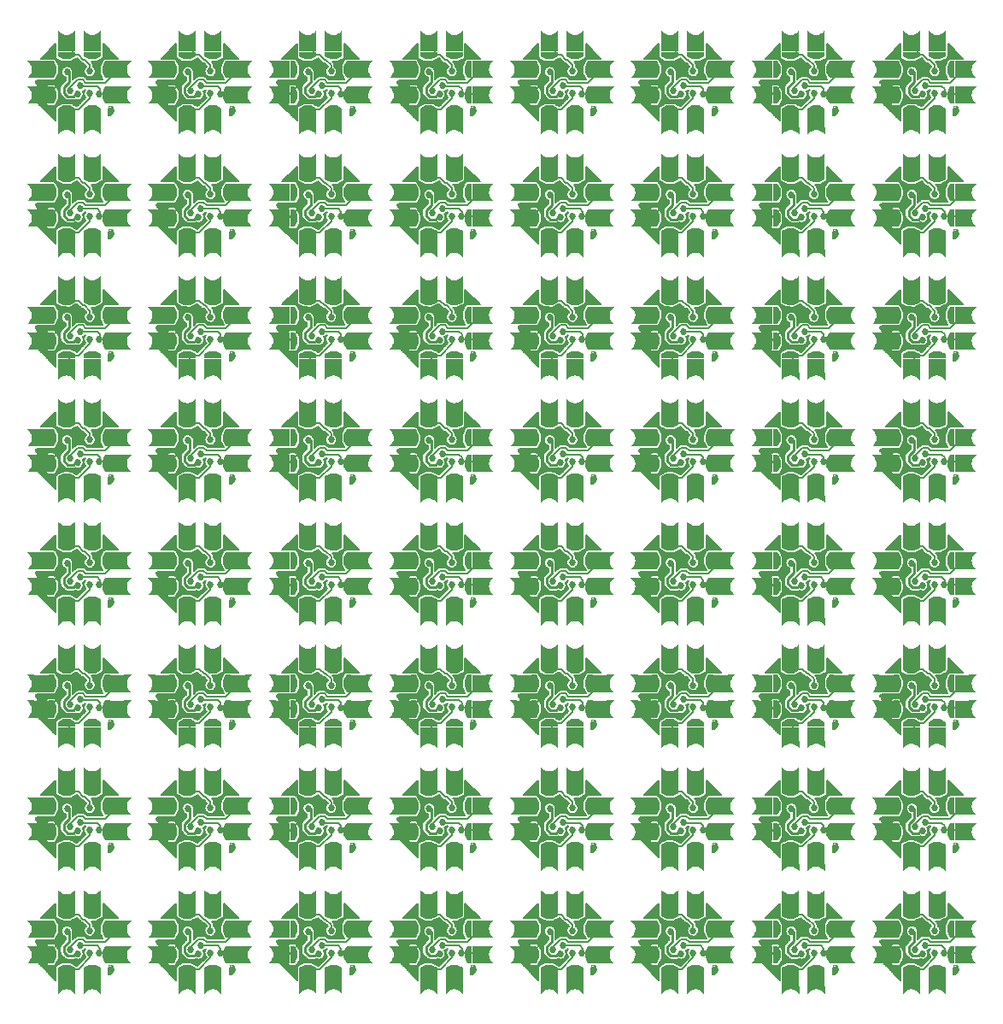
<source format=gbr>
G04 DipTrace 3.0.0.2*
G04 Bottom.gbr*
%MOIN*%
G04 #@! TF.FileFunction,Copper,L2,Bot*
G04 #@! TF.Part,Single*
%AMOUTLINE6*
4,1,35,
-0.01245,-0.021726,
-0.00495,-0.020573,
0.00085,-0.018223,
0.00455,-0.015223,
0.00755,-0.012223,
0.01005,-0.007793,
0.01105,-0.005223,
0.01185,-0.001474,
0.012249,0.000526,
0.01245,0.003777,
0.01155,0.006327,
0.01005,0.007827,
0.00905,0.008827,
0.00855,0.011344,
0.008749,0.012344,
0.009337,0.014344,
0.01055,0.015425,
0.007337,0.019327,
0.004337,0.017344,
0.003636,0.017344,
0.002219,0.020827,
0.00005,0.021327,
-0.00395,0.021726,
0.000249,0.011777,
0.000249,0.010526,
-0.00005,0.008827,
-0.00095,0.008425,
-0.00295,0.009226,
-0.00545,0.013777,
-0.00824,0.020526,
-0.01024,0.019526,
-0.012379,0.017026,
-0.00945,0.009526,
-0.01095,0.009777,
-0.01245,0.009777,
-0.01245,-0.021726,
0*%
G04 #@! TA.AperFunction,Conductor*
%ADD13C,0.008*%
%ADD14C,0.01*%
G04 #@! TA.AperFunction,CopperBalancing*
%ADD15C,0.006*%
G04 #@! TA.AperFunction,ComponentPad*
%ADD20R,0.062992X0.066929*%
%ADD21R,0.066929X0.062992*%
G04 #@! TA.AperFunction,ViaPad*
%ADD32C,0.027*%
%ADD63OUTLINE6*%
%FSLAX26Y26*%
G04*
G70*
G90*
G75*
G01*
G04 Bottom*
%LPD*%
X675924Y642010D2*
D13*
Y652996D1*
X705944Y683016D1*
X725913D1*
X736891Y672038D1*
X811408D1*
X861811Y722441D1*
X778702Y695675D2*
Y686427D1*
X742471D1*
X729781Y699117D1*
X702100D1*
X695633Y705584D1*
Y726308D1*
X694870D1*
X561811Y622441D2*
X587619D1*
X638656Y673478D1*
Y722747D1*
X654475Y738566D1*
X679770D1*
X692028Y726308D1*
X694870D1*
X704860Y626080D2*
D14*
X696732D1*
X688121Y617469D1*
X665739D1*
X651333Y631874D1*
Y653004D1*
X672419Y674089D1*
Y712277D1*
X671365Y713331D1*
X664207D1*
X752169Y715516D2*
D13*
Y739350D1*
X731815Y759705D1*
X726664D1*
X707449Y778920D1*
X684682D1*
Y799570D1*
X661811Y822441D1*
X790278Y628714D2*
X791957D1*
Y646549D1*
X780570Y657936D1*
X715811D1*
Y659427D1*
X790278Y628714D2*
D15*
X855538D1*
X861811Y622441D1*
X752293Y629329D2*
D13*
Y610235D1*
X708350Y566293D1*
X671820D1*
Y532450D1*
X661811Y522441D1*
D32*
X752169Y715516D3*
X752293Y629329D3*
X715811Y659427D3*
X675924Y642010D3*
X704860Y626080D3*
X694870Y726308D3*
X664207Y713331D3*
X778702Y695675D3*
X790278Y628714D3*
X611573Y814113D2*
D15*
X618505D1*
X805119D2*
X812052D1*
X605702Y808244D2*
X618505D1*
X805119D2*
X817924D1*
X599831Y802375D2*
X618505D1*
X805119D2*
X823783D1*
X593971Y796507D2*
X618505D1*
X805119D2*
X829655D1*
X588100Y790638D2*
X618505D1*
X805119D2*
X835525D1*
X582230Y784769D2*
X618505D1*
X805119D2*
X841396D1*
X576358Y778900D2*
X618517D1*
X805096D2*
X847268D1*
X570487Y773031D2*
X618517D1*
X805096D2*
X853127D1*
X564627Y767163D2*
X620475D1*
X803139D2*
X858997D1*
X619495Y761294D2*
X630143D1*
X693475D2*
X705764D1*
X793471D2*
X804119D1*
X622589Y755425D2*
X641768D1*
X681850D2*
X711635D1*
X781846D2*
X801037D1*
X625554Y749556D2*
X717576D1*
X761268D2*
X798072D1*
X628518Y743688D2*
X728521D1*
X765264D2*
X795108D1*
X631378Y737819D2*
X734392D1*
X765991D2*
X792248D1*
X631870Y731950D2*
X650556D1*
X677866D2*
X735857D1*
X768487D2*
X791744D1*
X631870Y726081D2*
X644780D1*
X683631D2*
X731428D1*
X772906D2*
X791744D1*
X631870Y720213D2*
X641932D1*
X686479D2*
X729319D1*
X775014D2*
X791744D1*
X631870Y714344D2*
X640888D1*
X687522D2*
X728861D1*
X775483D2*
X791744D1*
X631741Y708475D2*
X641392D1*
X687241D2*
X729951D1*
X774394D2*
X791885D1*
X629234Y702606D2*
X643560D1*
X687241D2*
X732845D1*
X771487D2*
X794392D1*
X626268Y696738D2*
X648060D1*
X687241D2*
X738740D1*
X765593D2*
X797357D1*
X623303Y690869D2*
X657588D1*
X687241D2*
X694491D1*
X737362D2*
X800323D1*
X620339Y685000D2*
X657588D1*
X544987Y679131D2*
X656744D1*
X541395Y673262D2*
X650873D1*
X544459Y667394D2*
X645001D1*
X548503Y661525D2*
X584604D1*
X619331D2*
X639341D1*
X551831Y655656D2*
X582693D1*
X622471D2*
X636752D1*
X554550Y649787D2*
X582693D1*
X625436D2*
X636505D1*
X556542Y643919D2*
X582693D1*
X628402D2*
X636505D1*
X558042Y638050D2*
X582693D1*
X631295D2*
X636505D1*
X724799D2*
X730689D1*
X559108Y632181D2*
X582693D1*
X631870D2*
X636505D1*
X559554Y626312D2*
X582693D1*
X631870D2*
X637643D1*
X559612Y620444D2*
X582693D1*
X631870D2*
X642049D1*
X727495D2*
X730755D1*
X559214Y614575D2*
X582693D1*
X631870D2*
X647908D1*
X725070D2*
X734392D1*
X558206Y608706D2*
X582693D1*
X631776D2*
X653780D1*
X720135D2*
X731463D1*
X556846Y602837D2*
X582693D1*
X629350D2*
X725592D1*
X554878Y596969D2*
X582693D1*
X626386D2*
X719720D1*
X552253Y591100D2*
X582693D1*
X623421D2*
X645049D1*
X678581D2*
X713849D1*
X557115Y585231D2*
X583491D1*
X620455D2*
X633400D1*
X690218D2*
X707979D1*
X562975Y579362D2*
X622139D1*
X568846Y573493D2*
X618635D1*
X574718Y567625D2*
X618529D1*
X580589Y561756D2*
X618505D1*
X586459Y555887D2*
X618505D1*
X592319Y550018D2*
X618505D1*
X598190Y544150D2*
X618505D1*
X604062Y538281D2*
X618505D1*
X609932Y532412D2*
X618505D1*
X824075Y765146D2*
X861634D1*
X804512Y822251D1*
X804510Y772841D1*
X804396Y771395D1*
X804058Y769986D1*
X803504Y768646D1*
X802745Y767409D1*
X801804Y766307D1*
X800702Y765366D1*
X799134Y764455D1*
X777710Y753655D1*
X776329Y753213D1*
X774898Y752991D1*
X771206Y752965D1*
X757272D1*
X762238Y747949D1*
X763458Y746268D1*
X764402Y744417D1*
X765043Y742441D1*
X765369Y740390D1*
X765409Y739350D1*
Y733995D1*
X766938Y732807D1*
X769461Y730285D1*
X771558Y727398D1*
X773178Y724218D1*
X774281Y720824D1*
X774839Y717301D1*
Y713731D1*
X774281Y710207D1*
X773178Y706814D1*
X771558Y703634D1*
X769461Y700747D1*
X766938Y698224D1*
X764051Y696127D1*
X760871Y694507D1*
X757478Y693404D1*
X753954Y692846D1*
X750385D1*
X746861Y693404D1*
X743467Y694507D1*
X740287Y696127D1*
X737400Y698224D1*
X734878Y700747D1*
X732781Y703634D1*
X731160Y706814D1*
X730058Y710207D1*
X729500Y713731D1*
Y717301D1*
X730058Y720824D1*
X731160Y724218D1*
X732781Y727398D1*
X734878Y730285D1*
X737400Y732807D1*
X738867Y733955D1*
X726308Y746487D1*
X724593Y746627D1*
X722572Y747113D1*
X720654Y747908D1*
X718882Y748993D1*
X717302Y750343D1*
X701948Y765697D1*
X701085Y765680D1*
X700100Y764963D1*
X696760Y763240D1*
X677713Y753655D1*
X676332Y753213D1*
X674899Y752991D1*
X671207Y752965D1*
X648689Y752993D1*
X647257Y753220D1*
X645878Y753668D1*
X642571Y755308D1*
X623550Y764945D1*
X622374Y765793D1*
X621345Y766815D1*
X620488Y767984D1*
X619825Y769274D1*
X619373Y770651D1*
X619140Y772083D1*
X619109Y775841D1*
X619106Y822264D1*
X562001Y765142D1*
X612136Y765112D1*
X613568Y764885D1*
X614948Y764437D1*
X616239Y763778D1*
X617412Y762927D1*
X618437Y761902D1*
X619290Y760728D1*
X621012Y757387D1*
X630597Y738341D1*
X631039Y736959D1*
X631261Y735528D1*
X631287Y731836D1*
X631259Y709318D1*
X631031Y707885D1*
X630584Y706507D1*
X628944Y703199D1*
X619307Y684178D1*
X618459Y683003D1*
X617437Y681974D1*
X616268Y681117D1*
X614978Y680454D1*
X613601Y680000D1*
X612169Y679769D1*
X608411Y679738D1*
X544832Y679736D1*
X543134Y677556D1*
X540786Y674831D1*
X540795Y671010D1*
X544937Y666018D1*
X547517Y662136D1*
X549991Y658157D1*
X552051Y653976D1*
X553992Y649711D1*
X555497Y645301D1*
X556874Y640823D1*
X557801Y636255D1*
X558591Y631636D1*
X558921Y626987D1*
X559112Y622306D1*
X558703Y615562D1*
X558429Y612986D1*
X557566Y608406D1*
X556555Y603829D1*
X555110Y599399D1*
X553520Y594992D1*
X551327Y590394D1*
X619110Y522631D1*
X619140Y572766D1*
X619367Y574198D1*
X619815Y575577D1*
X620474Y576869D1*
X621325Y578042D1*
X622350Y579067D1*
X623524Y579920D1*
X626865Y581642D1*
X645912Y591227D1*
X647293Y591669D1*
X648724Y591891D1*
X652416Y591917D1*
X674934Y591888D1*
X676367Y591661D1*
X677745Y591214D1*
X681052Y589573D1*
X700073Y579937D1*
X700698Y579521D1*
X702887Y579533D1*
X736402Y613068D1*
X735001Y614560D1*
X732904Y617448D1*
X731283Y620627D1*
X730181Y624021D1*
X729623Y627545D1*
Y631114D1*
X730181Y634638D1*
X731283Y638031D1*
X732904Y641211D1*
X735001Y644098D1*
X735564Y644707D1*
X733102Y644657D1*
X730580Y642135D1*
X727693Y640038D1*
X724513Y638417D1*
X724062Y638251D1*
X725121Y636404D1*
X726487Y633108D1*
X727320Y629638D1*
X727600Y626080D1*
X727320Y622522D1*
X726487Y619052D1*
X725121Y615756D1*
X723257Y612714D1*
X720940Y610000D1*
X718226Y607682D1*
X715184Y605819D1*
X711887Y604453D1*
X708417Y603619D1*
X704860Y603340D1*
X701302Y603619D1*
X697832Y604453D1*
X695562Y605327D1*
X693570Y604312D1*
X691445Y603622D1*
X689238Y603273D1*
X688121Y603228D1*
X664622Y603273D1*
X662415Y603622D1*
X660290Y604312D1*
X658298Y605327D1*
X656491Y606640D1*
X655669Y607399D1*
X640505Y622626D1*
X639192Y624433D1*
X638177Y626425D1*
X637487Y628550D1*
X637136Y630757D1*
X637093Y631874D1*
X637136Y654121D1*
X637487Y656328D1*
X638177Y658453D1*
X639192Y660445D1*
X640505Y662252D1*
X641264Y663073D1*
X658178Y680089D1*
Y691398D1*
X655505Y692322D1*
X652325Y693942D1*
X649438Y696039D1*
X646916Y698562D1*
X644819Y701449D1*
X643198Y704629D1*
X642096Y708022D1*
X641538Y711546D1*
Y715115D1*
X642096Y718639D1*
X643198Y722033D1*
X644819Y725213D1*
X646916Y728100D1*
X649438Y730622D1*
X652325Y732719D1*
X655505Y734340D1*
X658899Y735442D1*
X662423Y736000D1*
X665992D1*
X669516Y735442D1*
X672909Y734340D1*
X676089Y732719D1*
X678976Y730622D1*
X681499Y728100D1*
X683596Y725213D1*
X685217Y722033D1*
X686319Y718639D1*
X686877Y715115D1*
Y711546D1*
X686659Y709277D1*
Y682429D1*
X697345Y693084D1*
X699026Y694304D1*
X700877Y695248D1*
X702853Y695890D1*
X704904Y696215D1*
X705944Y696256D1*
X726953Y696215D1*
X729004Y695890D1*
X730980Y695248D1*
X732831Y694304D1*
X734512Y693084D1*
X735276Y692378D1*
X742394Y685260D1*
X803747Y685278D1*
X793025Y706537D1*
X792583Y707917D1*
X792361Y709350D1*
X792335Y713042D1*
X792364Y735560D1*
X792591Y736992D1*
X793038Y738371D1*
X794678Y741678D1*
X804315Y760699D1*
X805163Y761875D1*
X806185Y762904D1*
X807354Y763761D1*
X808644Y764424D1*
X810021Y764877D1*
X811453Y765109D1*
X815211Y765140D1*
X824075Y765146D1*
X628944Y603201D2*
X619307Y584180D1*
X618459Y583004D1*
X617437Y581975D1*
X616268Y581118D1*
X614978Y580455D1*
X613601Y580003D1*
X612169Y579770D1*
X608411Y579739D1*
X591799Y579768D1*
X590366Y579995D1*
X588988Y580442D1*
X587696Y581101D1*
X586522Y581953D1*
X585497Y582979D1*
X584646Y584152D1*
X583987Y585444D1*
X583539Y586823D1*
X583312Y588255D1*
X583283Y591979D1*
X583312Y656627D1*
X583539Y658059D1*
X583987Y659438D1*
X584646Y660730D1*
X585497Y661903D1*
X586522Y662929D1*
X587696Y663781D1*
X588988Y664440D1*
X590366Y664887D1*
X591799Y665114D1*
X595524Y665143D1*
X612136Y665114D1*
X613568Y664887D1*
X614948Y664440D1*
X616239Y663781D1*
X617412Y662929D1*
X618437Y661903D1*
X619290Y660730D1*
X621012Y657390D1*
X630597Y638343D1*
X631039Y636962D1*
X631261Y635529D1*
X631287Y631837D1*
X631259Y609319D1*
X631031Y607887D1*
X630584Y606508D1*
X628944Y603201D1*
D20*
X861811Y622441D3*
Y722441D3*
D21*
X761811Y522441D3*
X661811D3*
Y822441D3*
X761811D3*
D20*
X561811Y622441D3*
Y722441D3*
D63*
X836545Y560235D3*
G36*
X915751Y755900D2*
X886619D1*
X886481Y688843D1*
X915751D1*
X908191Y695277D1*
X903179Y702449D1*
X899341Y710361D1*
X898177Y714561D1*
X897371Y720608D1*
Y724404D1*
X898177Y730166D1*
X899341Y734517D1*
X903179Y742445D1*
X907811Y749433D1*
X915751Y755900D1*
G37*
G36*
X801575Y710042D2*
X812211Y688977D1*
X831098D1*
Y755900D1*
X812211D1*
X801575Y734836D1*
Y710042D1*
G37*
G36*
X915751Y655902D2*
X886619D1*
X886481Y588845D1*
X915751D1*
X908191Y595279D1*
X903179Y602435D1*
X899341Y610363D1*
X898177Y614563D1*
X897371Y620610D1*
Y624406D1*
X898177Y630168D1*
X899341Y634519D1*
X903179Y642447D1*
X907811Y649435D1*
X915751Y655902D1*
G37*
G36*
X801575Y610044D2*
X812211Y588980D1*
X831098D1*
Y655902D1*
X812211D1*
X801575Y634838D1*
Y610044D1*
G37*
G36*
X628352Y468501D2*
Y497633D1*
X695409Y497771D1*
Y468501D1*
X688975Y476061D1*
X681803Y481073D1*
X673891Y484911D1*
X669691Y486075D1*
X663644Y486881D1*
X659848D1*
X654086Y486075D1*
X649735Y484911D1*
X641807Y481073D1*
X634819Y476441D1*
X628352Y468501D1*
G37*
G36*
X674210Y582677D2*
X695275Y572041D1*
Y553154D1*
X628352D1*
Y572041D1*
X649416Y582677D1*
X674210D1*
G37*
G36*
X728350Y468501D2*
Y497633D1*
X795407Y497771D1*
Y468501D1*
X788973Y476061D1*
X781817Y481073D1*
X773889Y484911D1*
X769689Y486075D1*
X763642Y486881D1*
X759846D1*
X754084Y486075D1*
X749733Y484911D1*
X741805Y481073D1*
X734817Y476441D1*
X728350Y468501D1*
G37*
G36*
X774208Y582677D2*
X795272Y572041D1*
Y553154D1*
X728350D1*
Y572041D1*
X749414Y582677D1*
X774208D1*
G37*
G36*
X795270Y876381D2*
Y847249D1*
X728213Y847111D1*
Y876381D1*
X734647Y868821D1*
X741819Y863809D1*
X749731Y859971D1*
X753931Y858807D1*
X759978Y858001D1*
X763774D1*
X769536Y858807D1*
X773887Y859971D1*
X781815Y863809D1*
X788803Y868441D1*
X795270Y876381D1*
G37*
G36*
X749412Y762205D2*
X728348Y772841D1*
Y791728D1*
X795270D1*
Y772841D1*
X774206Y762205D1*
X749412D1*
G37*
G36*
X695272Y876381D2*
Y847249D1*
X628215Y847111D1*
Y876381D1*
X634649Y868821D1*
X641805Y863809D1*
X649733Y859971D1*
X653933Y858807D1*
X659980Y858001D1*
X663776D1*
X669538Y858807D1*
X673889Y859971D1*
X681817Y863809D1*
X688805Y868441D1*
X695272Y876381D1*
G37*
G36*
X649414Y762205D2*
X628350Y772841D1*
Y791728D1*
X695272D1*
Y772841D1*
X674208Y762205D1*
X649414D1*
G37*
G36*
X507871Y755900D2*
X537003D1*
X537141Y688843D1*
X507871D1*
X515431Y695277D1*
X520443Y702449D1*
X524281Y710361D1*
X525445Y714561D1*
X526251Y720608D1*
Y724404D1*
X525445Y730166D1*
X524281Y734517D1*
X520443Y742445D1*
X515811Y749433D1*
X507871Y755900D1*
G37*
G36*
X622047Y710042D2*
X611411Y688977D1*
X592524D1*
Y755900D1*
X611411D1*
X622047Y734836D1*
Y710042D1*
G37*
G36*
X507871Y655902D2*
X537003D1*
X537141Y588845D1*
X507871D1*
X515431Y595279D1*
X520443Y602435D1*
X524281Y610363D1*
X525445Y614563D1*
X526251Y620610D1*
Y624406D1*
X525445Y630168D1*
X524281Y634519D1*
X520443Y642447D1*
X515811Y649435D1*
X507871Y655902D1*
G37*
G36*
X622047Y610044D2*
X611411Y588980D1*
X592524D1*
Y655902D1*
X611411D1*
X622047Y634838D1*
Y610044D1*
G37*
X1146790Y642010D2*
D13*
Y652996D1*
X1176810Y683016D1*
X1196780D1*
X1207757Y672038D1*
X1282274D1*
X1332677Y722441D1*
X1249568Y695675D2*
Y686427D1*
X1213337D1*
X1200647Y699117D1*
X1172966D1*
X1166499Y705584D1*
Y726308D1*
X1165736D1*
X1032677Y622441D2*
X1058486D1*
X1109522Y673478D1*
Y722747D1*
X1125341Y738566D1*
X1150636D1*
X1162894Y726308D1*
X1165736D1*
X1175726Y626080D2*
D14*
X1167598D1*
X1158987Y617469D1*
X1136605D1*
X1122199Y631874D1*
Y653004D1*
X1143285Y674089D1*
Y712277D1*
X1142231Y713331D1*
X1135073D1*
X1223035Y715516D2*
D13*
Y739350D1*
X1202681Y759705D1*
X1197530D1*
X1178315Y778920D1*
X1155549D1*
Y799570D1*
X1132677Y822441D1*
X1261144Y628714D2*
X1262823D1*
Y646549D1*
X1251436Y657936D1*
X1186677D1*
Y659427D1*
X1261144Y628714D2*
D15*
X1326404D1*
X1332677Y622441D1*
X1223159Y629329D2*
D13*
Y610235D1*
X1179217Y566293D1*
X1142686D1*
Y532450D1*
X1132677Y522441D1*
D32*
X1223035Y715516D3*
X1223159Y629329D3*
X1186677Y659427D3*
X1146790Y642010D3*
X1175726Y626080D3*
X1165736Y726308D3*
X1135073Y713331D3*
X1249568Y695675D3*
X1261144Y628714D3*
X1082440Y814113D2*
D15*
X1089371D1*
X1275986D2*
X1282919D1*
X1076568Y808244D2*
X1089371D1*
X1275986D2*
X1288790D1*
X1070697Y802375D2*
X1089371D1*
X1275986D2*
X1294650D1*
X1064837Y796507D2*
X1089371D1*
X1275986D2*
X1300521D1*
X1058966Y790638D2*
X1089371D1*
X1275986D2*
X1306391D1*
X1053096Y784769D2*
X1089371D1*
X1275986D2*
X1312262D1*
X1047224Y778900D2*
X1089383D1*
X1275962D2*
X1318134D1*
X1041353Y773031D2*
X1089383D1*
X1275962D2*
X1323993D1*
X1035493Y767163D2*
X1091341D1*
X1274005D2*
X1329864D1*
X1090361Y761294D2*
X1101009D1*
X1164341D2*
X1176630D1*
X1264337D2*
X1274986D1*
X1093455Y755425D2*
X1112634D1*
X1152717D2*
X1182501D1*
X1252713D2*
X1271903D1*
X1096420Y749556D2*
X1188442D1*
X1232134D2*
X1268938D1*
X1099385Y743688D2*
X1199387D1*
X1236130D2*
X1265974D1*
X1102244Y737819D2*
X1205259D1*
X1236857D2*
X1263114D1*
X1102736Y731950D2*
X1121423D1*
X1148732D2*
X1206723D1*
X1239353D2*
X1262610D1*
X1102736Y726081D2*
X1115646D1*
X1154497D2*
X1202294D1*
X1243772D2*
X1262610D1*
X1102736Y720213D2*
X1112798D1*
X1157345D2*
X1200185D1*
X1245881D2*
X1262610D1*
X1102736Y714344D2*
X1111755D1*
X1158388D2*
X1199727D1*
X1246349D2*
X1262610D1*
X1102608Y708475D2*
X1112259D1*
X1158108D2*
X1200818D1*
X1245260D2*
X1262751D1*
X1100100Y702606D2*
X1114427D1*
X1158108D2*
X1203711D1*
X1242353D2*
X1265259D1*
X1097134Y696738D2*
X1118927D1*
X1158108D2*
X1209606D1*
X1236459D2*
X1268223D1*
X1094169Y690869D2*
X1128454D1*
X1158108D2*
X1165357D1*
X1208228D2*
X1271189D1*
X1091205Y685000D2*
X1128454D1*
X1015853Y679131D2*
X1127610D1*
X1012261Y673262D2*
X1121739D1*
X1015325Y667394D2*
X1115867D1*
X1019369Y661525D2*
X1055470D1*
X1090197D2*
X1110207D1*
X1022697Y655656D2*
X1053559D1*
X1093337D2*
X1107618D1*
X1025416Y649787D2*
X1053559D1*
X1096302D2*
X1107371D1*
X1027408Y643919D2*
X1053559D1*
X1099268D2*
X1107371D1*
X1028908Y638050D2*
X1053559D1*
X1102161D2*
X1107371D1*
X1195665D2*
X1201555D1*
X1029974Y632181D2*
X1053559D1*
X1102736D2*
X1107371D1*
X1030420Y626312D2*
X1053559D1*
X1102736D2*
X1108509D1*
X1030478Y620444D2*
X1053559D1*
X1102736D2*
X1112915D1*
X1198361D2*
X1201621D1*
X1030080Y614575D2*
X1053559D1*
X1102736D2*
X1118774D1*
X1195936D2*
X1205259D1*
X1029072Y608706D2*
X1053559D1*
X1102642D2*
X1124646D1*
X1191001D2*
X1202329D1*
X1027713Y602837D2*
X1053559D1*
X1100217D2*
X1196458D1*
X1025744Y596969D2*
X1053559D1*
X1097252D2*
X1190587D1*
X1023119Y591100D2*
X1053559D1*
X1094287D2*
X1115915D1*
X1149448D2*
X1184715D1*
X1027982Y585231D2*
X1054357D1*
X1091322D2*
X1104266D1*
X1161084D2*
X1178845D1*
X1033841Y579362D2*
X1093005D1*
X1039713Y573493D2*
X1089501D1*
X1045584Y567625D2*
X1089395D1*
X1051455Y561756D2*
X1089371D1*
X1057325Y555887D2*
X1089371D1*
X1063185Y550018D2*
X1089371D1*
X1069056Y544150D2*
X1089371D1*
X1074928Y538281D2*
X1089371D1*
X1080798Y532412D2*
X1089371D1*
X1294941Y765146D2*
X1332500D1*
X1275378Y822251D1*
X1275377Y772841D1*
X1275262Y771395D1*
X1274924Y769986D1*
X1274370Y768646D1*
X1273612Y767409D1*
X1272671Y766307D1*
X1271568Y765366D1*
X1270000Y764455D1*
X1248576Y753655D1*
X1247196Y753213D1*
X1245764Y752991D1*
X1242072Y752965D1*
X1228138D1*
X1233104Y747949D1*
X1234324Y746268D1*
X1235268Y744417D1*
X1235909Y742441D1*
X1236235Y740390D1*
X1236276Y739350D1*
Y733995D1*
X1237804Y732807D1*
X1240327Y730285D1*
X1242424Y727398D1*
X1244045Y724218D1*
X1245147Y720824D1*
X1245705Y717301D1*
Y713731D1*
X1245147Y710207D1*
X1244045Y706814D1*
X1242424Y703634D1*
X1240327Y700747D1*
X1237804Y698224D1*
X1234917Y696127D1*
X1231738Y694507D1*
X1228344Y693404D1*
X1224820Y692846D1*
X1221251D1*
X1217727Y693404D1*
X1214333Y694507D1*
X1211154Y696127D1*
X1208266Y698224D1*
X1205744Y700747D1*
X1203647Y703634D1*
X1202026Y706814D1*
X1200924Y710207D1*
X1200366Y713731D1*
Y717301D1*
X1200924Y720824D1*
X1202026Y724218D1*
X1203647Y727398D1*
X1205744Y730285D1*
X1208266Y732807D1*
X1209734Y733955D1*
X1197175Y746487D1*
X1195459Y746627D1*
X1193438Y747113D1*
X1191520Y747908D1*
X1189748Y748993D1*
X1188168Y750343D1*
X1172814Y765697D1*
X1171951Y765680D1*
X1170966Y764963D1*
X1167626Y763240D1*
X1148579Y753655D1*
X1147198Y753213D1*
X1145765Y752991D1*
X1142073Y752965D1*
X1119555Y752993D1*
X1118123Y753220D1*
X1116744Y753668D1*
X1113437Y755308D1*
X1094416Y764945D1*
X1093240Y765793D1*
X1092211Y766815D1*
X1091354Y767984D1*
X1090692Y769274D1*
X1090239Y770651D1*
X1090007Y772083D1*
X1089975Y775841D1*
X1089972Y822264D1*
X1032867Y765142D1*
X1083003Y765112D1*
X1084434Y764885D1*
X1085814Y764437D1*
X1087105Y763778D1*
X1088278Y762927D1*
X1089303Y761902D1*
X1090156Y760728D1*
X1091878Y757387D1*
X1101463Y738341D1*
X1101906Y736959D1*
X1102127Y735528D1*
X1102154Y731836D1*
X1102125Y709318D1*
X1101898Y707885D1*
X1101450Y706507D1*
X1099810Y703199D1*
X1090173Y684178D1*
X1089325Y683003D1*
X1088303Y681974D1*
X1087134Y681117D1*
X1085844Y680454D1*
X1084467Y680000D1*
X1083035Y679769D1*
X1079277Y679738D1*
X1015698Y679736D1*
X1014000Y677556D1*
X1011652Y674831D1*
X1011661Y671010D1*
X1015803Y666018D1*
X1018383Y662136D1*
X1020857Y658157D1*
X1022917Y653976D1*
X1024858Y649711D1*
X1026364Y645301D1*
X1027740Y640823D1*
X1028667Y636255D1*
X1029457Y631636D1*
X1029787Y626987D1*
X1029978Y622306D1*
X1029570Y615562D1*
X1029295Y612986D1*
X1028432Y608406D1*
X1027421Y603829D1*
X1025976Y599399D1*
X1024386Y594992D1*
X1022193Y590394D1*
X1089976Y522631D1*
X1090007Y572766D1*
X1090234Y574198D1*
X1090681Y575577D1*
X1091340Y576869D1*
X1092192Y578042D1*
X1093217Y579067D1*
X1094390Y579920D1*
X1097731Y581642D1*
X1116778Y591227D1*
X1118159Y591669D1*
X1119591Y591891D1*
X1123282Y591917D1*
X1145801Y591888D1*
X1147234Y591661D1*
X1148612Y591214D1*
X1151919Y589573D1*
X1170940Y579937D1*
X1171564Y579521D1*
X1173753Y579533D1*
X1207268Y613068D1*
X1205867Y614560D1*
X1203770Y617448D1*
X1202150Y620627D1*
X1201047Y624021D1*
X1200490Y627545D1*
Y631114D1*
X1201047Y634638D1*
X1202150Y638031D1*
X1203770Y641211D1*
X1205867Y644098D1*
X1206430Y644707D1*
X1203969Y644657D1*
X1201446Y642135D1*
X1198559Y640038D1*
X1195379Y638417D1*
X1194928Y638251D1*
X1195987Y636404D1*
X1197353Y633108D1*
X1198186Y629638D1*
X1198466Y626080D1*
X1198186Y622522D1*
X1197353Y619052D1*
X1195987Y615756D1*
X1194123Y612714D1*
X1191806Y610000D1*
X1189092Y607682D1*
X1186050Y605819D1*
X1182753Y604453D1*
X1179283Y603619D1*
X1175726Y603340D1*
X1172168Y603619D1*
X1168698Y604453D1*
X1166428Y605327D1*
X1164436Y604312D1*
X1162311Y603622D1*
X1160104Y603273D1*
X1158987Y603228D1*
X1135488Y603273D1*
X1133281Y603622D1*
X1131156Y604312D1*
X1129164Y605327D1*
X1127357Y606640D1*
X1126535Y607399D1*
X1111371Y622626D1*
X1110058Y624433D1*
X1109043Y626425D1*
X1108353Y628550D1*
X1108003Y630757D1*
X1107959Y631874D1*
X1108003Y654121D1*
X1108353Y656328D1*
X1109043Y658453D1*
X1110058Y660445D1*
X1111371Y662252D1*
X1112130Y663073D1*
X1129045Y680089D1*
Y691398D1*
X1126371Y692322D1*
X1123192Y693942D1*
X1120304Y696039D1*
X1117782Y698562D1*
X1115685Y701449D1*
X1114064Y704629D1*
X1112962Y708022D1*
X1112404Y711546D1*
Y715115D1*
X1112962Y718639D1*
X1114064Y722033D1*
X1115685Y725213D1*
X1117782Y728100D1*
X1120304Y730622D1*
X1123192Y732719D1*
X1126371Y734340D1*
X1129765Y735442D1*
X1133289Y736000D1*
X1136858D1*
X1140382Y735442D1*
X1143776Y734340D1*
X1146955Y732719D1*
X1149843Y730622D1*
X1152365Y728100D1*
X1154462Y725213D1*
X1156083Y722033D1*
X1157185Y718639D1*
X1157743Y715115D1*
Y711546D1*
X1157525Y709277D1*
Y682429D1*
X1168211Y693084D1*
X1169892Y694304D1*
X1171743Y695248D1*
X1173719Y695890D1*
X1175770Y696215D1*
X1176810Y696256D1*
X1197819Y696215D1*
X1199870Y695890D1*
X1201846Y695248D1*
X1203697Y694304D1*
X1205378Y693084D1*
X1206142Y692378D1*
X1213260Y685260D1*
X1274613Y685278D1*
X1263891Y706537D1*
X1263449Y707917D1*
X1263227Y709350D1*
X1263201Y713042D1*
X1263230Y735560D1*
X1263457Y736992D1*
X1263904Y738371D1*
X1265545Y741678D1*
X1275181Y760699D1*
X1276029Y761875D1*
X1277051Y762904D1*
X1278220Y763761D1*
X1279510Y764424D1*
X1280887Y764877D1*
X1282319Y765109D1*
X1286077Y765140D1*
X1294941Y765146D1*
X1099810Y603201D2*
X1090173Y584180D1*
X1089325Y583004D1*
X1088303Y581975D1*
X1087134Y581118D1*
X1085844Y580455D1*
X1084467Y580003D1*
X1083035Y579770D1*
X1079277Y579739D1*
X1062665Y579768D1*
X1061232Y579995D1*
X1059854Y580442D1*
X1058562Y581101D1*
X1057388Y581953D1*
X1056364Y582979D1*
X1055512Y584152D1*
X1054853Y585444D1*
X1054406Y586823D1*
X1054178Y588255D1*
X1054150Y591979D1*
X1054178Y656627D1*
X1054406Y658059D1*
X1054853Y659438D1*
X1055512Y660730D1*
X1056364Y661903D1*
X1057388Y662929D1*
X1058562Y663781D1*
X1059854Y664440D1*
X1061232Y664887D1*
X1062665Y665114D1*
X1066390Y665143D1*
X1083003Y665114D1*
X1084434Y664887D1*
X1085814Y664440D1*
X1087105Y663781D1*
X1088278Y662929D1*
X1089303Y661903D1*
X1090156Y660730D1*
X1091878Y657390D1*
X1101463Y638343D1*
X1101906Y636962D1*
X1102127Y635529D1*
X1102154Y631837D1*
X1102125Y609319D1*
X1101898Y607887D1*
X1101450Y606508D1*
X1099810Y603201D1*
D20*
X1332677Y622441D3*
Y722441D3*
D21*
X1232677Y522441D3*
X1132677D3*
Y822441D3*
X1232677D3*
D20*
X1032677Y622441D3*
Y722441D3*
D63*
X1307411Y560235D3*
G36*
X1386617Y755900D2*
X1357485D1*
X1357347Y688843D1*
X1386617D1*
X1379057Y695277D1*
X1374045Y702449D1*
X1370207Y710361D1*
X1369043Y714561D1*
X1368237Y720608D1*
Y724404D1*
X1369043Y730166D1*
X1370207Y734517D1*
X1374045Y742445D1*
X1378677Y749433D1*
X1386617Y755900D1*
G37*
G36*
X1272441Y710042D2*
X1283077Y688977D1*
X1301964D1*
Y755900D1*
X1283077D1*
X1272441Y734836D1*
Y710042D1*
G37*
G36*
X1386617Y655902D2*
X1357485D1*
X1357347Y588845D1*
X1386617D1*
X1379057Y595279D1*
X1374045Y602435D1*
X1370207Y610363D1*
X1369043Y614563D1*
X1368237Y620610D1*
Y624406D1*
X1369043Y630168D1*
X1370207Y634519D1*
X1374045Y642447D1*
X1378677Y649435D1*
X1386617Y655902D1*
G37*
G36*
X1272441Y610044D2*
X1283077Y588980D1*
X1301964D1*
Y655902D1*
X1283077D1*
X1272441Y634838D1*
Y610044D1*
G37*
G36*
X1099218Y468501D2*
Y497633D1*
X1166275Y497771D1*
Y468501D1*
X1159841Y476061D1*
X1152669Y481073D1*
X1144757Y484911D1*
X1140557Y486075D1*
X1134510Y486881D1*
X1130714D1*
X1124952Y486075D1*
X1120602Y484911D1*
X1112673Y481073D1*
X1105685Y476441D1*
X1099218Y468501D1*
G37*
G36*
X1145076Y582677D2*
X1166141Y572041D1*
Y553154D1*
X1099218D1*
Y572041D1*
X1120282Y582677D1*
X1145076D1*
G37*
G36*
X1199216Y468501D2*
Y497633D1*
X1266273Y497771D1*
Y468501D1*
X1259839Y476061D1*
X1252683Y481073D1*
X1244755Y484911D1*
X1240555Y486075D1*
X1234508Y486881D1*
X1230712D1*
X1224950Y486075D1*
X1220599Y484911D1*
X1212671Y481073D1*
X1205683Y476441D1*
X1199216Y468501D1*
G37*
G36*
X1245074Y582677D2*
X1266139Y572041D1*
Y553154D1*
X1199216D1*
Y572041D1*
X1220280Y582677D1*
X1245074D1*
G37*
G36*
X1266136Y876381D2*
Y847249D1*
X1199079Y847111D1*
Y876381D1*
X1205513Y868821D1*
X1212686Y863809D1*
X1220597Y859971D1*
X1224797Y858807D1*
X1230844Y858001D1*
X1234640D1*
X1240402Y858807D1*
X1244753Y859971D1*
X1252681Y863809D1*
X1259669Y868441D1*
X1266136Y876381D1*
G37*
G36*
X1220278Y762205D2*
X1199214Y772841D1*
Y791728D1*
X1266136D1*
Y772841D1*
X1245072Y762205D1*
X1220278D1*
G37*
G36*
X1166139Y876381D2*
Y847249D1*
X1099081Y847111D1*
Y876381D1*
X1105515Y868821D1*
X1112671Y863809D1*
X1120599Y859971D1*
X1124799Y858807D1*
X1130846Y858001D1*
X1134643D1*
X1140404Y858807D1*
X1144755Y859971D1*
X1152683Y863809D1*
X1159671Y868441D1*
X1166139Y876381D1*
G37*
G36*
X1120280Y762205D2*
X1099216Y772841D1*
Y791728D1*
X1166139D1*
Y772841D1*
X1145074Y762205D1*
X1120280D1*
G37*
G36*
X978737Y755900D2*
X1007869D1*
X1008007Y688843D1*
X978737D1*
X986297Y695277D1*
X991310Y702449D1*
X995147Y710361D1*
X996311Y714561D1*
X997118Y720608D1*
Y724404D1*
X996311Y730166D1*
X995147Y734517D1*
X991310Y742445D1*
X986677Y749433D1*
X978737Y755900D1*
G37*
G36*
X1092913Y710042D2*
X1082277Y688977D1*
X1063390D1*
Y755900D1*
X1082277D1*
X1092913Y734836D1*
Y710042D1*
G37*
G36*
X978737Y655902D2*
X1007869D1*
X1008007Y588845D1*
X978737D1*
X986297Y595279D1*
X991310Y602435D1*
X995147Y610363D1*
X996311Y614563D1*
X997118Y620610D1*
Y624406D1*
X996311Y630168D1*
X995147Y634519D1*
X991310Y642447D1*
X986677Y649435D1*
X978737Y655902D1*
G37*
G36*
X1092913Y610044D2*
X1082277Y588980D1*
X1063390D1*
Y655902D1*
X1082277D1*
X1092913Y634838D1*
Y610044D1*
G37*
X1617656Y642010D2*
D13*
Y652996D1*
X1647676Y683016D1*
X1667646D1*
X1678623Y672038D1*
X1753140D1*
X1803543Y722441D1*
X1720434Y695675D2*
Y686427D1*
X1684203D1*
X1671513Y699117D1*
X1643832D1*
X1637365Y705584D1*
Y726308D1*
X1636602D1*
X1503543Y622441D2*
X1529352D1*
X1580388Y673478D1*
Y722747D1*
X1596207Y738566D1*
X1621503D1*
X1633760Y726308D1*
X1636602D1*
X1646592Y626080D2*
D14*
X1638465D1*
X1629853Y617469D1*
X1607471D1*
X1593066Y631874D1*
Y653004D1*
X1614151Y674089D1*
Y712277D1*
X1613097Y713331D1*
X1605940D1*
X1693902Y715516D2*
D13*
Y739350D1*
X1673547Y759705D1*
X1668396D1*
X1649181Y778920D1*
X1626415D1*
Y799570D1*
X1603543Y822441D1*
X1732010Y628714D2*
X1733689D1*
Y646549D1*
X1722302Y657936D1*
X1657543D1*
Y659427D1*
X1732010Y628714D2*
D15*
X1797270D1*
X1803543Y622441D1*
X1694025Y629329D2*
D13*
Y610235D1*
X1650083Y566293D1*
X1613552D1*
Y532450D1*
X1603543Y522441D1*
D32*
X1693902Y715516D3*
X1694025Y629329D3*
X1657543Y659427D3*
X1617656Y642010D3*
X1646592Y626080D3*
X1636602Y726308D3*
X1605940Y713331D3*
X1720434Y695675D3*
X1732010Y628714D3*
X1553306Y814113D2*
D15*
X1560238D1*
X1746852D2*
X1753785D1*
X1547434Y808244D2*
X1560238D1*
X1746852D2*
X1759656D1*
X1541563Y802375D2*
X1560238D1*
X1746852D2*
X1765516D1*
X1535703Y796507D2*
X1560238D1*
X1746852D2*
X1771387D1*
X1529832Y790638D2*
X1560238D1*
X1746852D2*
X1777257D1*
X1523962Y784769D2*
X1560238D1*
X1746852D2*
X1783129D1*
X1518091Y778900D2*
X1560249D1*
X1746828D2*
X1789000D1*
X1512219Y773031D2*
X1560249D1*
X1746828D2*
X1794860D1*
X1506360Y767163D2*
X1562207D1*
X1744871D2*
X1800730D1*
X1561227Y761294D2*
X1571875D1*
X1635207D2*
X1647496D1*
X1735203D2*
X1745852D1*
X1564322Y755425D2*
X1583500D1*
X1623583D2*
X1653367D1*
X1723579D2*
X1742769D1*
X1567286Y749556D2*
X1659308D1*
X1703000D2*
X1739804D1*
X1570251Y743688D2*
X1670253D1*
X1706996D2*
X1736840D1*
X1573110Y737819D2*
X1676125D1*
X1707723D2*
X1733980D1*
X1573602Y731950D2*
X1592289D1*
X1619598D2*
X1677589D1*
X1710219D2*
X1733476D1*
X1573602Y726081D2*
X1586512D1*
X1625364D2*
X1673160D1*
X1714638D2*
X1733476D1*
X1573602Y720213D2*
X1583664D1*
X1628211D2*
X1671051D1*
X1716747D2*
X1733476D1*
X1573602Y714344D2*
X1582621D1*
X1629255D2*
X1670593D1*
X1717215D2*
X1733476D1*
X1573474Y708475D2*
X1583125D1*
X1628974D2*
X1671684D1*
X1716126D2*
X1733617D1*
X1570966Y702606D2*
X1585293D1*
X1628974D2*
X1674577D1*
X1713219D2*
X1736125D1*
X1568000Y696738D2*
X1589793D1*
X1628974D2*
X1680472D1*
X1707325D2*
X1739089D1*
X1565035Y690869D2*
X1599320D1*
X1628974D2*
X1636223D1*
X1679094D2*
X1742055D1*
X1562071Y685000D2*
X1599320D1*
X1486719Y679131D2*
X1598476D1*
X1483127Y673262D2*
X1592605D1*
X1486192Y667394D2*
X1586734D1*
X1490235Y661525D2*
X1526336D1*
X1561063D2*
X1581073D1*
X1493563Y655656D2*
X1524425D1*
X1564203D2*
X1578484D1*
X1496282Y649787D2*
X1524425D1*
X1567168D2*
X1578238D1*
X1498274Y643919D2*
X1524425D1*
X1570134D2*
X1578238D1*
X1499774Y638050D2*
X1524425D1*
X1573028D2*
X1578238D1*
X1666531D2*
X1672421D1*
X1500840Y632181D2*
X1524425D1*
X1573602D2*
X1578238D1*
X1501286Y626312D2*
X1524425D1*
X1573602D2*
X1579375D1*
X1501344Y620444D2*
X1524425D1*
X1573602D2*
X1583781D1*
X1669227D2*
X1672487D1*
X1500946Y614575D2*
X1524425D1*
X1573602D2*
X1589640D1*
X1666802D2*
X1676125D1*
X1499938Y608706D2*
X1524425D1*
X1573508D2*
X1595512D1*
X1661867D2*
X1673196D1*
X1498579Y602837D2*
X1524425D1*
X1571083D2*
X1667324D1*
X1496610Y596969D2*
X1524425D1*
X1568118D2*
X1661453D1*
X1493986Y591100D2*
X1524425D1*
X1565154D2*
X1586781D1*
X1620314D2*
X1655581D1*
X1498848Y585231D2*
X1525223D1*
X1562188D2*
X1575133D1*
X1631950D2*
X1649711D1*
X1504707Y579362D2*
X1563871D1*
X1510579Y573493D2*
X1560367D1*
X1516450Y567625D2*
X1560261D1*
X1522322Y561756D2*
X1560238D1*
X1528192Y555887D2*
X1560238D1*
X1534051Y550018D2*
X1560238D1*
X1539923Y544150D2*
X1560238D1*
X1545794Y538281D2*
X1560238D1*
X1551664Y532412D2*
X1560238D1*
X1765807Y765146D2*
X1803366D1*
X1746244Y822251D1*
X1746243Y772841D1*
X1746129Y771395D1*
X1745790Y769986D1*
X1745236Y768646D1*
X1744478Y767409D1*
X1743537Y766307D1*
X1742434Y765366D1*
X1740866Y764455D1*
X1719442Y753655D1*
X1718062Y753213D1*
X1716630Y752991D1*
X1712938Y752965D1*
X1699004D1*
X1703970Y747949D1*
X1705190Y746268D1*
X1706134Y744417D1*
X1706776Y742441D1*
X1707101Y740390D1*
X1707142Y739350D1*
Y733995D1*
X1708671Y732807D1*
X1711193Y730285D1*
X1713290Y727398D1*
X1714911Y724218D1*
X1716013Y720824D1*
X1716571Y717301D1*
Y713731D1*
X1716013Y710207D1*
X1714911Y706814D1*
X1713290Y703634D1*
X1711193Y700747D1*
X1708671Y698224D1*
X1705783Y696127D1*
X1702604Y694507D1*
X1699210Y693404D1*
X1695686Y692846D1*
X1692117D1*
X1688593Y693404D1*
X1685199Y694507D1*
X1682020Y696127D1*
X1679133Y698224D1*
X1676610Y700747D1*
X1674513Y703634D1*
X1672892Y706814D1*
X1671790Y710207D1*
X1671232Y713731D1*
Y717301D1*
X1671790Y720824D1*
X1672892Y724218D1*
X1674513Y727398D1*
X1676610Y730285D1*
X1679133Y732807D1*
X1680600Y733955D1*
X1668041Y746487D1*
X1666325Y746627D1*
X1664304Y747113D1*
X1662386Y747908D1*
X1660614Y748993D1*
X1659034Y750343D1*
X1643680Y765697D1*
X1642818Y765680D1*
X1641832Y764963D1*
X1638492Y763240D1*
X1619445Y753655D1*
X1618064Y753213D1*
X1616631Y752991D1*
X1612940Y752965D1*
X1590421Y752993D1*
X1588990Y753220D1*
X1587610Y753668D1*
X1584303Y755308D1*
X1565282Y764945D1*
X1564106Y765793D1*
X1563077Y766815D1*
X1562220Y767984D1*
X1561558Y769274D1*
X1561105Y770651D1*
X1560873Y772083D1*
X1560841Y775841D1*
X1560839Y822264D1*
X1503734Y765142D1*
X1553869Y765112D1*
X1555301Y764885D1*
X1556680Y764437D1*
X1557971Y763778D1*
X1559144Y762927D1*
X1560169Y761902D1*
X1561022Y760728D1*
X1562744Y757387D1*
X1572329Y738341D1*
X1572772Y736959D1*
X1572993Y735528D1*
X1573020Y731836D1*
X1572991Y709318D1*
X1572764Y707885D1*
X1572316Y706507D1*
X1570676Y703199D1*
X1561039Y684178D1*
X1560192Y683003D1*
X1559169Y681974D1*
X1558000Y681117D1*
X1556710Y680454D1*
X1555333Y680000D1*
X1553902Y679769D1*
X1550143Y679738D1*
X1486564Y679736D1*
X1484866Y677556D1*
X1482518Y674831D1*
X1482528Y671010D1*
X1486669Y666018D1*
X1489249Y662136D1*
X1491723Y658157D1*
X1493783Y653976D1*
X1495724Y649711D1*
X1497230Y645301D1*
X1498606Y640823D1*
X1499533Y636255D1*
X1500323Y631636D1*
X1500654Y626987D1*
X1500844Y622306D1*
X1500436Y615562D1*
X1500161Y612986D1*
X1499298Y608406D1*
X1498287Y603829D1*
X1496843Y599399D1*
X1495252Y594992D1*
X1493059Y590394D1*
X1560843Y522631D1*
X1560873Y572766D1*
X1561100Y574198D1*
X1561547Y575577D1*
X1562206Y576869D1*
X1563058Y578042D1*
X1564083Y579067D1*
X1565256Y579920D1*
X1568597Y581642D1*
X1587644Y591227D1*
X1589025Y591669D1*
X1590457Y591891D1*
X1594148Y591917D1*
X1616667Y591888D1*
X1618100Y591661D1*
X1619478Y591214D1*
X1622785Y589573D1*
X1641806Y579937D1*
X1642430Y579521D1*
X1644619Y579533D1*
X1678134Y613068D1*
X1676734Y614560D1*
X1674636Y617448D1*
X1673016Y620627D1*
X1671913Y624021D1*
X1671356Y627545D1*
Y631114D1*
X1671913Y634638D1*
X1673016Y638031D1*
X1674636Y641211D1*
X1676734Y644098D1*
X1677297Y644707D1*
X1674835Y644657D1*
X1672312Y642135D1*
X1669425Y640038D1*
X1666245Y638417D1*
X1665794Y638251D1*
X1666853Y636404D1*
X1668219Y633108D1*
X1669052Y629638D1*
X1669332Y626080D1*
X1669052Y622522D1*
X1668219Y619052D1*
X1666853Y615756D1*
X1664990Y612714D1*
X1662672Y610000D1*
X1659958Y607682D1*
X1656916Y605819D1*
X1653619Y604453D1*
X1650150Y603619D1*
X1646592Y603340D1*
X1643034Y603619D1*
X1639564Y604453D1*
X1637294Y605327D1*
X1635302Y604312D1*
X1633177Y603622D1*
X1630970Y603273D1*
X1629853Y603228D1*
X1606354Y603273D1*
X1604147Y603622D1*
X1602022Y604312D1*
X1600030Y605327D1*
X1598223Y606640D1*
X1597402Y607399D1*
X1582238Y622626D1*
X1580924Y624433D1*
X1579909Y626425D1*
X1579219Y628550D1*
X1578869Y630757D1*
X1578825Y631874D1*
X1578869Y654121D1*
X1579219Y656328D1*
X1579909Y658453D1*
X1580924Y660445D1*
X1582238Y662252D1*
X1582996Y663073D1*
X1599911Y680089D1*
Y691398D1*
X1597238Y692322D1*
X1594058Y693942D1*
X1591171Y696039D1*
X1588648Y698562D1*
X1586551Y701449D1*
X1584930Y704629D1*
X1583828Y708022D1*
X1583270Y711546D1*
Y715115D1*
X1583828Y718639D1*
X1584930Y722033D1*
X1586551Y725213D1*
X1588648Y728100D1*
X1591171Y730622D1*
X1594058Y732719D1*
X1597238Y734340D1*
X1600631Y735442D1*
X1604155Y736000D1*
X1607724D1*
X1611248Y735442D1*
X1614642Y734340D1*
X1617822Y732719D1*
X1620709Y730622D1*
X1623231Y728100D1*
X1625328Y725213D1*
X1626949Y722033D1*
X1628051Y718639D1*
X1628609Y715115D1*
Y711546D1*
X1628391Y709277D1*
Y682429D1*
X1639077Y693084D1*
X1640759Y694304D1*
X1642609Y695248D1*
X1644585Y695890D1*
X1646636Y696215D1*
X1647676Y696256D1*
X1668685Y696215D1*
X1670736Y695890D1*
X1672713Y695248D1*
X1674563Y694304D1*
X1676244Y693084D1*
X1677008Y692378D1*
X1684126Y685260D1*
X1745479Y685278D1*
X1734757Y706537D1*
X1734315Y707917D1*
X1734093Y709350D1*
X1734067Y713042D1*
X1734096Y735560D1*
X1734323Y736992D1*
X1734770Y738371D1*
X1736411Y741678D1*
X1746047Y760699D1*
X1746895Y761875D1*
X1747917Y762904D1*
X1749087Y763761D1*
X1750377Y764424D1*
X1751753Y764877D1*
X1753185Y765109D1*
X1756944Y765140D1*
X1765807Y765146D1*
X1570676Y603201D2*
X1561039Y584180D1*
X1560192Y583004D1*
X1559169Y581975D1*
X1558000Y581118D1*
X1556710Y580455D1*
X1555333Y580003D1*
X1553902Y579770D1*
X1550143Y579739D1*
X1533531Y579768D1*
X1532098Y579995D1*
X1530720Y580442D1*
X1529428Y581101D1*
X1528255Y581953D1*
X1527230Y582979D1*
X1526378Y584152D1*
X1525719Y585444D1*
X1525272Y586823D1*
X1525045Y588255D1*
X1525016Y591979D1*
X1525045Y656627D1*
X1525272Y658059D1*
X1525719Y659438D1*
X1526378Y660730D1*
X1527230Y661903D1*
X1528255Y662929D1*
X1529428Y663781D1*
X1530720Y664440D1*
X1532098Y664887D1*
X1533531Y665114D1*
X1537256Y665143D1*
X1553869Y665114D1*
X1555301Y664887D1*
X1556680Y664440D1*
X1557971Y663781D1*
X1559144Y662929D1*
X1560169Y661903D1*
X1561022Y660730D1*
X1562744Y657390D1*
X1572329Y638343D1*
X1572772Y636962D1*
X1572993Y635529D1*
X1573020Y631837D1*
X1572991Y609319D1*
X1572764Y607887D1*
X1572316Y606508D1*
X1570676Y603201D1*
D20*
X1803543Y622441D3*
Y722441D3*
D21*
X1703543Y522441D3*
X1603543D3*
Y822441D3*
X1703543D3*
D20*
X1503543Y622441D3*
Y722441D3*
D63*
X1778277Y560235D3*
G36*
X1857483Y755900D2*
X1828351D1*
X1828213Y688843D1*
X1857483D1*
X1849924Y695277D1*
X1844911Y702449D1*
X1841073Y710361D1*
X1839910Y714561D1*
X1839103Y720608D1*
Y724404D1*
X1839910Y730166D1*
X1841073Y734517D1*
X1844911Y742445D1*
X1849543Y749433D1*
X1857483Y755900D1*
G37*
G36*
X1743307Y710042D2*
X1753943Y688977D1*
X1772831D1*
Y755900D1*
X1753943D1*
X1743307Y734836D1*
Y710042D1*
G37*
G36*
X1857483Y655902D2*
X1828351D1*
X1828213Y588845D1*
X1857483D1*
X1849924Y595279D1*
X1844911Y602435D1*
X1841073Y610363D1*
X1839910Y614563D1*
X1839103Y620610D1*
Y624406D1*
X1839910Y630168D1*
X1841073Y634519D1*
X1844911Y642447D1*
X1849543Y649435D1*
X1857483Y655902D1*
G37*
G36*
X1743307Y610044D2*
X1753943Y588980D1*
X1772831D1*
Y655902D1*
X1753943D1*
X1743307Y634838D1*
Y610044D1*
G37*
G36*
X1570084Y468501D2*
Y497633D1*
X1637141Y497771D1*
Y468501D1*
X1630708Y476061D1*
X1623535Y481073D1*
X1615623Y484911D1*
X1611424Y486075D1*
X1605376Y486881D1*
X1601580D1*
X1595818Y486075D1*
X1591468Y484911D1*
X1583539Y481073D1*
X1576551Y476441D1*
X1570084Y468501D1*
G37*
G36*
X1615942Y582677D2*
X1637007Y572041D1*
Y553154D1*
X1570084D1*
Y572041D1*
X1591149Y582677D1*
X1615942D1*
G37*
G36*
X1670082Y468501D2*
Y497633D1*
X1737139Y497771D1*
Y468501D1*
X1730706Y476061D1*
X1723550Y481073D1*
X1715621Y484911D1*
X1711422Y486075D1*
X1705374Y486881D1*
X1701578D1*
X1695816Y486075D1*
X1691466Y484911D1*
X1683537Y481073D1*
X1676549Y476441D1*
X1670082Y468501D1*
G37*
G36*
X1715940Y582677D2*
X1737005Y572041D1*
Y553154D1*
X1670082D1*
Y572041D1*
X1691146Y582677D1*
X1715940D1*
G37*
G36*
X1737003Y876381D2*
Y847249D1*
X1669945Y847111D1*
Y876381D1*
X1676379Y868821D1*
X1683552Y863809D1*
X1691464Y859971D1*
X1695663Y858807D1*
X1701710Y858001D1*
X1705507D1*
X1711268Y858807D1*
X1715619Y859971D1*
X1723548Y863809D1*
X1730535Y868441D1*
X1737003Y876381D1*
G37*
G36*
X1691144Y762205D2*
X1670080Y772841D1*
Y791728D1*
X1737003D1*
Y772841D1*
X1715938Y762205D1*
X1691144D1*
G37*
G36*
X1637005Y876381D2*
Y847249D1*
X1569948Y847111D1*
Y876381D1*
X1576381Y868821D1*
X1583537Y863809D1*
X1591466Y859971D1*
X1595665Y858807D1*
X1601712Y858001D1*
X1605509D1*
X1611270Y858807D1*
X1615621Y859971D1*
X1623550Y863809D1*
X1630538Y868441D1*
X1637005Y876381D1*
G37*
G36*
X1591146Y762205D2*
X1570082Y772841D1*
Y791728D1*
X1637005D1*
Y772841D1*
X1615940Y762205D1*
X1591146D1*
G37*
G36*
X1449603Y755900D2*
X1478735D1*
X1478873Y688843D1*
X1449603D1*
X1457163Y695277D1*
X1462176Y702449D1*
X1466013Y710361D1*
X1467177Y714561D1*
X1467984Y720608D1*
Y724404D1*
X1467177Y730166D1*
X1466013Y734517D1*
X1462176Y742445D1*
X1457543Y749433D1*
X1449603Y755900D1*
G37*
G36*
X1563780Y710042D2*
X1553143Y688977D1*
X1534256D1*
Y755900D1*
X1553143D1*
X1563780Y734836D1*
Y710042D1*
G37*
G36*
X1449603Y655902D2*
X1478735D1*
X1478873Y588845D1*
X1449603D1*
X1457163Y595279D1*
X1462176Y602435D1*
X1466013Y610363D1*
X1467177Y614563D1*
X1467984Y620610D1*
Y624406D1*
X1467177Y630168D1*
X1466013Y634519D1*
X1462176Y642447D1*
X1457543Y649435D1*
X1449603Y655902D1*
G37*
G36*
X1563780Y610044D2*
X1553143Y588980D1*
X1534256D1*
Y655902D1*
X1553143D1*
X1563780Y634838D1*
Y610044D1*
G37*
X2088522Y642010D2*
D13*
Y652996D1*
X2118542Y683016D1*
X2138512D1*
X2149490Y672038D1*
X2224007D1*
X2274409Y722441D1*
X2191301Y695675D2*
Y686427D1*
X2155070D1*
X2142379Y699117D1*
X2114698D1*
X2108231Y705584D1*
Y726308D1*
X2107469D1*
X1974409Y622441D2*
X2000218D1*
X2051255Y673478D1*
Y722747D1*
X2067073Y738566D1*
X2092369D1*
X2104626Y726308D1*
X2107469D1*
X2117458Y626080D2*
D14*
X2109331D1*
X2100719Y617469D1*
X2078337D1*
X2063932Y631874D1*
Y653004D1*
X2085017Y674089D1*
Y712277D1*
X2083963Y713331D1*
X2076806D1*
X2164768Y715516D2*
D13*
Y739350D1*
X2144413Y759705D1*
X2139262D1*
X2120047Y778920D1*
X2097281D1*
Y799570D1*
X2074409Y822441D1*
X2202877Y628714D2*
X2204555D1*
Y646549D1*
X2193168Y657936D1*
X2128409D1*
Y659427D1*
X2202877Y628714D2*
D15*
X2268136D1*
X2274409Y622441D1*
X2164891Y629329D2*
D13*
Y610235D1*
X2120949Y566293D1*
X2084419D1*
Y532450D1*
X2074409Y522441D1*
D32*
X2164768Y715516D3*
X2164891Y629329D3*
X2128409Y659427D3*
X2088522Y642010D3*
X2117458Y626080D3*
X2107469Y726308D3*
X2076806Y713331D3*
X2191301Y695675D3*
X2202877Y628714D3*
X2024172Y814113D2*
D15*
X2031104D1*
X2217718D2*
X2224651D1*
X2018301Y808244D2*
X2031104D1*
X2217718D2*
X2230522D1*
X2012429Y802375D2*
X2031104D1*
X2217718D2*
X2236382D1*
X2006570Y796507D2*
X2031104D1*
X2217718D2*
X2242253D1*
X2000698Y790638D2*
X2031104D1*
X2217718D2*
X2248123D1*
X1994828Y784769D2*
X2031104D1*
X2217718D2*
X2253995D1*
X1988957Y778900D2*
X2031115D1*
X2217694D2*
X2259866D1*
X1983085Y773031D2*
X2031115D1*
X2217694D2*
X2265726D1*
X1977226Y767163D2*
X2033073D1*
X2215738D2*
X2271596D1*
X2032093Y761294D2*
X2042741D1*
X2106073D2*
X2118362D1*
X2206070D2*
X2216718D1*
X2035188Y755425D2*
X2054366D1*
X2094449D2*
X2124234D1*
X2194445D2*
X2213635D1*
X2038152Y749556D2*
X2130175D1*
X2173866D2*
X2210671D1*
X2041117Y743688D2*
X2141119D1*
X2177862D2*
X2207706D1*
X2043976Y737819D2*
X2146991D1*
X2178589D2*
X2204846D1*
X2044469Y731950D2*
X2063155D1*
X2090465D2*
X2148455D1*
X2181085D2*
X2204343D1*
X2044469Y726081D2*
X2057378D1*
X2096230D2*
X2144026D1*
X2185504D2*
X2204343D1*
X2044469Y720213D2*
X2054530D1*
X2099077D2*
X2141917D1*
X2187613D2*
X2204343D1*
X2044469Y714344D2*
X2053487D1*
X2100121D2*
X2141459D1*
X2188081D2*
X2204343D1*
X2044340Y708475D2*
X2053991D1*
X2099840D2*
X2142550D1*
X2186992D2*
X2204483D1*
X2041832Y702606D2*
X2056159D1*
X2099840D2*
X2145444D1*
X2184085D2*
X2206991D1*
X2038866Y696738D2*
X2060659D1*
X2099840D2*
X2151339D1*
X2178192D2*
X2209955D1*
X2035902Y690869D2*
X2070186D1*
X2099840D2*
X2107089D1*
X2149961D2*
X2212921D1*
X2032937Y685000D2*
X2070186D1*
X1957585Y679131D2*
X2069343D1*
X1953993Y673262D2*
X2063471D1*
X1957058Y667394D2*
X2057600D1*
X1961101Y661525D2*
X1997202D1*
X2031929D2*
X2051940D1*
X1964429Y655656D2*
X1995291D1*
X2035070D2*
X2049350D1*
X1967148Y649787D2*
X1995291D1*
X2038034D2*
X2049104D1*
X1969140Y643919D2*
X1995291D1*
X2041000D2*
X2049104D1*
X1970640Y638050D2*
X1995291D1*
X2043894D2*
X2049104D1*
X2137398D2*
X2143287D1*
X1971706Y632181D2*
X1995291D1*
X2044469D2*
X2049104D1*
X1972152Y626312D2*
X1995291D1*
X2044469D2*
X2050241D1*
X1972210Y620444D2*
X1995291D1*
X2044469D2*
X2054647D1*
X2140093D2*
X2143353D1*
X1971812Y614575D2*
X1995291D1*
X2044469D2*
X2060507D1*
X2137668D2*
X2146991D1*
X1970804Y608706D2*
X1995291D1*
X2044374D2*
X2066378D1*
X2132734D2*
X2144062D1*
X1969445Y602837D2*
X1995291D1*
X2041949D2*
X2138190D1*
X1967476Y596969D2*
X1995291D1*
X2038984D2*
X2132319D1*
X1964852Y591100D2*
X1995291D1*
X2036020D2*
X2057647D1*
X2091180D2*
X2126448D1*
X1969714Y585231D2*
X1996089D1*
X2033054D2*
X2045999D1*
X2102816D2*
X2120577D1*
X1975573Y579362D2*
X2034738D1*
X1981445Y573493D2*
X2031234D1*
X1987316Y567625D2*
X2031127D1*
X1993188Y561756D2*
X2031104D1*
X1999058Y555887D2*
X2031104D1*
X2004917Y550018D2*
X2031104D1*
X2010789Y544150D2*
X2031104D1*
X2016660Y538281D2*
X2031104D1*
X2022530Y532412D2*
X2031104D1*
X2236673Y765146D2*
X2274232D1*
X2217110Y822251D1*
X2217109Y772841D1*
X2216995Y771395D1*
X2216656Y769986D1*
X2216102Y768646D1*
X2215344Y767409D1*
X2214403Y766307D1*
X2213301Y765366D1*
X2211732Y764455D1*
X2190308Y753655D1*
X2188928Y753213D1*
X2187496Y752991D1*
X2183804Y752965D1*
X2169870D1*
X2174836Y747949D1*
X2176056Y746268D1*
X2177000Y744417D1*
X2177642Y742441D1*
X2177967Y740390D1*
X2178008Y739350D1*
Y733995D1*
X2179537Y732807D1*
X2182059Y730285D1*
X2184156Y727398D1*
X2185777Y724218D1*
X2186879Y720824D1*
X2187437Y717301D1*
Y713731D1*
X2186879Y710207D1*
X2185777Y706814D1*
X2184156Y703634D1*
X2182059Y700747D1*
X2179537Y698224D1*
X2176650Y696127D1*
X2173470Y694507D1*
X2170076Y693404D1*
X2166552Y692846D1*
X2162983D1*
X2159459Y693404D1*
X2156066Y694507D1*
X2152886Y696127D1*
X2149999Y698224D1*
X2147476Y700747D1*
X2145379Y703634D1*
X2143759Y706814D1*
X2142656Y710207D1*
X2142098Y713731D1*
Y717301D1*
X2142656Y720824D1*
X2143759Y724218D1*
X2145379Y727398D1*
X2147476Y730285D1*
X2149999Y732807D1*
X2151466Y733955D1*
X2138907Y746487D1*
X2137192Y746627D1*
X2135171Y747113D1*
X2133252Y747908D1*
X2131480Y748993D1*
X2129900Y750343D1*
X2114546Y765697D1*
X2113684Y765680D1*
X2112698Y764963D1*
X2109358Y763240D1*
X2090311Y753655D1*
X2088930Y753213D1*
X2087497Y752991D1*
X2083806Y752965D1*
X2061287Y752993D1*
X2059856Y753220D1*
X2058476Y753668D1*
X2055169Y755308D1*
X2036148Y764945D1*
X2034972Y765793D1*
X2033944Y766815D1*
X2033087Y767984D1*
X2032424Y769274D1*
X2031971Y770651D1*
X2031739Y772083D1*
X2031707Y775841D1*
X2031705Y822264D1*
X1974600Y765142D1*
X2024735Y765112D1*
X2026167Y764885D1*
X2027546Y764437D1*
X2028837Y763778D1*
X2030010Y762927D1*
X2031035Y761902D1*
X2031888Y760728D1*
X2033610Y757387D1*
X2043196Y738341D1*
X2043638Y736959D1*
X2043860Y735528D1*
X2043886Y731836D1*
X2043857Y709318D1*
X2043630Y707885D1*
X2043182Y706507D1*
X2041542Y703199D1*
X2031906Y684178D1*
X2031058Y683003D1*
X2030035Y681974D1*
X2028866Y681117D1*
X2027576Y680454D1*
X2026199Y680000D1*
X2024768Y679769D1*
X2021009Y679738D1*
X1957430Y679736D1*
X1955732Y677556D1*
X1953385Y674831D1*
X1953394Y671010D1*
X1957535Y666018D1*
X1960115Y662136D1*
X1962589Y658157D1*
X1964650Y653976D1*
X1966591Y649711D1*
X1968096Y645301D1*
X1969472Y640823D1*
X1970399Y636255D1*
X1971189Y631636D1*
X1971520Y626987D1*
X1971710Y622306D1*
X1971302Y615562D1*
X1971028Y612986D1*
X1970164Y608406D1*
X1969154Y603829D1*
X1967709Y599399D1*
X1966118Y594992D1*
X1963925Y590394D1*
X2031709Y522631D1*
X2031739Y572766D1*
X2031966Y574198D1*
X2032413Y575577D1*
X2033072Y576869D1*
X2033924Y578042D1*
X2034949Y579067D1*
X2036122Y579920D1*
X2039463Y581642D1*
X2058510Y591227D1*
X2059891Y591669D1*
X2061323Y591891D1*
X2065014Y591917D1*
X2087533Y591888D1*
X2088966Y591661D1*
X2090344Y591214D1*
X2093651Y589573D1*
X2112672Y579937D1*
X2113297Y579521D1*
X2115486Y579533D1*
X2149000Y613068D1*
X2147600Y614560D1*
X2145503Y617448D1*
X2143882Y620627D1*
X2142780Y624021D1*
X2142222Y627545D1*
Y631114D1*
X2142780Y634638D1*
X2143882Y638031D1*
X2145503Y641211D1*
X2147600Y644098D1*
X2148163Y644707D1*
X2145701Y644657D1*
X2143178Y642135D1*
X2140291Y640038D1*
X2137112Y638417D1*
X2136660Y638251D1*
X2137719Y636404D1*
X2139085Y633108D1*
X2139919Y629638D1*
X2140198Y626080D1*
X2139919Y622522D1*
X2139085Y619052D1*
X2137719Y615756D1*
X2135856Y612714D1*
X2133538Y610000D1*
X2130824Y607682D1*
X2127782Y605819D1*
X2124486Y604453D1*
X2121016Y603619D1*
X2117458Y603340D1*
X2113900Y603619D1*
X2110430Y604453D1*
X2108160Y605327D1*
X2106168Y604312D1*
X2104043Y603622D1*
X2101836Y603273D1*
X2100719Y603228D1*
X2077220Y603273D1*
X2075013Y603622D1*
X2072888Y604312D1*
X2070896Y605327D1*
X2069089Y606640D1*
X2068268Y607399D1*
X2053104Y622626D1*
X2051790Y624433D1*
X2050776Y626425D1*
X2050085Y628550D1*
X2049735Y630757D1*
X2049692Y631874D1*
X2049735Y654121D1*
X2050085Y656328D1*
X2050776Y658453D1*
X2051790Y660445D1*
X2053104Y662252D1*
X2053862Y663073D1*
X2070777Y680089D1*
Y691398D1*
X2068104Y692322D1*
X2064924Y693942D1*
X2062037Y696039D1*
X2059514Y698562D1*
X2057417Y701449D1*
X2055797Y704629D1*
X2054694Y708022D1*
X2054136Y711546D1*
Y715115D1*
X2054694Y718639D1*
X2055797Y722033D1*
X2057417Y725213D1*
X2059514Y728100D1*
X2062037Y730622D1*
X2064924Y732719D1*
X2068104Y734340D1*
X2071497Y735442D1*
X2075021Y736000D1*
X2078591D1*
X2082114Y735442D1*
X2085508Y734340D1*
X2088688Y732719D1*
X2091575Y730622D1*
X2094097Y728100D1*
X2096194Y725213D1*
X2097815Y722033D1*
X2098917Y718639D1*
X2099475Y715115D1*
Y711546D1*
X2099257Y709277D1*
Y682429D1*
X2109944Y693084D1*
X2111625Y694304D1*
X2113475Y695248D1*
X2115451Y695890D1*
X2117503Y696215D1*
X2118542Y696256D1*
X2139551Y696215D1*
X2141602Y695890D1*
X2143579Y695248D1*
X2145429Y694304D1*
X2147110Y693084D1*
X2147874Y692378D1*
X2154992Y685260D1*
X2216345Y685278D1*
X2205623Y706537D1*
X2205181Y707917D1*
X2204959Y709350D1*
X2204933Y713042D1*
X2204962Y735560D1*
X2205189Y736992D1*
X2205636Y738371D1*
X2207277Y741678D1*
X2216913Y760699D1*
X2217761Y761875D1*
X2218783Y762904D1*
X2219953Y763761D1*
X2221243Y764424D1*
X2222619Y764877D1*
X2224051Y765109D1*
X2227810Y765140D1*
X2236673Y765146D1*
X2041542Y603201D2*
X2031906Y584180D1*
X2031058Y583004D1*
X2030035Y581975D1*
X2028866Y581118D1*
X2027576Y580455D1*
X2026199Y580003D1*
X2024768Y579770D1*
X2021009Y579739D1*
X2004398Y579768D1*
X2002965Y579995D1*
X2001587Y580442D1*
X2000294Y581101D1*
X1999121Y581953D1*
X1998096Y582979D1*
X1997244Y584152D1*
X1996585Y585444D1*
X1996138Y586823D1*
X1995911Y588255D1*
X1995882Y591979D1*
X1995911Y656627D1*
X1996138Y658059D1*
X1996585Y659438D1*
X1997244Y660730D1*
X1998096Y661903D1*
X1999121Y662929D1*
X2000294Y663781D1*
X2001587Y664440D1*
X2002965Y664887D1*
X2004398Y665114D1*
X2008122Y665143D1*
X2024735Y665114D1*
X2026167Y664887D1*
X2027546Y664440D1*
X2028837Y663781D1*
X2030010Y662929D1*
X2031035Y661903D1*
X2031888Y660730D1*
X2033610Y657390D1*
X2043196Y638343D1*
X2043638Y636962D1*
X2043860Y635529D1*
X2043886Y631837D1*
X2043857Y609319D1*
X2043630Y607887D1*
X2043182Y606508D1*
X2041542Y603201D1*
D20*
X2274409Y622441D3*
Y722441D3*
D21*
X2174409Y522441D3*
X2074409D3*
Y822441D3*
X2174409D3*
D20*
X1974409Y622441D3*
Y722441D3*
D63*
X2249143Y560235D3*
G36*
X2328349Y755900D2*
X2299218D1*
X2299079Y688843D1*
X2328349D1*
X2320790Y695277D1*
X2315777Y702449D1*
X2311940Y710361D1*
X2310776Y714561D1*
X2309969Y720608D1*
Y724404D1*
X2310776Y730166D1*
X2311940Y734517D1*
X2315777Y742445D1*
X2320409Y749433D1*
X2328349Y755900D1*
G37*
G36*
X2214173Y710042D2*
X2224810Y688977D1*
X2243697D1*
Y755900D1*
X2224810D1*
X2214173Y734836D1*
Y710042D1*
G37*
G36*
X2328349Y655902D2*
X2299218D1*
X2299079Y588845D1*
X2328349D1*
X2320790Y595279D1*
X2315777Y602435D1*
X2311940Y610363D1*
X2310776Y614563D1*
X2309969Y620610D1*
Y624406D1*
X2310776Y630168D1*
X2311940Y634519D1*
X2315777Y642447D1*
X2320409Y649435D1*
X2328349Y655902D1*
G37*
G36*
X2214173Y610044D2*
X2224810Y588980D1*
X2243697D1*
Y655902D1*
X2224810D1*
X2214173Y634838D1*
Y610044D1*
G37*
G36*
X2040950Y468501D2*
Y497633D1*
X2108007Y497771D1*
Y468501D1*
X2101574Y476061D1*
X2094401Y481073D1*
X2086489Y484911D1*
X2082290Y486075D1*
X2076243Y486881D1*
X2072446D1*
X2066685Y486075D1*
X2062334Y484911D1*
X2054405Y481073D1*
X2047417Y476441D1*
X2040950Y468501D1*
G37*
G36*
X2086808Y582677D2*
X2107873Y572041D1*
Y553154D1*
X2040950D1*
Y572041D1*
X2062015Y582677D1*
X2086808D1*
G37*
G36*
X2140948Y468501D2*
Y497633D1*
X2208005Y497771D1*
Y468501D1*
X2201572Y476061D1*
X2194416Y481073D1*
X2186487Y484911D1*
X2182288Y486075D1*
X2176240Y486881D1*
X2172444D1*
X2166682Y486075D1*
X2162332Y484911D1*
X2154403Y481073D1*
X2147415Y476441D1*
X2140948Y468501D1*
G37*
G36*
X2186806Y582677D2*
X2207871Y572041D1*
Y553154D1*
X2140948D1*
Y572041D1*
X2162013Y582677D1*
X2186806D1*
G37*
G36*
X2207869Y876381D2*
Y847249D1*
X2140812Y847111D1*
Y876381D1*
X2147245Y868821D1*
X2154418Y863809D1*
X2162330Y859971D1*
X2166529Y858807D1*
X2172576Y858001D1*
X2176373D1*
X2182134Y858807D1*
X2186485Y859971D1*
X2194414Y863809D1*
X2201402Y868441D1*
X2207869Y876381D1*
G37*
G36*
X2162010Y762205D2*
X2140946Y772841D1*
Y791728D1*
X2207869D1*
Y772841D1*
X2186804Y762205D1*
X2162010D1*
G37*
G36*
X2107871Y876381D2*
Y847249D1*
X2040814Y847111D1*
Y876381D1*
X2047247Y868821D1*
X2054403Y863809D1*
X2062332Y859971D1*
X2066531Y858807D1*
X2072578Y858001D1*
X2076375D1*
X2082136Y858807D1*
X2086487Y859971D1*
X2094416Y863809D1*
X2101404Y868441D1*
X2107871Y876381D1*
G37*
G36*
X2062013Y762205D2*
X2040948Y772841D1*
Y791728D1*
X2107871D1*
Y772841D1*
X2086806Y762205D1*
X2062013D1*
G37*
G36*
X1920470Y755900D2*
X1949601D1*
X1949740Y688843D1*
X1920470D1*
X1928029Y695277D1*
X1933042Y702449D1*
X1936879Y710361D1*
X1938043Y714561D1*
X1938850Y720608D1*
Y724404D1*
X1938043Y730166D1*
X1936879Y734517D1*
X1933042Y742445D1*
X1928409Y749433D1*
X1920470Y755900D1*
G37*
G36*
X2034646Y710042D2*
X2024009Y688977D1*
X2005122D1*
Y755900D1*
X2024009D1*
X2034646Y734836D1*
Y710042D1*
G37*
G36*
X1920470Y655902D2*
X1949601D1*
X1949740Y588845D1*
X1920470D1*
X1928029Y595279D1*
X1933042Y602435D1*
X1936879Y610363D1*
X1938043Y614563D1*
X1938850Y620610D1*
Y624406D1*
X1938043Y630168D1*
X1936879Y634519D1*
X1933042Y642447D1*
X1928409Y649435D1*
X1920470Y655902D1*
G37*
G36*
X2034646Y610044D2*
X2024009Y588980D1*
X2005122D1*
Y655902D1*
X2024009D1*
X2034646Y634838D1*
Y610044D1*
G37*
X2559388Y642010D2*
D13*
Y652996D1*
X2589408Y683016D1*
X2609378D1*
X2620356Y672038D1*
X2694873D1*
X2745276Y722441D1*
X2662167Y695675D2*
Y686427D1*
X2625936D1*
X2613245Y699117D1*
X2585564D1*
X2579097Y705584D1*
Y726308D1*
X2578335D1*
X2445276Y622441D2*
X2471084D1*
X2522121Y673478D1*
Y722747D1*
X2537940Y738566D1*
X2563235D1*
X2575492Y726308D1*
X2578335D1*
X2588324Y626080D2*
D14*
X2580197D1*
X2571585Y617469D1*
X2549203D1*
X2534798Y631874D1*
Y653004D1*
X2555883Y674089D1*
Y712277D1*
X2554829Y713331D1*
X2547672D1*
X2635634Y715516D2*
D13*
Y739350D1*
X2615280Y759705D1*
X2610129D1*
X2590913Y778920D1*
X2568147D1*
Y799570D1*
X2545276Y822441D1*
X2673743Y628714D2*
X2675421D1*
Y646549D1*
X2664034Y657936D1*
X2599276D1*
Y659427D1*
X2673743Y628714D2*
D15*
X2739003D1*
X2745276Y622441D1*
X2635757Y629329D2*
D13*
Y610235D1*
X2591815Y566293D1*
X2555285D1*
Y532450D1*
X2545276Y522441D1*
D32*
X2635634Y715516D3*
X2635757Y629329D3*
X2599276Y659427D3*
X2559388Y642010D3*
X2588324Y626080D3*
X2578335Y726308D3*
X2547672Y713331D3*
X2662167Y695675D3*
X2673743Y628714D3*
X2495038Y814113D2*
D15*
X2501970D1*
X2688584D2*
X2695517D1*
X2489167Y808244D2*
X2501970D1*
X2688584D2*
X2701388D1*
X2483295Y802375D2*
X2501970D1*
X2688584D2*
X2707248D1*
X2477436Y796507D2*
X2501970D1*
X2688584D2*
X2713119D1*
X2471564Y790638D2*
X2501970D1*
X2688584D2*
X2718990D1*
X2465694Y784769D2*
X2501970D1*
X2688584D2*
X2724861D1*
X2459823Y778900D2*
X2501982D1*
X2688560D2*
X2730732D1*
X2453951Y773031D2*
X2501982D1*
X2688560D2*
X2736592D1*
X2448092Y767163D2*
X2503940D1*
X2686604D2*
X2742462D1*
X2502959Y761294D2*
X2513608D1*
X2576940D2*
X2589228D1*
X2676936D2*
X2687584D1*
X2506054Y755425D2*
X2525232D1*
X2565315D2*
X2595100D1*
X2665311D2*
X2684501D1*
X2509018Y749556D2*
X2601041D1*
X2644732D2*
X2681537D1*
X2511983Y743688D2*
X2611986D1*
X2648728D2*
X2678572D1*
X2514843Y737819D2*
X2617857D1*
X2649455D2*
X2675713D1*
X2515335Y731950D2*
X2534021D1*
X2561331D2*
X2619322D1*
X2651951D2*
X2675209D1*
X2515335Y726081D2*
X2528244D1*
X2567096D2*
X2614892D1*
X2656370D2*
X2675209D1*
X2515335Y720213D2*
X2525396D1*
X2569944D2*
X2612783D1*
X2658479D2*
X2675209D1*
X2515335Y714344D2*
X2524353D1*
X2570987D2*
X2612325D1*
X2658948D2*
X2675209D1*
X2515206Y708475D2*
X2524857D1*
X2570706D2*
X2613416D1*
X2657858D2*
X2675349D1*
X2512698Y702606D2*
X2527025D1*
X2570706D2*
X2616310D1*
X2654951D2*
X2677857D1*
X2509732Y696738D2*
X2531525D1*
X2570706D2*
X2622205D1*
X2649058D2*
X2680822D1*
X2506768Y690869D2*
X2541052D1*
X2570706D2*
X2577955D1*
X2620827D2*
X2683787D1*
X2503803Y685000D2*
X2541052D1*
X2428451Y679131D2*
X2540209D1*
X2424860Y673262D2*
X2534337D1*
X2427924Y667394D2*
X2528466D1*
X2431967Y661525D2*
X2468068D1*
X2502795D2*
X2522806D1*
X2435295Y655656D2*
X2466157D1*
X2505936D2*
X2520217D1*
X2438014Y649787D2*
X2466157D1*
X2508900D2*
X2519970D1*
X2440007Y643919D2*
X2466157D1*
X2511866D2*
X2519970D1*
X2441507Y638050D2*
X2466157D1*
X2514760D2*
X2519970D1*
X2608264D2*
X2614154D1*
X2442572Y632181D2*
X2466157D1*
X2515335D2*
X2519970D1*
X2443018Y626312D2*
X2466157D1*
X2515335D2*
X2521108D1*
X2443076Y620444D2*
X2466157D1*
X2515335D2*
X2525513D1*
X2610959D2*
X2614219D1*
X2442678Y614575D2*
X2466157D1*
X2515335D2*
X2531373D1*
X2608534D2*
X2617857D1*
X2441671Y608706D2*
X2466157D1*
X2515240D2*
X2537244D1*
X2603600D2*
X2614928D1*
X2440311Y602837D2*
X2466157D1*
X2512815D2*
X2609056D1*
X2438343Y596969D2*
X2466157D1*
X2509850D2*
X2603185D1*
X2435718Y591100D2*
X2466157D1*
X2506886D2*
X2528513D1*
X2562046D2*
X2597314D1*
X2440580Y585231D2*
X2466955D1*
X2503920D2*
X2516865D1*
X2573682D2*
X2591444D1*
X2446440Y579362D2*
X2505604D1*
X2452311Y573493D2*
X2502100D1*
X2458182Y567625D2*
X2501993D1*
X2464054Y561756D2*
X2501970D1*
X2469924Y555887D2*
X2501970D1*
X2475783Y550018D2*
X2501970D1*
X2481655Y544150D2*
X2501970D1*
X2487526Y538281D2*
X2501970D1*
X2493396Y532412D2*
X2501970D1*
X2707539Y765146D2*
X2745098D1*
X2687976Y822251D1*
X2687975Y772841D1*
X2687861Y771395D1*
X2687522Y769986D1*
X2686969Y768646D1*
X2686210Y767409D1*
X2685269Y766307D1*
X2684167Y765366D1*
X2682598Y764455D1*
X2661175Y753655D1*
X2659794Y753213D1*
X2658362Y752991D1*
X2654671Y752965D1*
X2640736D1*
X2645702Y747949D1*
X2646923Y746268D1*
X2647866Y744417D1*
X2648508Y742441D1*
X2648833Y740390D1*
X2648874Y739350D1*
Y733995D1*
X2650403Y732807D1*
X2652925Y730285D1*
X2655022Y727398D1*
X2656643Y724218D1*
X2657745Y720824D1*
X2658303Y717301D1*
Y713731D1*
X2657745Y710207D1*
X2656643Y706814D1*
X2655022Y703634D1*
X2652925Y700747D1*
X2650403Y698224D1*
X2647516Y696127D1*
X2644336Y694507D1*
X2640942Y693404D1*
X2637419Y692846D1*
X2633849D1*
X2630325Y693404D1*
X2626932Y694507D1*
X2623752Y696127D1*
X2620865Y698224D1*
X2618343Y700747D1*
X2616245Y703634D1*
X2614625Y706814D1*
X2613522Y710207D1*
X2612965Y713731D1*
Y717301D1*
X2613522Y720824D1*
X2614625Y724218D1*
X2616245Y727398D1*
X2618343Y730285D1*
X2620865Y732807D1*
X2622332Y733955D1*
X2609773Y746487D1*
X2608058Y746627D1*
X2606037Y747113D1*
X2604118Y747908D1*
X2602346Y748993D1*
X2600766Y750343D1*
X2585412Y765697D1*
X2584550Y765680D1*
X2583564Y764963D1*
X2580224Y763240D1*
X2561177Y753655D1*
X2559797Y753213D1*
X2558364Y752991D1*
X2554672Y752965D1*
X2532154Y752993D1*
X2530722Y753220D1*
X2529343Y753668D1*
X2526035Y755308D1*
X2507014Y764945D1*
X2505839Y765793D1*
X2504810Y766815D1*
X2503953Y767984D1*
X2503290Y769274D1*
X2502837Y770651D1*
X2502605Y772083D1*
X2502573Y775841D1*
X2502571Y822264D1*
X2445466Y765142D1*
X2495601Y765112D1*
X2497033Y764885D1*
X2498412Y764437D1*
X2499703Y763778D1*
X2500877Y762927D1*
X2501902Y761902D1*
X2502755Y760728D1*
X2504476Y757387D1*
X2514062Y738341D1*
X2514504Y736959D1*
X2514726Y735528D1*
X2514752Y731836D1*
X2514723Y709318D1*
X2514496Y707885D1*
X2514049Y706507D1*
X2512408Y703199D1*
X2502772Y684178D1*
X2501924Y683003D1*
X2500902Y681974D1*
X2499732Y681117D1*
X2498442Y680454D1*
X2497066Y680000D1*
X2495634Y679769D1*
X2491875Y679738D1*
X2428297Y679736D1*
X2426598Y677556D1*
X2424251Y674831D1*
X2424260Y671010D1*
X2428402Y666018D1*
X2430982Y662136D1*
X2433455Y658157D1*
X2435516Y653976D1*
X2437457Y649711D1*
X2438962Y645301D1*
X2440339Y640823D1*
X2441265Y636255D1*
X2442055Y631636D1*
X2442386Y626987D1*
X2442576Y622306D1*
X2442168Y615562D1*
X2441894Y612986D1*
X2441030Y608406D1*
X2440020Y603829D1*
X2438575Y599399D1*
X2436984Y594992D1*
X2434791Y590394D1*
X2502575Y522631D1*
X2502605Y572766D1*
X2502832Y574198D1*
X2503280Y575577D1*
X2503938Y576869D1*
X2504790Y578042D1*
X2505815Y579067D1*
X2506988Y579920D1*
X2510329Y581642D1*
X2529377Y591227D1*
X2530757Y591669D1*
X2532189Y591891D1*
X2535881Y591917D1*
X2558399Y591888D1*
X2559832Y591661D1*
X2561210Y591214D1*
X2564517Y589573D1*
X2583538Y579937D1*
X2584163Y579521D1*
X2586352Y579533D1*
X2619866Y613068D1*
X2618466Y614560D1*
X2616369Y617448D1*
X2614748Y620627D1*
X2613646Y624021D1*
X2613088Y627545D1*
Y631114D1*
X2613646Y634638D1*
X2614748Y638031D1*
X2616369Y641211D1*
X2618466Y644098D1*
X2619029Y644707D1*
X2616567Y644657D1*
X2614045Y642135D1*
X2611157Y640038D1*
X2607978Y638417D1*
X2607526Y638251D1*
X2608585Y636404D1*
X2609951Y633108D1*
X2610785Y629638D1*
X2611064Y626080D1*
X2610785Y622522D1*
X2609951Y619052D1*
X2608585Y615756D1*
X2606722Y612714D1*
X2604404Y610000D1*
X2601690Y607682D1*
X2598648Y605819D1*
X2595352Y604453D1*
X2591882Y603619D1*
X2588324Y603340D1*
X2584766Y603619D1*
X2581297Y604453D1*
X2579026Y605327D1*
X2577034Y604312D1*
X2574909Y603622D1*
X2572702Y603273D1*
X2571585Y603228D1*
X2548087Y603273D1*
X2545879Y603622D1*
X2543755Y604312D1*
X2541762Y605327D1*
X2539955Y606640D1*
X2539134Y607399D1*
X2523970Y622626D1*
X2522656Y624433D1*
X2521642Y626425D1*
X2520951Y628550D1*
X2520601Y630757D1*
X2520558Y631874D1*
X2520601Y654121D1*
X2520951Y656328D1*
X2521642Y658453D1*
X2522656Y660445D1*
X2523970Y662252D1*
X2524728Y663073D1*
X2541643Y680089D1*
Y691398D1*
X2538970Y692322D1*
X2535790Y693942D1*
X2532903Y696039D1*
X2530381Y698562D1*
X2528283Y701449D1*
X2526663Y704629D1*
X2525560Y708022D1*
X2525003Y711546D1*
Y715115D1*
X2525560Y718639D1*
X2526663Y722033D1*
X2528283Y725213D1*
X2530381Y728100D1*
X2532903Y730622D1*
X2535790Y732719D1*
X2538970Y734340D1*
X2542364Y735442D1*
X2545887Y736000D1*
X2549457D1*
X2552980Y735442D1*
X2556374Y734340D1*
X2559554Y732719D1*
X2562441Y730622D1*
X2564963Y728100D1*
X2567060Y725213D1*
X2568681Y722033D1*
X2569783Y718639D1*
X2570341Y715115D1*
Y711546D1*
X2570123Y709277D1*
Y682429D1*
X2580810Y693084D1*
X2582491Y694304D1*
X2584341Y695248D1*
X2586318Y695890D1*
X2588369Y696215D1*
X2589408Y696256D1*
X2610417Y696215D1*
X2612469Y695890D1*
X2614445Y695248D1*
X2616295Y694304D1*
X2617976Y693084D1*
X2618740Y692378D1*
X2625858Y685260D1*
X2687211Y685278D1*
X2676490Y706537D1*
X2676047Y707917D1*
X2675825Y709350D1*
X2675799Y713042D1*
X2675828Y735560D1*
X2676055Y736992D1*
X2676503Y738371D1*
X2678143Y741678D1*
X2687780Y760699D1*
X2688627Y761875D1*
X2689650Y762904D1*
X2690819Y763761D1*
X2692109Y764424D1*
X2693486Y764877D1*
X2694917Y765109D1*
X2698676Y765140D1*
X2707539Y765146D1*
X2512408Y603201D2*
X2502772Y584180D1*
X2501924Y583004D1*
X2500902Y581975D1*
X2499732Y581118D1*
X2498442Y580455D1*
X2497066Y580003D1*
X2495634Y579770D1*
X2491875Y579739D1*
X2475264Y579768D1*
X2473831Y579995D1*
X2472453Y580442D1*
X2471160Y581101D1*
X2469987Y581953D1*
X2468962Y582979D1*
X2468110Y584152D1*
X2467451Y585444D1*
X2467004Y586823D1*
X2466777Y588255D1*
X2466748Y591979D1*
X2466777Y656627D1*
X2467004Y658059D1*
X2467451Y659438D1*
X2468110Y660730D1*
X2468962Y661903D1*
X2469987Y662929D1*
X2471160Y663781D1*
X2472453Y664440D1*
X2473831Y664887D1*
X2475264Y665114D1*
X2478988Y665143D1*
X2495601Y665114D1*
X2497033Y664887D1*
X2498412Y664440D1*
X2499703Y663781D1*
X2500877Y662929D1*
X2501902Y661903D1*
X2502755Y660730D1*
X2504476Y657390D1*
X2514062Y638343D1*
X2514504Y636962D1*
X2514726Y635529D1*
X2514752Y631837D1*
X2514723Y609319D1*
X2514496Y607887D1*
X2514049Y606508D1*
X2512408Y603201D1*
D20*
X2745276Y622441D3*
Y722441D3*
D21*
X2645276Y522441D3*
X2545276D3*
Y822441D3*
X2645276D3*
D20*
X2445276Y622441D3*
Y722441D3*
D63*
X2720009Y560235D3*
G36*
X2799215Y755900D2*
X2770084D1*
X2769945Y688843D1*
X2799215D1*
X2791656Y695277D1*
X2786643Y702449D1*
X2782806Y710361D1*
X2781642Y714561D1*
X2780835Y720608D1*
Y724404D1*
X2781642Y730166D1*
X2782806Y734517D1*
X2786643Y742445D1*
X2791276Y749433D1*
X2799215Y755900D1*
G37*
G36*
X2685039Y710042D2*
X2695676Y688977D1*
X2714563D1*
Y755900D1*
X2695676D1*
X2685039Y734836D1*
Y710042D1*
G37*
G36*
X2799215Y655902D2*
X2770084D1*
X2769945Y588845D1*
X2799215D1*
X2791656Y595279D1*
X2786643Y602435D1*
X2782806Y610363D1*
X2781642Y614563D1*
X2780835Y620610D1*
Y624406D1*
X2781642Y630168D1*
X2782806Y634519D1*
X2786643Y642447D1*
X2791276Y649435D1*
X2799215Y655902D1*
G37*
G36*
X2685039Y610044D2*
X2695676Y588980D1*
X2714563D1*
Y655902D1*
X2695676D1*
X2685039Y634838D1*
Y610044D1*
G37*
G36*
X2511816Y468501D2*
Y497633D1*
X2578873Y497771D1*
Y468501D1*
X2572440Y476061D1*
X2565267Y481073D1*
X2557355Y484911D1*
X2553156Y486075D1*
X2547109Y486881D1*
X2543312D1*
X2537551Y486075D1*
X2533200Y484911D1*
X2525271Y481073D1*
X2518283Y476441D1*
X2511816Y468501D1*
G37*
G36*
X2557675Y582677D2*
X2578739Y572041D1*
Y553154D1*
X2511816D1*
Y572041D1*
X2532881Y582677D1*
X2557675D1*
G37*
G36*
X2611814Y468501D2*
Y497633D1*
X2678871Y497771D1*
Y468501D1*
X2672438Y476061D1*
X2665282Y481073D1*
X2657353Y484911D1*
X2653154Y486075D1*
X2647107Y486881D1*
X2643310D1*
X2637549Y486075D1*
X2633198Y484911D1*
X2625269Y481073D1*
X2618281Y476441D1*
X2611814Y468501D1*
G37*
G36*
X2657672Y582677D2*
X2678737Y572041D1*
Y553154D1*
X2611814D1*
Y572041D1*
X2632879Y582677D1*
X2657672D1*
G37*
G36*
X2678735Y876381D2*
Y847249D1*
X2611678Y847111D1*
Y876381D1*
X2618111Y868821D1*
X2625284Y863809D1*
X2633196Y859971D1*
X2637395Y858807D1*
X2643443Y858001D1*
X2647239D1*
X2653001Y858807D1*
X2657351Y859971D1*
X2665280Y863809D1*
X2672268Y868441D1*
X2678735Y876381D1*
G37*
G36*
X2632877Y762205D2*
X2611812Y772841D1*
Y791728D1*
X2678735D1*
Y772841D1*
X2657670Y762205D1*
X2632877D1*
G37*
G36*
X2578737Y876381D2*
Y847249D1*
X2511680Y847111D1*
Y876381D1*
X2518113Y868821D1*
X2525269Y863809D1*
X2533198Y859971D1*
X2537397Y858807D1*
X2543445Y858001D1*
X2547241D1*
X2553003Y858807D1*
X2557353Y859971D1*
X2565282Y863809D1*
X2572270Y868441D1*
X2578737Y876381D1*
G37*
G36*
X2532879Y762205D2*
X2511814Y772841D1*
Y791728D1*
X2578737D1*
Y772841D1*
X2557672Y762205D1*
X2532879D1*
G37*
G36*
X2391336Y755900D2*
X2420467D1*
X2420606Y688843D1*
X2391336D1*
X2398895Y695277D1*
X2403908Y702449D1*
X2407745Y710361D1*
X2408909Y714561D1*
X2409716Y720608D1*
Y724404D1*
X2408909Y730166D1*
X2407745Y734517D1*
X2403908Y742445D1*
X2399276Y749433D1*
X2391336Y755900D1*
G37*
G36*
X2505512Y710042D2*
X2494876Y688977D1*
X2475988D1*
Y755900D1*
X2494876D1*
X2505512Y734836D1*
Y710042D1*
G37*
G36*
X2391336Y655902D2*
X2420467D1*
X2420606Y588845D1*
X2391336D1*
X2398895Y595279D1*
X2403908Y602435D1*
X2407745Y610363D1*
X2408909Y614563D1*
X2409716Y620610D1*
Y624406D1*
X2408909Y630168D1*
X2407745Y634519D1*
X2403908Y642447D1*
X2399276Y649435D1*
X2391336Y655902D1*
G37*
G36*
X2505512Y610044D2*
X2494876Y588980D1*
X2475988D1*
Y655902D1*
X2494876D1*
X2505512Y634838D1*
Y610044D1*
G37*
X3030255Y642010D2*
D13*
Y652996D1*
X3060274Y683016D1*
X3080244D1*
X3091222Y672038D1*
X3165739D1*
X3216142Y722441D1*
X3133033Y695675D2*
Y686427D1*
X3096802D1*
X3084112Y699117D1*
X3056430D1*
X3049963Y705584D1*
Y726308D1*
X3049201D1*
X2916142Y622441D2*
X2941950D1*
X2992987Y673478D1*
Y722747D1*
X3008806Y738566D1*
X3034101D1*
X3046358Y726308D1*
X3049201D1*
X3059190Y626080D2*
D14*
X3051063D1*
X3042451Y617469D1*
X3020070D1*
X3005664Y631874D1*
Y653004D1*
X3026749Y674089D1*
Y712277D1*
X3025696Y713331D1*
X3018538D1*
X3106500Y715516D2*
D13*
Y739350D1*
X3086146Y759705D1*
X3080995D1*
X3061780Y778920D1*
X3039013D1*
Y799570D1*
X3016142Y822441D1*
X3144609Y628714D2*
X3146287D1*
Y646549D1*
X3134900Y657936D1*
X3070142D1*
Y659427D1*
X3144609Y628714D2*
D15*
X3209869D1*
X3216142Y622441D1*
X3106623Y629329D2*
D13*
Y610235D1*
X3062681Y566293D1*
X3026151D1*
Y532450D1*
X3016142Y522441D1*
D32*
X3106500Y715516D3*
X3106623Y629329D3*
X3070142Y659427D3*
X3030255Y642010D3*
X3059190Y626080D3*
X3049201Y726308D3*
X3018538Y713331D3*
X3133033Y695675D3*
X3144609Y628714D3*
X2965904Y814113D2*
D15*
X2972836D1*
X3159450D2*
X3166383D1*
X2960033Y808244D2*
X2972836D1*
X3159450D2*
X3172255D1*
X2954161Y802375D2*
X2972836D1*
X3159450D2*
X3178114D1*
X2948302Y796507D2*
X2972836D1*
X3159450D2*
X3183986D1*
X2942430Y790638D2*
X2972836D1*
X3159450D2*
X3189856D1*
X2936560Y784769D2*
X2972836D1*
X3159450D2*
X3195727D1*
X2930689Y778900D2*
X2972848D1*
X3159427D2*
X3201598D1*
X2924818Y773031D2*
X2972848D1*
X3159427D2*
X3207458D1*
X2918958Y767163D2*
X2974806D1*
X3157470D2*
X3213328D1*
X2973825Y761294D2*
X2984474D1*
X3047806D2*
X3060094D1*
X3147802D2*
X3158450D1*
X2976920Y755425D2*
X2996098D1*
X3036181D2*
X3065966D1*
X3136177D2*
X3155367D1*
X2979885Y749556D2*
X3071907D1*
X3115598D2*
X3152403D1*
X2982849Y743688D2*
X3082852D1*
X3119594D2*
X3149438D1*
X2985709Y737819D2*
X3088723D1*
X3120322D2*
X3146579D1*
X2986201Y731950D2*
X3004887D1*
X3032197D2*
X3090188D1*
X3122818D2*
X3146075D1*
X2986201Y726081D2*
X2999110D1*
X3037962D2*
X3085759D1*
X3127236D2*
X3146075D1*
X2986201Y720213D2*
X2996262D1*
X3040810D2*
X3083650D1*
X3129345D2*
X3146075D1*
X2986201Y714344D2*
X2995219D1*
X3041853D2*
X3083192D1*
X3129814D2*
X3146075D1*
X2986072Y708475D2*
X2995723D1*
X3041572D2*
X3084282D1*
X3128724D2*
X3146215D1*
X2983564Y702606D2*
X2997891D1*
X3041572D2*
X3087176D1*
X3125818D2*
X3148723D1*
X2980598Y696738D2*
X3002391D1*
X3041572D2*
X3093071D1*
X3119924D2*
X3151688D1*
X2977634Y690869D2*
X3011919D1*
X3041572D2*
X3048822D1*
X3091693D2*
X3154654D1*
X2974669Y685000D2*
X3011919D1*
X2899318Y679131D2*
X3011075D1*
X2895726Y673262D2*
X3005203D1*
X2898790Y667394D2*
X2999332D1*
X2902833Y661525D2*
X2938934D1*
X2973661D2*
X2993672D1*
X2906161Y655656D2*
X2937024D1*
X2976802D2*
X2991083D1*
X2908881Y649787D2*
X2937024D1*
X2979766D2*
X2990836D1*
X2910873Y643919D2*
X2937024D1*
X2982732D2*
X2990836D1*
X2912373Y638050D2*
X2937024D1*
X2985626D2*
X2990836D1*
X3079130D2*
X3085020D1*
X2913438Y632181D2*
X2937024D1*
X2986201D2*
X2990836D1*
X2913885Y626312D2*
X2937024D1*
X2986201D2*
X2991974D1*
X2913942Y620444D2*
X2937024D1*
X2986201D2*
X2996379D1*
X3081825D2*
X3085085D1*
X2913545Y614575D2*
X2937024D1*
X2986201D2*
X3002239D1*
X3079400D2*
X3088723D1*
X2912537Y608706D2*
X2937024D1*
X2986106D2*
X3008110D1*
X3074466D2*
X3085794D1*
X2911177Y602837D2*
X2937024D1*
X2983681D2*
X3079923D1*
X2909209Y596969D2*
X2937024D1*
X2980717D2*
X3074051D1*
X2906584Y591100D2*
X2937024D1*
X2977752D2*
X2999379D1*
X3032912D2*
X3068180D1*
X2911446Y585231D2*
X2937822D1*
X2974786D2*
X2987731D1*
X3044549D2*
X3062310D1*
X2917306Y579362D2*
X2976470D1*
X2923177Y573493D2*
X2972966D1*
X2929049Y567625D2*
X2972860D1*
X2934920Y561756D2*
X2972836D1*
X2940790Y555887D2*
X2972836D1*
X2946650Y550018D2*
X2972836D1*
X2952521Y544150D2*
X2972836D1*
X2958392Y538281D2*
X2972836D1*
X2964262Y532412D2*
X2972836D1*
X3178406Y765146D2*
X3215965D1*
X3158843Y822251D1*
X3158841Y772841D1*
X3158727Y771395D1*
X3158388Y769986D1*
X3157835Y768646D1*
X3157076Y767409D1*
X3156135Y766307D1*
X3155033Y765366D1*
X3153465Y764455D1*
X3132041Y753655D1*
X3130660Y753213D1*
X3129228Y752991D1*
X3125537Y752965D1*
X3111602D1*
X3116568Y747949D1*
X3117789Y746268D1*
X3118732Y744417D1*
X3119374Y742441D1*
X3119699Y740390D1*
X3119740Y739350D1*
Y733995D1*
X3121269Y732807D1*
X3123791Y730285D1*
X3125888Y727398D1*
X3127509Y724218D1*
X3128612Y720824D1*
X3129169Y717301D1*
Y713731D1*
X3128612Y710207D1*
X3127509Y706814D1*
X3125888Y703634D1*
X3123791Y700747D1*
X3121269Y698224D1*
X3118382Y696127D1*
X3115202Y694507D1*
X3111808Y693404D1*
X3108285Y692846D1*
X3104715D1*
X3101192Y693404D1*
X3097798Y694507D1*
X3094618Y696127D1*
X3091731Y698224D1*
X3089209Y700747D1*
X3087112Y703634D1*
X3085491Y706814D1*
X3084388Y710207D1*
X3083831Y713731D1*
Y717301D1*
X3084388Y720824D1*
X3085491Y724218D1*
X3087112Y727398D1*
X3089209Y730285D1*
X3091731Y732807D1*
X3093198Y733955D1*
X3080639Y746487D1*
X3078924Y746627D1*
X3076903Y747113D1*
X3074984Y747908D1*
X3073213Y748993D1*
X3071633Y750343D1*
X3056278Y765697D1*
X3055416Y765680D1*
X3054430Y764963D1*
X3051091Y763240D1*
X3032043Y753655D1*
X3030663Y753213D1*
X3029230Y752991D1*
X3025538Y752965D1*
X3003020Y752993D1*
X3001588Y753220D1*
X3000209Y753668D1*
X2996902Y755308D1*
X2977881Y764945D1*
X2976705Y765793D1*
X2975676Y766815D1*
X2974819Y767984D1*
X2974156Y769274D1*
X2973703Y770651D1*
X2973471Y772083D1*
X2973440Y775841D1*
X2973437Y822264D1*
X2916332Y765142D1*
X2966467Y765112D1*
X2967899Y764885D1*
X2969278Y764437D1*
X2970570Y763778D1*
X2971743Y762927D1*
X2972768Y761902D1*
X2973621Y760728D1*
X2975343Y757387D1*
X2984928Y738341D1*
X2985370Y736959D1*
X2985592Y735528D1*
X2985618Y731836D1*
X2985589Y709318D1*
X2985362Y707885D1*
X2984915Y706507D1*
X2983274Y703199D1*
X2973638Y684178D1*
X2972790Y683003D1*
X2971768Y681974D1*
X2970598Y681117D1*
X2969308Y680454D1*
X2967932Y680000D1*
X2966500Y679769D1*
X2962741Y679738D1*
X2899163Y679736D1*
X2897465Y677556D1*
X2895117Y674831D1*
X2895126Y671010D1*
X2899268Y666018D1*
X2901848Y662136D1*
X2904322Y658157D1*
X2906382Y653976D1*
X2908323Y649711D1*
X2909828Y645301D1*
X2911205Y640823D1*
X2912131Y636255D1*
X2912921Y631636D1*
X2913252Y626987D1*
X2913442Y622306D1*
X2913034Y615562D1*
X2912760Y612986D1*
X2911896Y608406D1*
X2910886Y603829D1*
X2909441Y599399D1*
X2907850Y594992D1*
X2905657Y590394D1*
X2973441Y522631D1*
X2973471Y572766D1*
X2973698Y574198D1*
X2974146Y575577D1*
X2974804Y576869D1*
X2975656Y578042D1*
X2976681Y579067D1*
X2977854Y579920D1*
X2981196Y581642D1*
X3000243Y591227D1*
X3001623Y591669D1*
X3003055Y591891D1*
X3006747Y591917D1*
X3029265Y591888D1*
X3030698Y591661D1*
X3032076Y591214D1*
X3035383Y589573D1*
X3054404Y579937D1*
X3055029Y579521D1*
X3057218Y579533D1*
X3090732Y613068D1*
X3089332Y614560D1*
X3087235Y617448D1*
X3085614Y620627D1*
X3084512Y624021D1*
X3083954Y627545D1*
Y631114D1*
X3084512Y634638D1*
X3085614Y638031D1*
X3087235Y641211D1*
X3089332Y644098D1*
X3089895Y644707D1*
X3087433Y644657D1*
X3084911Y642135D1*
X3082024Y640038D1*
X3078844Y638417D1*
X3078392Y638251D1*
X3079451Y636404D1*
X3080818Y633108D1*
X3081651Y629638D1*
X3081930Y626080D1*
X3081651Y622522D1*
X3080818Y619052D1*
X3079451Y615756D1*
X3077588Y612714D1*
X3075270Y610000D1*
X3072556Y607682D1*
X3069514Y605819D1*
X3066218Y604453D1*
X3062748Y603619D1*
X3059190Y603340D1*
X3055633Y603619D1*
X3052163Y604453D1*
X3049892Y605327D1*
X3047900Y604312D1*
X3045776Y603622D1*
X3043568Y603273D1*
X3042451Y603228D1*
X3018953Y603273D1*
X3016745Y603622D1*
X3014621Y604312D1*
X3012629Y605327D1*
X3010822Y606640D1*
X3010000Y607399D1*
X2994836Y622626D1*
X2993522Y624433D1*
X2992508Y626425D1*
X2991818Y628550D1*
X2991467Y630757D1*
X2991424Y631874D1*
X2991467Y654121D1*
X2991818Y656328D1*
X2992508Y658453D1*
X2993522Y660445D1*
X2994836Y662252D1*
X2995594Y663073D1*
X3012509Y680089D1*
Y691398D1*
X3009836Y692322D1*
X3006656Y693942D1*
X3003769Y696039D1*
X3001247Y698562D1*
X2999150Y701449D1*
X2997529Y704629D1*
X2996427Y708022D1*
X2995869Y711546D1*
Y715115D1*
X2996427Y718639D1*
X2997529Y722033D1*
X2999150Y725213D1*
X3001247Y728100D1*
X3003769Y730622D1*
X3006656Y732719D1*
X3009836Y734340D1*
X3013230Y735442D1*
X3016753Y736000D1*
X3020323D1*
X3023846Y735442D1*
X3027240Y734340D1*
X3030420Y732719D1*
X3033307Y730622D1*
X3035829Y728100D1*
X3037927Y725213D1*
X3039547Y722033D1*
X3040650Y718639D1*
X3041207Y715115D1*
Y711546D1*
X3040990Y709277D1*
Y682429D1*
X3051676Y693084D1*
X3053357Y694304D1*
X3055207Y695248D1*
X3057184Y695890D1*
X3059235Y696215D1*
X3060274Y696256D1*
X3081283Y696215D1*
X3083335Y695890D1*
X3085311Y695248D1*
X3087161Y694304D1*
X3088843Y693084D1*
X3089606Y692378D1*
X3096724Y685260D1*
X3158077Y685278D1*
X3147356Y706537D1*
X3146913Y707917D1*
X3146692Y709350D1*
X3146665Y713042D1*
X3146694Y735560D1*
X3146921Y736992D1*
X3147369Y738371D1*
X3149009Y741678D1*
X3158646Y760699D1*
X3159493Y761875D1*
X3160516Y762904D1*
X3161685Y763761D1*
X3162975Y764424D1*
X3164352Y764877D1*
X3165783Y765109D1*
X3169542Y765140D1*
X3178406Y765146D1*
X2983274Y603201D2*
X2973638Y584180D1*
X2972790Y583004D1*
X2971768Y581975D1*
X2970598Y581118D1*
X2969308Y580455D1*
X2967932Y580003D1*
X2966500Y579770D1*
X2962741Y579739D1*
X2946130Y579768D1*
X2944697Y579995D1*
X2943319Y580442D1*
X2942026Y581101D1*
X2940853Y581953D1*
X2939828Y582979D1*
X2938976Y584152D1*
X2938318Y585444D1*
X2937870Y586823D1*
X2937643Y588255D1*
X2937614Y591979D1*
X2937643Y656627D1*
X2937870Y658059D1*
X2938318Y659438D1*
X2938976Y660730D1*
X2939828Y661903D1*
X2940853Y662929D1*
X2942026Y663781D1*
X2943319Y664440D1*
X2944697Y664887D1*
X2946130Y665114D1*
X2949854Y665143D1*
X2966467Y665114D1*
X2967899Y664887D1*
X2969278Y664440D1*
X2970570Y663781D1*
X2971743Y662929D1*
X2972768Y661903D1*
X2973621Y660730D1*
X2975343Y657390D1*
X2984928Y638343D1*
X2985370Y636962D1*
X2985592Y635529D1*
X2985618Y631837D1*
X2985589Y609319D1*
X2985362Y607887D1*
X2984915Y606508D1*
X2983274Y603201D1*
D20*
X3216142Y622441D3*
Y722441D3*
D21*
X3116142Y522441D3*
X3016142D3*
Y822441D3*
X3116142D3*
D20*
X2916142Y622441D3*
Y722441D3*
D63*
X3190875Y560235D3*
G36*
X3270082Y755900D2*
X3240950D1*
X3240812Y688843D1*
X3270082D1*
X3262522Y695277D1*
X3257509Y702449D1*
X3253672Y710361D1*
X3252508Y714561D1*
X3251701Y720608D1*
Y724404D1*
X3252508Y730166D1*
X3253672Y734517D1*
X3257509Y742445D1*
X3262142Y749433D1*
X3270082Y755900D1*
G37*
G36*
X3155906Y710042D2*
X3166542Y688977D1*
X3185429D1*
Y755900D1*
X3166542D1*
X3155906Y734836D1*
Y710042D1*
G37*
G36*
X3270082Y655902D2*
X3240950D1*
X3240812Y588845D1*
X3270082D1*
X3262522Y595279D1*
X3257509Y602435D1*
X3253672Y610363D1*
X3252508Y614563D1*
X3251701Y620610D1*
Y624406D1*
X3252508Y630168D1*
X3253672Y634519D1*
X3257509Y642447D1*
X3262142Y649435D1*
X3270082Y655902D1*
G37*
G36*
X3155906Y610044D2*
X3166542Y588980D1*
X3185429D1*
Y655902D1*
X3166542D1*
X3155906Y634838D1*
Y610044D1*
G37*
G36*
X2982682Y468501D2*
Y497633D1*
X3049740Y497771D1*
Y468501D1*
X3043306Y476061D1*
X3036133Y481073D1*
X3028222Y484911D1*
X3024022Y486075D1*
X3017975Y486881D1*
X3014178D1*
X3008417Y486075D1*
X3004066Y484911D1*
X2996138Y481073D1*
X2989150Y476441D1*
X2982682Y468501D1*
G37*
G36*
X3028541Y582677D2*
X3049605Y572041D1*
Y553154D1*
X2982682D1*
Y572041D1*
X3003747Y582677D1*
X3028541D1*
G37*
G36*
X3082680Y468501D2*
Y497633D1*
X3149738Y497771D1*
Y468501D1*
X3143304Y476061D1*
X3136148Y481073D1*
X3128219Y484911D1*
X3124020Y486075D1*
X3117973Y486881D1*
X3114176D1*
X3108415Y486075D1*
X3104064Y484911D1*
X3096135Y481073D1*
X3089148Y476441D1*
X3082680Y468501D1*
G37*
G36*
X3128539Y582677D2*
X3149603Y572041D1*
Y553154D1*
X3082680D1*
Y572041D1*
X3103745Y582677D1*
X3128539D1*
G37*
G36*
X3149601Y876381D2*
Y847249D1*
X3082544Y847111D1*
Y876381D1*
X3088977Y868821D1*
X3096150Y863809D1*
X3104062Y859971D1*
X3108261Y858807D1*
X3114309Y858001D1*
X3118105D1*
X3123867Y858807D1*
X3128217Y859971D1*
X3136146Y863809D1*
X3143134Y868441D1*
X3149601Y876381D1*
G37*
G36*
X3103743Y762205D2*
X3082678Y772841D1*
Y791728D1*
X3149601D1*
Y772841D1*
X3128536Y762205D1*
X3103743D1*
G37*
G36*
X3049603Y876381D2*
Y847249D1*
X2982546Y847111D1*
Y876381D1*
X2988980Y868821D1*
X2996135Y863809D1*
X3004064Y859971D1*
X3008264Y858807D1*
X3014311Y858001D1*
X3018107D1*
X3023869Y858807D1*
X3028219Y859971D1*
X3036148Y863809D1*
X3043136Y868441D1*
X3049603Y876381D1*
G37*
G36*
X3003745Y762205D2*
X2982680Y772841D1*
Y791728D1*
X3049603D1*
Y772841D1*
X3028539Y762205D1*
X3003745D1*
G37*
G36*
X2862202Y755900D2*
X2891334D1*
X2891472Y688843D1*
X2862202D1*
X2869761Y695277D1*
X2874774Y702449D1*
X2878612Y710361D1*
X2879775Y714561D1*
X2880582Y720608D1*
Y724404D1*
X2879775Y730166D1*
X2878612Y734517D1*
X2874774Y742445D1*
X2870142Y749433D1*
X2862202Y755900D1*
G37*
G36*
X2976378Y710042D2*
X2965742Y688977D1*
X2946854D1*
Y755900D1*
X2965742D1*
X2976378Y734836D1*
Y710042D1*
G37*
G36*
X2862202Y655902D2*
X2891334D1*
X2891472Y588845D1*
X2862202D1*
X2869761Y595279D1*
X2874774Y602435D1*
X2878612Y610363D1*
X2879775Y614563D1*
X2880582Y620610D1*
Y624406D1*
X2879775Y630168D1*
X2878612Y634519D1*
X2874774Y642447D1*
X2870142Y649435D1*
X2862202Y655902D1*
G37*
G36*
X2976378Y610044D2*
X2965742Y588980D1*
X2946854D1*
Y655902D1*
X2965742D1*
X2976378Y634838D1*
Y610044D1*
G37*
X3501121Y642010D2*
D13*
Y652996D1*
X3531140Y683016D1*
X3551110D1*
X3562088Y672038D1*
X3636605D1*
X3687008Y722441D1*
X3603899Y695675D2*
Y686427D1*
X3567668D1*
X3554978Y699117D1*
X3527297D1*
X3520829Y705584D1*
Y726308D1*
X3520067D1*
X3387008Y622441D2*
X3412816D1*
X3463853Y673478D1*
Y722747D1*
X3479672Y738566D1*
X3504967D1*
X3517224Y726308D1*
X3520067D1*
X3530056Y626080D2*
D14*
X3521929D1*
X3513318Y617469D1*
X3490936D1*
X3476530Y631874D1*
Y653004D1*
X3497615Y674089D1*
Y712277D1*
X3496562Y713331D1*
X3489404D1*
X3577366Y715516D2*
D13*
Y739350D1*
X3557012Y759705D1*
X3551861D1*
X3532646Y778920D1*
X3509879D1*
Y799570D1*
X3487008Y822441D1*
X3615475Y628714D2*
X3617154D1*
Y646549D1*
X3605766Y657936D1*
X3541008D1*
Y659427D1*
X3615475Y628714D2*
D15*
X3680735D1*
X3687008Y622441D1*
X3577490Y629329D2*
D13*
Y610235D1*
X3533547Y566293D1*
X3497017D1*
Y532450D1*
X3487008Y522441D1*
D32*
X3577366Y715516D3*
X3577490Y629329D3*
X3541008Y659427D3*
X3501121Y642010D3*
X3530056Y626080D3*
X3520067Y726308D3*
X3489404Y713331D3*
X3603899Y695675D3*
X3615475Y628714D3*
X3436770Y814113D2*
D15*
X3443702D1*
X3630316D2*
X3637249D1*
X3430899Y808244D2*
X3443702D1*
X3630316D2*
X3643121D1*
X3425028Y802375D2*
X3443702D1*
X3630316D2*
X3648980D1*
X3419168Y796507D2*
X3443702D1*
X3630316D2*
X3654852D1*
X3413297Y790638D2*
X3443702D1*
X3630316D2*
X3660722D1*
X3407427Y784769D2*
X3443702D1*
X3630316D2*
X3666593D1*
X3401555Y778900D2*
X3443714D1*
X3630293D2*
X3672465D1*
X3395684Y773031D2*
X3443714D1*
X3630293D2*
X3678324D1*
X3389824Y767163D2*
X3445672D1*
X3628336D2*
X3684194D1*
X3444692Y761294D2*
X3455340D1*
X3518672D2*
X3530961D1*
X3618668D2*
X3629316D1*
X3447786Y755425D2*
X3466965D1*
X3507047D2*
X3536832D1*
X3607043D2*
X3626234D1*
X3450751Y749556D2*
X3542773D1*
X3586465D2*
X3623269D1*
X3453715Y743688D2*
X3553718D1*
X3590461D2*
X3620304D1*
X3456575Y737819D2*
X3559589D1*
X3591188D2*
X3617445D1*
X3457067Y731950D2*
X3475753D1*
X3503063D2*
X3561054D1*
X3593684D2*
X3616941D1*
X3457067Y726081D2*
X3469976D1*
X3508828D2*
X3556625D1*
X3598102D2*
X3616941D1*
X3457067Y720213D2*
X3467129D1*
X3511676D2*
X3554516D1*
X3600211D2*
X3616941D1*
X3457067Y714344D2*
X3466085D1*
X3512719D2*
X3554058D1*
X3600680D2*
X3616941D1*
X3456938Y708475D2*
X3466589D1*
X3512438D2*
X3555148D1*
X3599591D2*
X3617081D1*
X3454430Y702606D2*
X3468757D1*
X3512438D2*
X3558042D1*
X3596684D2*
X3619589D1*
X3451465Y696738D2*
X3473257D1*
X3512438D2*
X3563937D1*
X3590790D2*
X3622554D1*
X3448500Y690869D2*
X3482785D1*
X3512438D2*
X3519688D1*
X3562559D2*
X3625520D1*
X3445535Y685000D2*
X3482785D1*
X3370184Y679131D2*
X3481941D1*
X3366592Y673262D2*
X3476070D1*
X3369656Y667394D2*
X3470198D1*
X3373699Y661525D2*
X3409801D1*
X3444528D2*
X3464538D1*
X3377028Y655656D2*
X3407890D1*
X3447668D2*
X3461949D1*
X3379747Y649787D2*
X3407890D1*
X3450633D2*
X3461702D1*
X3381739Y643919D2*
X3407890D1*
X3453598D2*
X3461702D1*
X3383239Y638050D2*
X3407890D1*
X3456492D2*
X3461702D1*
X3549996D2*
X3555886D1*
X3384304Y632181D2*
X3407890D1*
X3457067D2*
X3461702D1*
X3384751Y626312D2*
X3407890D1*
X3457067D2*
X3462840D1*
X3384808Y620444D2*
X3407890D1*
X3457067D2*
X3467245D1*
X3552692D2*
X3555951D1*
X3384411Y614575D2*
X3407890D1*
X3457067D2*
X3473105D1*
X3550266D2*
X3559589D1*
X3383403Y608706D2*
X3407890D1*
X3456972D2*
X3478976D1*
X3545332D2*
X3556660D1*
X3382043Y602837D2*
X3407890D1*
X3454547D2*
X3550789D1*
X3380075Y596969D2*
X3407890D1*
X3451583D2*
X3544917D1*
X3377450Y591100D2*
X3407890D1*
X3448618D2*
X3470245D1*
X3503778D2*
X3539046D1*
X3382312Y585231D2*
X3408688D1*
X3445652D2*
X3458597D1*
X3515415D2*
X3533176D1*
X3388172Y579362D2*
X3447336D1*
X3394043Y573493D2*
X3443832D1*
X3399915Y567625D2*
X3443726D1*
X3405786Y561756D2*
X3443702D1*
X3411656Y555887D2*
X3443702D1*
X3417516Y550018D2*
X3443702D1*
X3423387Y544150D2*
X3443702D1*
X3429259Y538281D2*
X3443702D1*
X3435129Y532412D2*
X3443702D1*
X3649272Y765146D2*
X3686831D1*
X3629709Y822251D1*
X3629707Y772841D1*
X3629593Y771395D1*
X3629255Y769986D1*
X3628701Y768646D1*
X3627942Y767409D1*
X3627001Y766307D1*
X3625899Y765366D1*
X3624331Y764455D1*
X3602907Y753655D1*
X3601526Y753213D1*
X3600094Y752991D1*
X3596403Y752965D1*
X3582469D1*
X3587434Y747949D1*
X3588655Y746268D1*
X3589598Y744417D1*
X3590240Y742441D1*
X3590566Y740390D1*
X3590606Y739350D1*
Y733995D1*
X3592135Y732807D1*
X3594657Y730285D1*
X3596755Y727398D1*
X3598375Y724218D1*
X3599478Y720824D1*
X3600035Y717301D1*
Y713731D1*
X3599478Y710207D1*
X3598375Y706814D1*
X3596755Y703634D1*
X3594657Y700747D1*
X3592135Y698224D1*
X3589248Y696127D1*
X3586068Y694507D1*
X3582675Y693404D1*
X3579151Y692846D1*
X3575581D1*
X3572058Y693404D1*
X3568664Y694507D1*
X3565484Y696127D1*
X3562597Y698224D1*
X3560075Y700747D1*
X3557978Y703634D1*
X3556357Y706814D1*
X3555255Y710207D1*
X3554697Y713731D1*
Y717301D1*
X3555255Y720824D1*
X3556357Y724218D1*
X3557978Y727398D1*
X3560075Y730285D1*
X3562597Y732807D1*
X3564064Y733955D1*
X3551505Y746487D1*
X3549790Y746627D1*
X3547769Y747113D1*
X3545850Y747908D1*
X3544079Y748993D1*
X3542499Y750343D1*
X3527144Y765697D1*
X3526282Y765680D1*
X3525297Y764963D1*
X3521957Y763240D1*
X3502909Y753655D1*
X3501529Y753213D1*
X3500096Y752991D1*
X3496404Y752965D1*
X3473886Y752993D1*
X3472454Y753220D1*
X3471075Y753668D1*
X3467768Y755308D1*
X3448747Y764945D1*
X3447571Y765793D1*
X3446542Y766815D1*
X3445685Y767984D1*
X3445022Y769274D1*
X3444570Y770651D1*
X3444337Y772083D1*
X3444306Y775841D1*
X3444303Y822264D1*
X3387198Y765142D1*
X3437333Y765112D1*
X3438765Y764885D1*
X3440144Y764437D1*
X3441436Y763778D1*
X3442609Y762927D1*
X3443634Y761902D1*
X3444487Y760728D1*
X3446209Y757387D1*
X3455794Y738341D1*
X3456236Y736959D1*
X3456458Y735528D1*
X3456484Y731836D1*
X3456455Y709318D1*
X3456228Y707885D1*
X3455781Y706507D1*
X3454140Y703199D1*
X3444504Y684178D1*
X3443656Y683003D1*
X3442634Y681974D1*
X3441465Y681117D1*
X3440175Y680454D1*
X3438798Y680000D1*
X3437366Y679769D1*
X3433608Y679738D1*
X3370029Y679736D1*
X3368331Y677556D1*
X3365983Y674831D1*
X3365992Y671010D1*
X3370134Y666018D1*
X3372714Y662136D1*
X3375188Y658157D1*
X3377248Y653976D1*
X3379189Y649711D1*
X3380694Y645301D1*
X3382071Y640823D1*
X3382997Y636255D1*
X3383787Y631636D1*
X3384118Y626987D1*
X3384308Y622306D1*
X3383900Y615562D1*
X3383626Y612986D1*
X3382762Y608406D1*
X3381752Y603829D1*
X3380307Y599399D1*
X3378717Y594992D1*
X3376524Y590394D1*
X3444307Y522631D1*
X3444337Y572766D1*
X3444564Y574198D1*
X3445012Y575577D1*
X3445671Y576869D1*
X3446522Y578042D1*
X3447547Y579067D1*
X3448720Y579920D1*
X3452062Y581642D1*
X3471109Y591227D1*
X3472490Y591669D1*
X3473921Y591891D1*
X3477613Y591917D1*
X3500131Y591888D1*
X3501564Y591661D1*
X3502942Y591214D1*
X3506249Y589573D1*
X3525270Y579937D1*
X3525895Y579521D1*
X3528084Y579533D1*
X3561598Y613068D1*
X3560198Y614560D1*
X3558101Y617448D1*
X3556480Y620627D1*
X3555378Y624021D1*
X3554820Y627545D1*
Y631114D1*
X3555378Y634638D1*
X3556480Y638031D1*
X3558101Y641211D1*
X3560198Y644098D1*
X3560761Y644707D1*
X3558299Y644657D1*
X3555777Y642135D1*
X3552890Y640038D1*
X3549710Y638417D1*
X3549259Y638251D1*
X3550318Y636404D1*
X3551684Y633108D1*
X3552517Y629638D1*
X3552797Y626080D1*
X3552517Y622522D1*
X3551684Y619052D1*
X3550318Y615756D1*
X3548454Y612714D1*
X3546136Y610000D1*
X3543423Y607682D1*
X3540381Y605819D1*
X3537084Y604453D1*
X3533614Y603619D1*
X3530056Y603340D1*
X3526499Y603619D1*
X3523029Y604453D1*
X3520759Y605327D1*
X3518766Y604312D1*
X3516642Y603622D1*
X3514434Y603273D1*
X3513318Y603228D1*
X3489819Y603273D1*
X3487612Y603622D1*
X3485487Y604312D1*
X3483495Y605327D1*
X3481688Y606640D1*
X3480866Y607399D1*
X3465702Y622626D1*
X3464388Y624433D1*
X3463374Y626425D1*
X3462684Y628550D1*
X3462333Y630757D1*
X3462290Y631874D1*
X3462333Y654121D1*
X3462684Y656328D1*
X3463374Y658453D1*
X3464388Y660445D1*
X3465702Y662252D1*
X3466461Y663073D1*
X3483375Y680089D1*
Y691398D1*
X3480702Y692322D1*
X3477522Y693942D1*
X3474635Y696039D1*
X3472113Y698562D1*
X3470016Y701449D1*
X3468395Y704629D1*
X3467293Y708022D1*
X3466735Y711546D1*
Y715115D1*
X3467293Y718639D1*
X3468395Y722033D1*
X3470016Y725213D1*
X3472113Y728100D1*
X3474635Y730622D1*
X3477522Y732719D1*
X3480702Y734340D1*
X3484096Y735442D1*
X3487619Y736000D1*
X3491189D1*
X3494713Y735442D1*
X3498106Y734340D1*
X3501286Y732719D1*
X3504173Y730622D1*
X3506696Y728100D1*
X3508793Y725213D1*
X3510413Y722033D1*
X3511516Y718639D1*
X3512073Y715115D1*
Y711546D1*
X3511856Y709277D1*
Y682429D1*
X3522542Y693084D1*
X3524223Y694304D1*
X3526073Y695248D1*
X3528050Y695890D1*
X3530101Y696215D1*
X3531140Y696256D1*
X3552150Y696215D1*
X3554201Y695890D1*
X3556177Y695248D1*
X3558028Y694304D1*
X3559709Y693084D1*
X3560472Y692378D1*
X3567591Y685260D1*
X3628944Y685278D1*
X3618222Y706537D1*
X3617780Y707917D1*
X3617558Y709350D1*
X3617531Y713042D1*
X3617560Y735560D1*
X3617787Y736992D1*
X3618235Y738371D1*
X3619875Y741678D1*
X3629512Y760699D1*
X3630360Y761875D1*
X3631382Y762904D1*
X3632551Y763761D1*
X3633841Y764424D1*
X3635218Y764877D1*
X3636650Y765109D1*
X3640408Y765140D1*
X3649272Y765146D1*
X3454140Y603201D2*
X3444504Y584180D1*
X3443656Y583004D1*
X3442634Y581975D1*
X3441465Y581118D1*
X3440175Y580455D1*
X3438798Y580003D1*
X3437366Y579770D1*
X3433608Y579739D1*
X3416996Y579768D1*
X3415563Y579995D1*
X3414185Y580442D1*
X3412892Y581101D1*
X3411719Y581953D1*
X3410694Y582979D1*
X3409843Y584152D1*
X3409184Y585444D1*
X3408736Y586823D1*
X3408509Y588255D1*
X3408480Y591979D1*
X3408509Y656627D1*
X3408736Y658059D1*
X3409184Y659438D1*
X3409843Y660730D1*
X3410694Y661903D1*
X3411719Y662929D1*
X3412892Y663781D1*
X3414185Y664440D1*
X3415563Y664887D1*
X3416996Y665114D1*
X3420720Y665143D1*
X3437333Y665114D1*
X3438765Y664887D1*
X3440144Y664440D1*
X3441436Y663781D1*
X3442609Y662929D1*
X3443634Y661903D1*
X3444487Y660730D1*
X3446209Y657390D1*
X3455794Y638343D1*
X3456236Y636962D1*
X3456458Y635529D1*
X3456484Y631837D1*
X3456455Y609319D1*
X3456228Y607887D1*
X3455781Y606508D1*
X3454140Y603201D1*
D20*
X3687008Y622441D3*
Y722441D3*
D21*
X3587008Y522441D3*
X3487008D3*
Y822441D3*
X3587008D3*
D20*
X3387008Y622441D3*
Y722441D3*
D63*
X3661741Y560235D3*
G36*
X3740948Y755900D2*
X3711816D1*
X3711678Y688843D1*
X3740948D1*
X3733388Y695277D1*
X3728375Y702449D1*
X3724538Y710361D1*
X3723374Y714561D1*
X3722568Y720608D1*
Y724404D1*
X3723374Y730166D1*
X3724538Y734517D1*
X3728375Y742445D1*
X3733008Y749433D1*
X3740948Y755900D1*
G37*
G36*
X3626772Y710042D2*
X3637408Y688977D1*
X3656295D1*
Y755900D1*
X3637408D1*
X3626772Y734836D1*
Y710042D1*
G37*
G36*
X3740948Y655902D2*
X3711816D1*
X3711678Y588845D1*
X3740948D1*
X3733388Y595279D1*
X3728375Y602435D1*
X3724538Y610363D1*
X3723374Y614563D1*
X3722568Y620610D1*
Y624406D1*
X3723374Y630168D1*
X3724538Y634519D1*
X3728375Y642447D1*
X3733008Y649435D1*
X3740948Y655902D1*
G37*
G36*
X3626772Y610044D2*
X3637408Y588980D1*
X3656295D1*
Y655902D1*
X3637408D1*
X3626772Y634838D1*
Y610044D1*
G37*
G36*
X3453549Y468501D2*
Y497633D1*
X3520606Y497771D1*
Y468501D1*
X3514172Y476061D1*
X3506999Y481073D1*
X3499088Y484911D1*
X3494888Y486075D1*
X3488841Y486881D1*
X3485045D1*
X3479283Y486075D1*
X3474932Y484911D1*
X3467004Y481073D1*
X3460016Y476441D1*
X3453549Y468501D1*
G37*
G36*
X3499407Y582677D2*
X3520471Y572041D1*
Y553154D1*
X3453549D1*
Y572041D1*
X3474613Y582677D1*
X3499407D1*
G37*
G36*
X3553546Y468501D2*
Y497633D1*
X3620604Y497771D1*
Y468501D1*
X3614170Y476061D1*
X3607014Y481073D1*
X3599086Y484911D1*
X3594886Y486075D1*
X3588839Y486881D1*
X3585043D1*
X3579281Y486075D1*
X3574930Y484911D1*
X3567002Y481073D1*
X3560014Y476441D1*
X3553546Y468501D1*
G37*
G36*
X3599405Y582677D2*
X3620469Y572041D1*
Y553154D1*
X3553546D1*
Y572041D1*
X3574611Y582677D1*
X3599405D1*
G37*
G36*
X3620467Y876381D2*
Y847249D1*
X3553410Y847111D1*
Y876381D1*
X3559844Y868821D1*
X3567016Y863809D1*
X3574928Y859971D1*
X3579128Y858807D1*
X3585175Y858001D1*
X3588971D1*
X3594733Y858807D1*
X3599083Y859971D1*
X3607012Y863809D1*
X3614000Y868441D1*
X3620467Y876381D1*
G37*
G36*
X3574609Y762205D2*
X3553544Y772841D1*
Y791728D1*
X3620467D1*
Y772841D1*
X3599403Y762205D1*
X3574609D1*
G37*
G36*
X3520469Y876381D2*
Y847249D1*
X3453412Y847111D1*
Y876381D1*
X3459846Y868821D1*
X3467002Y863809D1*
X3474930Y859971D1*
X3479130Y858807D1*
X3485177Y858001D1*
X3488973D1*
X3494735Y858807D1*
X3499086Y859971D1*
X3507014Y863809D1*
X3514002Y868441D1*
X3520469Y876381D1*
G37*
G36*
X3474611Y762205D2*
X3453546Y772841D1*
Y791728D1*
X3520469D1*
Y772841D1*
X3499405Y762205D1*
X3474611D1*
G37*
G36*
X3333068Y755900D2*
X3362200D1*
X3362338Y688843D1*
X3333068D1*
X3340628Y695277D1*
X3345640Y702449D1*
X3349478Y710361D1*
X3350642Y714561D1*
X3351448Y720608D1*
Y724404D1*
X3350642Y730166D1*
X3349478Y734517D1*
X3345640Y742445D1*
X3341008Y749433D1*
X3333068Y755900D1*
G37*
G36*
X3447244Y710042D2*
X3436608Y688977D1*
X3417721D1*
Y755900D1*
X3436608D1*
X3447244Y734836D1*
Y710042D1*
G37*
G36*
X3333068Y655902D2*
X3362200D1*
X3362338Y588845D1*
X3333068D1*
X3340628Y595279D1*
X3345640Y602435D1*
X3349478Y610363D1*
X3350642Y614563D1*
X3351448Y620610D1*
Y624406D1*
X3350642Y630168D1*
X3349478Y634519D1*
X3345640Y642447D1*
X3341008Y649435D1*
X3333068Y655902D1*
G37*
G36*
X3447244Y610044D2*
X3436608Y588980D1*
X3417721D1*
Y655902D1*
X3436608D1*
X3447244Y634838D1*
Y610044D1*
G37*
X3971987Y642010D2*
D13*
Y652996D1*
X4002007Y683016D1*
X4021976D1*
X4032954Y672038D1*
X4107471D1*
X4157874Y722441D1*
X4074765Y695675D2*
Y686427D1*
X4038534D1*
X4025844Y699117D1*
X3998163D1*
X3991696Y705584D1*
Y726308D1*
X3990933D1*
X3857874Y622441D2*
X3883682D1*
X3934719Y673478D1*
Y722747D1*
X3950538Y738566D1*
X3975833D1*
X3988091Y726308D1*
X3990933D1*
X4000923Y626080D2*
D14*
X3992795D1*
X3984184Y617469D1*
X3961802D1*
X3947396Y631874D1*
Y653004D1*
X3968482Y674089D1*
Y712277D1*
X3967428Y713331D1*
X3960270D1*
X4048232Y715516D2*
D13*
Y739350D1*
X4027878Y759705D1*
X4022727D1*
X4003512Y778920D1*
X3980745D1*
Y799570D1*
X3957874Y822441D1*
X4086341Y628714D2*
X4088020D1*
Y646549D1*
X4076633Y657936D1*
X4011874D1*
Y659427D1*
X4086341Y628714D2*
D15*
X4151601D1*
X4157874Y622441D1*
X4048356Y629329D2*
D13*
Y610235D1*
X4004413Y566293D1*
X3967883D1*
Y532450D1*
X3957874Y522441D1*
D32*
X4048232Y715516D3*
X4048356Y629329D3*
X4011874Y659427D3*
X3971987Y642010D3*
X4000923Y626080D3*
X3990933Y726308D3*
X3960270Y713331D3*
X4074765Y695675D3*
X4086341Y628714D3*
X3907636Y814113D2*
D15*
X3914568D1*
X4101182D2*
X4108115D1*
X3901765Y808244D2*
X3914568D1*
X4101182D2*
X4113987D1*
X3895894Y802375D2*
X3914568D1*
X4101182D2*
X4119846D1*
X3890034Y796507D2*
X3914568D1*
X4101182D2*
X4125718D1*
X3884163Y790638D2*
X3914568D1*
X4101182D2*
X4131588D1*
X3878293Y784769D2*
X3914568D1*
X4101182D2*
X4137459D1*
X3872421Y778900D2*
X3914580D1*
X4101159D2*
X4143331D1*
X3866550Y773031D2*
X3914580D1*
X4101159D2*
X4149190D1*
X3860690Y767163D2*
X3916538D1*
X4099202D2*
X4155060D1*
X3915558Y761294D2*
X3926206D1*
X3989538D2*
X4001827D1*
X4089534D2*
X4100182D1*
X3918652Y755425D2*
X3937831D1*
X3977913D2*
X4007698D1*
X4077909D2*
X4097100D1*
X3921617Y749556D2*
X4013639D1*
X4057331D2*
X4094135D1*
X3924581Y743688D2*
X4024584D1*
X4061327D2*
X4091171D1*
X3927441Y737819D2*
X4030455D1*
X4062054D2*
X4088311D1*
X3927933Y731950D2*
X3946619D1*
X3973929D2*
X4031920D1*
X4064550D2*
X4087807D1*
X3927933Y726081D2*
X3940843D1*
X3979694D2*
X4027491D1*
X4068969D2*
X4087807D1*
X3927933Y720213D2*
X3937995D1*
X3982542D2*
X4025382D1*
X4071077D2*
X4087807D1*
X3927933Y714344D2*
X3936951D1*
X3983585D2*
X4024924D1*
X4071546D2*
X4087807D1*
X3927804Y708475D2*
X3937455D1*
X3983304D2*
X4026014D1*
X4070457D2*
X4087948D1*
X3925297Y702606D2*
X3939623D1*
X3983304D2*
X4028908D1*
X4067550D2*
X4090455D1*
X3922331Y696738D2*
X3944123D1*
X3983304D2*
X4034803D1*
X4061656D2*
X4093420D1*
X3919366Y690869D2*
X3953651D1*
X3983304D2*
X3990554D1*
X4033425D2*
X4096386D1*
X3916402Y685000D2*
X3953651D1*
X3841050Y679131D2*
X3952807D1*
X3837458Y673262D2*
X3946936D1*
X3840522Y667394D2*
X3941064D1*
X3844566Y661525D2*
X3880667D1*
X3915394D2*
X3935404D1*
X3847894Y655656D2*
X3878756D1*
X3918534D2*
X3932815D1*
X3850613Y649787D2*
X3878756D1*
X3921499D2*
X3932568D1*
X3852605Y643919D2*
X3878756D1*
X3924465D2*
X3932568D1*
X3854105Y638050D2*
X3878756D1*
X3927358D2*
X3932568D1*
X4020862D2*
X4026752D1*
X3855171Y632181D2*
X3878756D1*
X3927933D2*
X3932568D1*
X3855617Y626312D2*
X3878756D1*
X3927933D2*
X3933706D1*
X3855675Y620444D2*
X3878756D1*
X3927933D2*
X3938112D1*
X4023558D2*
X4026818D1*
X3855277Y614575D2*
X3878756D1*
X3927933D2*
X3943971D1*
X4021133D2*
X4030455D1*
X3854269Y608706D2*
X3878756D1*
X3927839D2*
X3949843D1*
X4016198D2*
X4027526D1*
X3852909Y602837D2*
X3878756D1*
X3925413D2*
X4021655D1*
X3850941Y596969D2*
X3878756D1*
X3922449D2*
X4015783D1*
X3848316Y591100D2*
X3878756D1*
X3919484D2*
X3941112D1*
X3974644D2*
X4009912D1*
X3853178Y585231D2*
X3879554D1*
X3916518D2*
X3929463D1*
X3986281D2*
X4004042D1*
X3859038Y579362D2*
X3918202D1*
X3864909Y573493D2*
X3914698D1*
X3870781Y567625D2*
X3914592D1*
X3876652Y561756D2*
X3914568D1*
X3882522Y555887D2*
X3914568D1*
X3888382Y550018D2*
X3914568D1*
X3894253Y544150D2*
X3914568D1*
X3900125Y538281D2*
X3914568D1*
X3905995Y532412D2*
X3914568D1*
X4120138Y765146D2*
X4157697D1*
X4100575Y822251D1*
X4100573Y772841D1*
X4100459Y771395D1*
X4100121Y769986D1*
X4099567Y768646D1*
X4098808Y767409D1*
X4097867Y766307D1*
X4096765Y765366D1*
X4095197Y764455D1*
X4073773Y753655D1*
X4072392Y753213D1*
X4070961Y752991D1*
X4067269Y752965D1*
X4053335D1*
X4058301Y747949D1*
X4059521Y746268D1*
X4060465Y744417D1*
X4061106Y742441D1*
X4061432Y740390D1*
X4061472Y739350D1*
Y733995D1*
X4063001Y732807D1*
X4065524Y730285D1*
X4067621Y727398D1*
X4069241Y724218D1*
X4070344Y720824D1*
X4070902Y717301D1*
Y713731D1*
X4070344Y710207D1*
X4069241Y706814D1*
X4067621Y703634D1*
X4065524Y700747D1*
X4063001Y698224D1*
X4060114Y696127D1*
X4056934Y694507D1*
X4053541Y693404D1*
X4050017Y692846D1*
X4046448D1*
X4042924Y693404D1*
X4039530Y694507D1*
X4036350Y696127D1*
X4033463Y698224D1*
X4030941Y700747D1*
X4028844Y703634D1*
X4027223Y706814D1*
X4026121Y710207D1*
X4025563Y713731D1*
Y717301D1*
X4026121Y720824D1*
X4027223Y724218D1*
X4028844Y727398D1*
X4030941Y730285D1*
X4033463Y732807D1*
X4034930Y733955D1*
X4022371Y746487D1*
X4020656Y746627D1*
X4018635Y747113D1*
X4016717Y747908D1*
X4014945Y748993D1*
X4013365Y750343D1*
X3998010Y765697D1*
X3997148Y765680D1*
X3996163Y764963D1*
X3992823Y763240D1*
X3973776Y753655D1*
X3972395Y753213D1*
X3970962Y752991D1*
X3967270Y752965D1*
X3944752Y752993D1*
X3943320Y753220D1*
X3941941Y753668D1*
X3938634Y755308D1*
X3919613Y764945D1*
X3918437Y765793D1*
X3917408Y766815D1*
X3916551Y767984D1*
X3915888Y769274D1*
X3915436Y770651D1*
X3915203Y772083D1*
X3915172Y775841D1*
X3915169Y822264D1*
X3858064Y765142D1*
X3908199Y765112D1*
X3909631Y764885D1*
X3911010Y764437D1*
X3912302Y763778D1*
X3913475Y762927D1*
X3914500Y761902D1*
X3915353Y760728D1*
X3917075Y757387D1*
X3926660Y738341D1*
X3927102Y736959D1*
X3927324Y735528D1*
X3927350Y731836D1*
X3927322Y709318D1*
X3927094Y707885D1*
X3926647Y706507D1*
X3925007Y703199D1*
X3915370Y684178D1*
X3914522Y683003D1*
X3913500Y681974D1*
X3912331Y681117D1*
X3911041Y680454D1*
X3909664Y680000D1*
X3908232Y679769D1*
X3904474Y679738D1*
X3840895Y679736D1*
X3839197Y677556D1*
X3836849Y674831D1*
X3836858Y671010D1*
X3841000Y666018D1*
X3843580Y662136D1*
X3846054Y658157D1*
X3848114Y653976D1*
X3850055Y649711D1*
X3851560Y645301D1*
X3852937Y640823D1*
X3853864Y636255D1*
X3854654Y631636D1*
X3854984Y626987D1*
X3855175Y622306D1*
X3854766Y615562D1*
X3854492Y612986D1*
X3853629Y608406D1*
X3852618Y603829D1*
X3851173Y599399D1*
X3849583Y594992D1*
X3847390Y590394D1*
X3915173Y522631D1*
X3915203Y572766D1*
X3915430Y574198D1*
X3915878Y575577D1*
X3916537Y576869D1*
X3917388Y578042D1*
X3918413Y579067D1*
X3919587Y579920D1*
X3922928Y581642D1*
X3941975Y591227D1*
X3943356Y591669D1*
X3944787Y591891D1*
X3948479Y591917D1*
X3970997Y591888D1*
X3972430Y591661D1*
X3973808Y591214D1*
X3977115Y589573D1*
X3996136Y579937D1*
X3996761Y579521D1*
X3998950Y579533D1*
X4032465Y613068D1*
X4031064Y614560D1*
X4028967Y617448D1*
X4027346Y620627D1*
X4026244Y624021D1*
X4025686Y627545D1*
Y631114D1*
X4026244Y634638D1*
X4027346Y638031D1*
X4028967Y641211D1*
X4031064Y644098D1*
X4031627Y644707D1*
X4029165Y644657D1*
X4026643Y642135D1*
X4023756Y640038D1*
X4020576Y638417D1*
X4020125Y638251D1*
X4021184Y636404D1*
X4022550Y633108D1*
X4023383Y629638D1*
X4023663Y626080D1*
X4023383Y622522D1*
X4022550Y619052D1*
X4021184Y615756D1*
X4019320Y612714D1*
X4017003Y610000D1*
X4014289Y607682D1*
X4011247Y605819D1*
X4007950Y604453D1*
X4004480Y603619D1*
X4000923Y603340D1*
X3997365Y603619D1*
X3993895Y604453D1*
X3991625Y605327D1*
X3989633Y604312D1*
X3987508Y603622D1*
X3985301Y603273D1*
X3984184Y603228D1*
X3960685Y603273D1*
X3958478Y603622D1*
X3956353Y604312D1*
X3954361Y605327D1*
X3952554Y606640D1*
X3951732Y607399D1*
X3936568Y622626D1*
X3935255Y624433D1*
X3934240Y626425D1*
X3933550Y628550D1*
X3933199Y630757D1*
X3933156Y631874D1*
X3933199Y654121D1*
X3933550Y656328D1*
X3934240Y658453D1*
X3935255Y660445D1*
X3936568Y662252D1*
X3937327Y663073D1*
X3954241Y680089D1*
Y691398D1*
X3951568Y692322D1*
X3948388Y693942D1*
X3945501Y696039D1*
X3942979Y698562D1*
X3940882Y701449D1*
X3939261Y704629D1*
X3938159Y708022D1*
X3937601Y711546D1*
Y715115D1*
X3938159Y718639D1*
X3939261Y722033D1*
X3940882Y725213D1*
X3942979Y728100D1*
X3945501Y730622D1*
X3948388Y732719D1*
X3951568Y734340D1*
X3954962Y735442D1*
X3958486Y736000D1*
X3962055D1*
X3965579Y735442D1*
X3968972Y734340D1*
X3972152Y732719D1*
X3975039Y730622D1*
X3977562Y728100D1*
X3979659Y725213D1*
X3981280Y722033D1*
X3982382Y718639D1*
X3982940Y715115D1*
Y711546D1*
X3982722Y709277D1*
Y682429D1*
X3993408Y693084D1*
X3995089Y694304D1*
X3996940Y695248D1*
X3998916Y695890D1*
X4000967Y696215D1*
X4002007Y696256D1*
X4023016Y696215D1*
X4025067Y695890D1*
X4027043Y695248D1*
X4028894Y694304D1*
X4030575Y693084D1*
X4031339Y692378D1*
X4038457Y685260D1*
X4099810Y685278D1*
X4089088Y706537D1*
X4088646Y707917D1*
X4088424Y709350D1*
X4088398Y713042D1*
X4088427Y735560D1*
X4088654Y736992D1*
X4089101Y738371D1*
X4090741Y741678D1*
X4100378Y760699D1*
X4101226Y761875D1*
X4102248Y762904D1*
X4103417Y763761D1*
X4104707Y764424D1*
X4106084Y764877D1*
X4107516Y765109D1*
X4111274Y765140D1*
X4120138Y765146D1*
X3925007Y603201D2*
X3915370Y584180D1*
X3914522Y583004D1*
X3913500Y581975D1*
X3912331Y581118D1*
X3911041Y580455D1*
X3909664Y580003D1*
X3908232Y579770D1*
X3904474Y579739D1*
X3887862Y579768D1*
X3886429Y579995D1*
X3885051Y580442D1*
X3883759Y581101D1*
X3882585Y581953D1*
X3881560Y582979D1*
X3880709Y584152D1*
X3880050Y585444D1*
X3879602Y586823D1*
X3879375Y588255D1*
X3879346Y591979D1*
X3879375Y656627D1*
X3879602Y658059D1*
X3880050Y659438D1*
X3880709Y660730D1*
X3881560Y661903D1*
X3882585Y662929D1*
X3883759Y663781D1*
X3885051Y664440D1*
X3886429Y664887D1*
X3887862Y665114D1*
X3891587Y665143D1*
X3908199Y665114D1*
X3909631Y664887D1*
X3911010Y664440D1*
X3912302Y663781D1*
X3913475Y662929D1*
X3914500Y661903D1*
X3915353Y660730D1*
X3917075Y657390D1*
X3926660Y638343D1*
X3927102Y636962D1*
X3927324Y635529D1*
X3927350Y631837D1*
X3927322Y609319D1*
X3927094Y607887D1*
X3926647Y606508D1*
X3925007Y603201D1*
D20*
X4157874Y622441D3*
Y722441D3*
D21*
X4057874Y522441D3*
X3957874D3*
Y822441D3*
X4057874D3*
D20*
X3857874Y622441D3*
Y722441D3*
D63*
X4132608Y560235D3*
G36*
X4211814Y755900D2*
X4182682D1*
X4182544Y688843D1*
X4211814D1*
X4204254Y695277D1*
X4199242Y702449D1*
X4195404Y710361D1*
X4194240Y714561D1*
X4193434Y720608D1*
Y724404D1*
X4194240Y730166D1*
X4195404Y734517D1*
X4199242Y742445D1*
X4203874Y749433D1*
X4211814Y755900D1*
G37*
G36*
X4097638Y710042D2*
X4108274Y688977D1*
X4127161D1*
Y755900D1*
X4108274D1*
X4097638Y734836D1*
Y710042D1*
G37*
G36*
X4211814Y655902D2*
X4182682D1*
X4182544Y588845D1*
X4211814D1*
X4204254Y595279D1*
X4199242Y602435D1*
X4195404Y610363D1*
X4194240Y614563D1*
X4193434Y620610D1*
Y624406D1*
X4194240Y630168D1*
X4195404Y634519D1*
X4199242Y642447D1*
X4203874Y649435D1*
X4211814Y655902D1*
G37*
G36*
X4097638Y610044D2*
X4108274Y588980D1*
X4127161D1*
Y655902D1*
X4108274D1*
X4097638Y634838D1*
Y610044D1*
G37*
G36*
X3924415Y468501D2*
Y497633D1*
X3991472Y497771D1*
Y468501D1*
X3985038Y476061D1*
X3977866Y481073D1*
X3969954Y484911D1*
X3965754Y486075D1*
X3959707Y486881D1*
X3955911D1*
X3950149Y486075D1*
X3945798Y484911D1*
X3937870Y481073D1*
X3930882Y476441D1*
X3924415Y468501D1*
G37*
G36*
X3970273Y582677D2*
X3991338Y572041D1*
Y553154D1*
X3924415D1*
Y572041D1*
X3945479Y582677D1*
X3970273D1*
G37*
G36*
X4024413Y468501D2*
Y497633D1*
X4091470Y497771D1*
Y468501D1*
X4085036Y476061D1*
X4077880Y481073D1*
X4069952Y484911D1*
X4065752Y486075D1*
X4059705Y486881D1*
X4055909D1*
X4050147Y486075D1*
X4045796Y484911D1*
X4037868Y481073D1*
X4030880Y476441D1*
X4024413Y468501D1*
G37*
G36*
X4070271Y582677D2*
X4091335Y572041D1*
Y553154D1*
X4024413D1*
Y572041D1*
X4045477Y582677D1*
X4070271D1*
G37*
G36*
X4091333Y876381D2*
Y847249D1*
X4024276Y847111D1*
Y876381D1*
X4030710Y868821D1*
X4037882Y863809D1*
X4045794Y859971D1*
X4049994Y858807D1*
X4056041Y858001D1*
X4059837D1*
X4065599Y858807D1*
X4069950Y859971D1*
X4077878Y863809D1*
X4084866Y868441D1*
X4091333Y876381D1*
G37*
G36*
X4045475Y762205D2*
X4024410Y772841D1*
Y791728D1*
X4091333D1*
Y772841D1*
X4070269Y762205D1*
X4045475D1*
G37*
G36*
X3991335Y876381D2*
Y847249D1*
X3924278Y847111D1*
Y876381D1*
X3930712Y868821D1*
X3937868Y863809D1*
X3945796Y859971D1*
X3949996Y858807D1*
X3956043Y858001D1*
X3959839D1*
X3965601Y858807D1*
X3969952Y859971D1*
X3977880Y863809D1*
X3984868Y868441D1*
X3991335Y876381D1*
G37*
G36*
X3945477Y762205D2*
X3924413Y772841D1*
Y791728D1*
X3991335D1*
Y772841D1*
X3970271Y762205D1*
X3945477D1*
G37*
G36*
X3803934Y755900D2*
X3833066D1*
X3833204Y688843D1*
X3803934D1*
X3811494Y695277D1*
X3816506Y702449D1*
X3820344Y710361D1*
X3821508Y714561D1*
X3822314Y720608D1*
Y724404D1*
X3821508Y730166D1*
X3820344Y734517D1*
X3816506Y742445D1*
X3811874Y749433D1*
X3803934Y755900D1*
G37*
G36*
X3918110Y710042D2*
X3907474Y688977D1*
X3888587D1*
Y755900D1*
X3907474D1*
X3918110Y734836D1*
Y710042D1*
G37*
G36*
X3803934Y655902D2*
X3833066D1*
X3833204Y588845D1*
X3803934D1*
X3811494Y595279D1*
X3816506Y602435D1*
X3820344Y610363D1*
X3821508Y614563D1*
X3822314Y620610D1*
Y624406D1*
X3821508Y630168D1*
X3820344Y634519D1*
X3816506Y642447D1*
X3811874Y649435D1*
X3803934Y655902D1*
G37*
G36*
X3918110Y610044D2*
X3907474Y588980D1*
X3888587D1*
Y655902D1*
X3907474D1*
X3918110Y634838D1*
Y610044D1*
G37*
X675924Y1120751D2*
D13*
Y1131736D1*
X705944Y1161756D1*
X725913D1*
X736891Y1150778D1*
X811408D1*
X861811Y1201181D1*
X778702Y1174415D2*
Y1165167D1*
X742471D1*
X729781Y1177857D1*
X702100D1*
X695633Y1184324D1*
Y1205049D1*
X694870D1*
X561811Y1101181D2*
X587619D1*
X638656Y1152218D1*
Y1201487D1*
X654475Y1217306D1*
X679770D1*
X692028Y1205049D1*
X694870D1*
X704860Y1104820D2*
D14*
X696732D1*
X688121Y1096209D1*
X665739D1*
X651333Y1110614D1*
Y1131744D1*
X672419Y1152829D1*
Y1191017D1*
X671365Y1192071D1*
X664207D1*
X752169Y1194256D2*
D13*
Y1218091D1*
X731815Y1238445D1*
X726664D1*
X707449Y1257660D1*
X684682D1*
Y1278310D1*
X661811Y1301181D1*
X790278Y1107454D2*
X791957D1*
Y1125289D1*
X780570Y1136676D1*
X715811D1*
Y1138167D1*
X790278Y1107454D2*
D15*
X855538D1*
X861811Y1101181D1*
X752293Y1108070D2*
D13*
Y1088975D1*
X708350Y1045033D1*
X671820D1*
Y1011190D1*
X661811Y1001181D1*
D32*
X752169Y1194256D3*
X752293Y1108070D3*
X715811Y1138167D3*
X675924Y1120751D3*
X704860Y1104820D3*
X694870Y1205049D3*
X664207Y1192071D3*
X778702Y1174415D3*
X790278Y1107454D3*
X611573Y1292853D2*
D15*
X618505D1*
X805119D2*
X812052D1*
X605702Y1286984D2*
X618505D1*
X805119D2*
X817924D1*
X599831Y1281115D2*
X618505D1*
X805119D2*
X823783D1*
X593971Y1275247D2*
X618505D1*
X805119D2*
X829655D1*
X588100Y1269378D2*
X618505D1*
X805119D2*
X835525D1*
X582230Y1263509D2*
X618505D1*
X805119D2*
X841396D1*
X576358Y1257640D2*
X618517D1*
X805096D2*
X847268D1*
X570487Y1251772D2*
X618517D1*
X805096D2*
X853127D1*
X564627Y1245903D2*
X620475D1*
X803139D2*
X858997D1*
X619495Y1240034D2*
X630143D1*
X693475D2*
X705764D1*
X793471D2*
X804119D1*
X622589Y1234165D2*
X641768D1*
X681850D2*
X711635D1*
X781846D2*
X801037D1*
X625554Y1228297D2*
X717576D1*
X761268D2*
X798072D1*
X628518Y1222428D2*
X728521D1*
X765264D2*
X795108D1*
X631378Y1216559D2*
X734392D1*
X765991D2*
X792248D1*
X631870Y1210690D2*
X650556D1*
X677866D2*
X735857D1*
X768487D2*
X791744D1*
X631870Y1204822D2*
X644780D1*
X683631D2*
X731428D1*
X772906D2*
X791744D1*
X631870Y1198953D2*
X641932D1*
X686479D2*
X729319D1*
X775014D2*
X791744D1*
X631870Y1193084D2*
X640888D1*
X687522D2*
X728861D1*
X775483D2*
X791744D1*
X631741Y1187215D2*
X641392D1*
X687241D2*
X729951D1*
X774394D2*
X791885D1*
X629234Y1181346D2*
X643560D1*
X687241D2*
X732845D1*
X771487D2*
X794392D1*
X626268Y1175478D2*
X648060D1*
X687241D2*
X738740D1*
X765593D2*
X797357D1*
X623303Y1169609D2*
X657588D1*
X687241D2*
X694491D1*
X737362D2*
X800323D1*
X620339Y1163740D2*
X657588D1*
X544987Y1157871D2*
X656744D1*
X541395Y1152003D2*
X650873D1*
X544459Y1146134D2*
X645001D1*
X548503Y1140265D2*
X584604D1*
X619331D2*
X639341D1*
X551831Y1134396D2*
X582693D1*
X622471D2*
X636752D1*
X554550Y1128528D2*
X582693D1*
X625436D2*
X636505D1*
X556542Y1122659D2*
X582693D1*
X628402D2*
X636505D1*
X558042Y1116790D2*
X582693D1*
X631295D2*
X636505D1*
X724799D2*
X730689D1*
X559108Y1110921D2*
X582693D1*
X631870D2*
X636505D1*
X559554Y1105052D2*
X582693D1*
X631870D2*
X637643D1*
X559612Y1099184D2*
X582693D1*
X631870D2*
X642049D1*
X727495D2*
X730755D1*
X559214Y1093315D2*
X582693D1*
X631870D2*
X647908D1*
X725070D2*
X734392D1*
X558206Y1087446D2*
X582693D1*
X631776D2*
X653780D1*
X720135D2*
X731463D1*
X556846Y1081577D2*
X582693D1*
X629350D2*
X725592D1*
X554878Y1075709D2*
X582693D1*
X626386D2*
X719720D1*
X552253Y1069840D2*
X582693D1*
X623421D2*
X645049D1*
X678581D2*
X713849D1*
X557115Y1063971D2*
X583491D1*
X620455D2*
X633400D1*
X690218D2*
X707979D1*
X562975Y1058102D2*
X622139D1*
X568846Y1052234D2*
X618635D1*
X574718Y1046365D2*
X618529D1*
X580589Y1040496D2*
X618505D1*
X586459Y1034627D2*
X618505D1*
X592319Y1028759D2*
X618505D1*
X598190Y1022890D2*
X618505D1*
X604062Y1017021D2*
X618505D1*
X609932Y1011152D2*
X618505D1*
X824075Y1243886D2*
X861634D1*
X804512Y1300991D1*
X804510Y1251581D1*
X804396Y1250135D1*
X804058Y1248726D1*
X803504Y1247386D1*
X802745Y1246150D1*
X801804Y1245047D1*
X800702Y1244106D1*
X799134Y1243196D1*
X777710Y1232395D1*
X776329Y1231953D1*
X774898Y1231731D1*
X771206Y1231705D1*
X757272D1*
X762238Y1226689D1*
X763458Y1225008D1*
X764402Y1223157D1*
X765043Y1221181D1*
X765369Y1219130D1*
X765409Y1218091D1*
Y1212735D1*
X766938Y1211547D1*
X769461Y1209025D1*
X771558Y1206138D1*
X773178Y1202958D1*
X774281Y1199564D1*
X774839Y1196041D1*
Y1192471D1*
X774281Y1188948D1*
X773178Y1185554D1*
X771558Y1182374D1*
X769461Y1179487D1*
X766938Y1176965D1*
X764051Y1174867D1*
X760871Y1173247D1*
X757478Y1172144D1*
X753954Y1171587D1*
X750385D1*
X746861Y1172144D1*
X743467Y1173247D1*
X740287Y1174867D1*
X737400Y1176965D1*
X734878Y1179487D1*
X732781Y1182374D1*
X731160Y1185554D1*
X730058Y1188948D1*
X729500Y1192471D1*
Y1196041D1*
X730058Y1199564D1*
X731160Y1202958D1*
X732781Y1206138D1*
X734878Y1209025D1*
X737400Y1211547D1*
X738867Y1212696D1*
X726308Y1225227D1*
X724593Y1225367D1*
X722572Y1225853D1*
X720654Y1226648D1*
X718882Y1227734D1*
X717302Y1229083D1*
X701948Y1244437D1*
X701085Y1244420D1*
X700100Y1243703D1*
X696760Y1241980D1*
X677713Y1232395D1*
X676332Y1231953D1*
X674899Y1231731D1*
X671207Y1231705D1*
X648689Y1231734D1*
X647257Y1231961D1*
X645878Y1232408D1*
X642571Y1234049D1*
X623550Y1243685D1*
X622374Y1244533D1*
X621345Y1245555D1*
X620488Y1246724D1*
X619825Y1248014D1*
X619373Y1249391D1*
X619140Y1250823D1*
X619109Y1254581D1*
X619106Y1301004D1*
X562001Y1243882D1*
X612136Y1243852D1*
X613568Y1243625D1*
X614948Y1243177D1*
X616239Y1242518D1*
X617412Y1241667D1*
X618437Y1240642D1*
X619290Y1239469D1*
X621012Y1236127D1*
X630597Y1217081D1*
X631039Y1215699D1*
X631261Y1214268D1*
X631287Y1210576D1*
X631259Y1188058D1*
X631031Y1186625D1*
X630584Y1185247D1*
X628944Y1181940D1*
X619307Y1162919D1*
X618459Y1161743D1*
X617437Y1160714D1*
X616268Y1159857D1*
X614978Y1159194D1*
X613601Y1158740D1*
X612169Y1158509D1*
X608411Y1158478D1*
X544832Y1158476D1*
X543134Y1156297D1*
X540786Y1153571D1*
X540795Y1149751D1*
X544937Y1144759D1*
X547517Y1140877D1*
X549991Y1136898D1*
X552051Y1132717D1*
X553992Y1128451D1*
X555497Y1124041D1*
X556874Y1119563D1*
X557801Y1114995D1*
X558591Y1110377D1*
X558921Y1105727D1*
X559112Y1101046D1*
X558703Y1094302D1*
X558429Y1091726D1*
X557566Y1087146D1*
X556555Y1082570D1*
X555110Y1078139D1*
X553520Y1073732D1*
X551327Y1069134D1*
X619110Y1001371D1*
X619140Y1051507D1*
X619367Y1052938D1*
X619815Y1054318D1*
X620474Y1055609D1*
X621325Y1056782D1*
X622350Y1057807D1*
X623524Y1058660D1*
X626865Y1060382D1*
X645912Y1069967D1*
X647293Y1070409D1*
X648724Y1070631D1*
X652416Y1070657D1*
X674934Y1070629D1*
X676367Y1070402D1*
X677745Y1069954D1*
X681052Y1068314D1*
X700073Y1058677D1*
X700698Y1058261D1*
X702887Y1058273D1*
X736402Y1091808D1*
X735001Y1093301D1*
X732904Y1096188D1*
X731283Y1099367D1*
X730181Y1102761D1*
X729623Y1106285D1*
Y1109854D1*
X730181Y1113378D1*
X731283Y1116772D1*
X732904Y1119951D1*
X735001Y1122839D1*
X735564Y1123448D1*
X733102Y1123398D1*
X730580Y1120875D1*
X727693Y1118778D1*
X724513Y1117157D1*
X724062Y1116991D1*
X725121Y1115144D1*
X726487Y1111848D1*
X727320Y1108378D1*
X727600Y1104820D1*
X727320Y1101262D1*
X726487Y1097793D1*
X725121Y1094496D1*
X723257Y1091454D1*
X720940Y1088740D1*
X718226Y1086423D1*
X715184Y1084559D1*
X711887Y1083193D1*
X708417Y1082360D1*
X704860Y1082080D1*
X701302Y1082360D1*
X697832Y1083193D1*
X695562Y1084067D1*
X693570Y1083052D1*
X691445Y1082362D1*
X689238Y1082013D1*
X688121Y1081969D1*
X664622Y1082013D1*
X662415Y1082362D1*
X660290Y1083052D1*
X658298Y1084067D1*
X656491Y1085381D1*
X655669Y1086139D1*
X640505Y1101366D1*
X639192Y1103173D1*
X638177Y1105165D1*
X637487Y1107290D1*
X637136Y1109497D1*
X637093Y1110614D1*
X637136Y1132861D1*
X637487Y1135068D1*
X638177Y1137193D1*
X639192Y1139185D1*
X640505Y1140992D1*
X641264Y1141814D1*
X658178Y1158829D1*
Y1170138D1*
X655505Y1171062D1*
X652325Y1172682D1*
X649438Y1174780D1*
X646916Y1177302D1*
X644819Y1180189D1*
X643198Y1183369D1*
X642096Y1186762D1*
X641538Y1190286D1*
Y1193856D1*
X642096Y1197379D1*
X643198Y1200773D1*
X644819Y1203953D1*
X646916Y1206840D1*
X649438Y1209362D1*
X652325Y1211459D1*
X655505Y1213080D1*
X658899Y1214182D1*
X662423Y1214740D1*
X665992D1*
X669516Y1214182D1*
X672909Y1213080D1*
X676089Y1211459D1*
X678976Y1209362D1*
X681499Y1206840D1*
X683596Y1203953D1*
X685217Y1200773D1*
X686319Y1197379D1*
X686877Y1193856D1*
Y1190286D1*
X686659Y1188017D1*
Y1161169D1*
X697345Y1171824D1*
X699026Y1173045D1*
X700877Y1173988D1*
X702853Y1174630D1*
X704904Y1174955D1*
X705944Y1174996D1*
X726953Y1174955D1*
X729004Y1174630D1*
X730980Y1173988D1*
X732831Y1173045D1*
X734512Y1171824D1*
X735276Y1171118D1*
X742394Y1164000D1*
X803747Y1164018D1*
X793025Y1185277D1*
X792583Y1186657D1*
X792361Y1188091D1*
X792335Y1191782D1*
X792364Y1214301D1*
X792591Y1215732D1*
X793038Y1217112D1*
X794678Y1220419D1*
X804315Y1239440D1*
X805163Y1240615D1*
X806185Y1241644D1*
X807354Y1242501D1*
X808644Y1243164D1*
X810021Y1243617D1*
X811453Y1243849D1*
X815211Y1243881D1*
X824075Y1243886D1*
X628944Y1081941D2*
X619307Y1062920D1*
X618459Y1061744D1*
X617437Y1060715D1*
X616268Y1059858D1*
X614978Y1059196D1*
X613601Y1058743D1*
X612169Y1058510D1*
X608411Y1058479D1*
X591799Y1058508D1*
X590366Y1058735D1*
X588988Y1059182D1*
X587696Y1059841D1*
X586522Y1060693D1*
X585497Y1061719D1*
X584646Y1062892D1*
X583987Y1064184D1*
X583539Y1065563D1*
X583312Y1066995D1*
X583283Y1070719D1*
X583312Y1135367D1*
X583539Y1136799D1*
X583987Y1138178D1*
X584646Y1139470D1*
X585497Y1140643D1*
X586522Y1141669D1*
X587696Y1142521D1*
X588988Y1143180D1*
X590366Y1143627D1*
X591799Y1143854D1*
X595524Y1143883D1*
X612136Y1143854D1*
X613568Y1143627D1*
X614948Y1143180D1*
X616239Y1142521D1*
X617412Y1141669D1*
X618437Y1140643D1*
X619290Y1139470D1*
X621012Y1136130D1*
X630597Y1117083D1*
X631039Y1115702D1*
X631261Y1114269D1*
X631287Y1110577D1*
X631259Y1088059D1*
X631031Y1086627D1*
X630584Y1085248D1*
X628944Y1081941D1*
D20*
X861811Y1101181D3*
Y1201181D3*
D21*
X761811Y1001181D3*
X661811D3*
Y1301181D3*
X761811D3*
D20*
X561811Y1101181D3*
Y1201181D3*
D63*
X836545Y1038975D3*
G36*
X915751Y1234640D2*
X886619D1*
X886481Y1167583D1*
X915751D1*
X908191Y1174017D1*
X903179Y1181190D1*
X899341Y1189101D1*
X898177Y1193301D1*
X897371Y1199348D1*
Y1203144D1*
X898177Y1208906D1*
X899341Y1213257D1*
X903179Y1221185D1*
X907811Y1228173D1*
X915751Y1234640D1*
G37*
G36*
X801575Y1188782D2*
X812211Y1167718D1*
X831098D1*
Y1234640D1*
X812211D1*
X801575Y1213576D1*
Y1188782D1*
G37*
G36*
X915751Y1134643D2*
X886619D1*
X886481Y1067585D1*
X915751D1*
X908191Y1074019D1*
X903179Y1081175D1*
X899341Y1089103D1*
X898177Y1093303D1*
X897371Y1099350D1*
Y1103146D1*
X898177Y1108908D1*
X899341Y1113259D1*
X903179Y1121187D1*
X907811Y1128175D1*
X915751Y1134643D1*
G37*
G36*
X801575Y1088784D2*
X812211Y1067720D1*
X831098D1*
Y1134643D1*
X812211D1*
X801575Y1113578D1*
Y1088784D1*
G37*
G36*
X628352Y947241D2*
Y976373D1*
X695409Y976511D1*
Y947241D1*
X688975Y954801D1*
X681803Y959814D1*
X673891Y963651D1*
X669691Y964815D1*
X663644Y965621D1*
X659848D1*
X654086Y964815D1*
X649735Y963651D1*
X641807Y959814D1*
X634819Y955181D1*
X628352Y947241D1*
G37*
G36*
X674210Y1061417D2*
X695275Y1050781D1*
Y1031894D1*
X628352D1*
Y1050781D1*
X649416Y1061417D1*
X674210D1*
G37*
G36*
X728350Y947241D2*
Y976373D1*
X795407Y976511D1*
Y947241D1*
X788973Y954801D1*
X781817Y959814D1*
X773889Y963651D1*
X769689Y964815D1*
X763642Y965621D1*
X759846D1*
X754084Y964815D1*
X749733Y963651D1*
X741805Y959814D1*
X734817Y955181D1*
X728350Y947241D1*
G37*
G36*
X774208Y1061417D2*
X795272Y1050781D1*
Y1031894D1*
X728350D1*
Y1050781D1*
X749414Y1061417D1*
X774208D1*
G37*
G36*
X795270Y1355121D2*
Y1325989D1*
X728213Y1325851D1*
Y1355121D1*
X734647Y1347561D1*
X741819Y1342549D1*
X749731Y1338711D1*
X753931Y1337547D1*
X759978Y1336741D1*
X763774D1*
X769536Y1337547D1*
X773887Y1338711D1*
X781815Y1342549D1*
X788803Y1347181D1*
X795270Y1355121D1*
G37*
G36*
X749412Y1240945D2*
X728348Y1251581D1*
Y1270468D1*
X795270D1*
Y1251581D1*
X774206Y1240945D1*
X749412D1*
G37*
G36*
X695272Y1355121D2*
Y1325989D1*
X628215Y1325851D1*
Y1355121D1*
X634649Y1347561D1*
X641805Y1342549D1*
X649733Y1338711D1*
X653933Y1337547D1*
X659980Y1336741D1*
X663776D1*
X669538Y1337547D1*
X673889Y1338711D1*
X681817Y1342549D1*
X688805Y1347181D1*
X695272Y1355121D1*
G37*
G36*
X649414Y1240945D2*
X628350Y1251581D1*
Y1270468D1*
X695272D1*
Y1251581D1*
X674208Y1240945D1*
X649414D1*
G37*
G36*
X507871Y1234640D2*
X537003D1*
X537141Y1167583D1*
X507871D1*
X515431Y1174017D1*
X520443Y1181190D1*
X524281Y1189101D1*
X525445Y1193301D1*
X526251Y1199348D1*
Y1203144D1*
X525445Y1208906D1*
X524281Y1213257D1*
X520443Y1221185D1*
X515811Y1228173D1*
X507871Y1234640D1*
G37*
G36*
X622047Y1188782D2*
X611411Y1167718D1*
X592524D1*
Y1234640D1*
X611411D1*
X622047Y1213576D1*
Y1188782D1*
G37*
G36*
X507871Y1134643D2*
X537003D1*
X537141Y1067585D1*
X507871D1*
X515431Y1074019D1*
X520443Y1081175D1*
X524281Y1089103D1*
X525445Y1093303D1*
X526251Y1099350D1*
Y1103146D1*
X525445Y1108908D1*
X524281Y1113259D1*
X520443Y1121187D1*
X515811Y1128175D1*
X507871Y1134643D1*
G37*
G36*
X622047Y1088784D2*
X611411Y1067720D1*
X592524D1*
Y1134643D1*
X611411D1*
X622047Y1113578D1*
Y1088784D1*
G37*
X1146790Y1120751D2*
D13*
Y1131736D1*
X1176810Y1161756D1*
X1196780D1*
X1207757Y1150778D1*
X1282274D1*
X1332677Y1201181D1*
X1249568Y1174415D2*
Y1165167D1*
X1213337D1*
X1200647Y1177857D1*
X1172966D1*
X1166499Y1184324D1*
Y1205049D1*
X1165736D1*
X1032677Y1101181D2*
X1058486D1*
X1109522Y1152218D1*
Y1201487D1*
X1125341Y1217306D1*
X1150636D1*
X1162894Y1205049D1*
X1165736D1*
X1175726Y1104820D2*
D14*
X1167598D1*
X1158987Y1096209D1*
X1136605D1*
X1122199Y1110614D1*
Y1131744D1*
X1143285Y1152829D1*
Y1191017D1*
X1142231Y1192071D1*
X1135073D1*
X1223035Y1194256D2*
D13*
Y1218091D1*
X1202681Y1238445D1*
X1197530D1*
X1178315Y1257660D1*
X1155549D1*
Y1278310D1*
X1132677Y1301181D1*
X1261144Y1107454D2*
X1262823D1*
Y1125289D1*
X1251436Y1136676D1*
X1186677D1*
Y1138167D1*
X1261144Y1107454D2*
D15*
X1326404D1*
X1332677Y1101181D1*
X1223159Y1108070D2*
D13*
Y1088975D1*
X1179217Y1045033D1*
X1142686D1*
Y1011190D1*
X1132677Y1001181D1*
D32*
X1223035Y1194256D3*
X1223159Y1108070D3*
X1186677Y1138167D3*
X1146790Y1120751D3*
X1175726Y1104820D3*
X1165736Y1205049D3*
X1135073Y1192071D3*
X1249568Y1174415D3*
X1261144Y1107454D3*
X1082440Y1292853D2*
D15*
X1089371D1*
X1275986D2*
X1282919D1*
X1076568Y1286984D2*
X1089371D1*
X1275986D2*
X1288790D1*
X1070697Y1281115D2*
X1089371D1*
X1275986D2*
X1294650D1*
X1064837Y1275247D2*
X1089371D1*
X1275986D2*
X1300521D1*
X1058966Y1269378D2*
X1089371D1*
X1275986D2*
X1306391D1*
X1053096Y1263509D2*
X1089371D1*
X1275986D2*
X1312262D1*
X1047224Y1257640D2*
X1089383D1*
X1275962D2*
X1318134D1*
X1041353Y1251772D2*
X1089383D1*
X1275962D2*
X1323993D1*
X1035493Y1245903D2*
X1091341D1*
X1274005D2*
X1329864D1*
X1090361Y1240034D2*
X1101009D1*
X1164341D2*
X1176630D1*
X1264337D2*
X1274986D1*
X1093455Y1234165D2*
X1112634D1*
X1152717D2*
X1182501D1*
X1252713D2*
X1271903D1*
X1096420Y1228297D2*
X1188442D1*
X1232134D2*
X1268938D1*
X1099385Y1222428D2*
X1199387D1*
X1236130D2*
X1265974D1*
X1102244Y1216559D2*
X1205259D1*
X1236857D2*
X1263114D1*
X1102736Y1210690D2*
X1121423D1*
X1148732D2*
X1206723D1*
X1239353D2*
X1262610D1*
X1102736Y1204822D2*
X1115646D1*
X1154497D2*
X1202294D1*
X1243772D2*
X1262610D1*
X1102736Y1198953D2*
X1112798D1*
X1157345D2*
X1200185D1*
X1245881D2*
X1262610D1*
X1102736Y1193084D2*
X1111755D1*
X1158388D2*
X1199727D1*
X1246349D2*
X1262610D1*
X1102608Y1187215D2*
X1112259D1*
X1158108D2*
X1200818D1*
X1245260D2*
X1262751D1*
X1100100Y1181346D2*
X1114427D1*
X1158108D2*
X1203711D1*
X1242353D2*
X1265259D1*
X1097134Y1175478D2*
X1118927D1*
X1158108D2*
X1209606D1*
X1236459D2*
X1268223D1*
X1094169Y1169609D2*
X1128454D1*
X1158108D2*
X1165357D1*
X1208228D2*
X1271189D1*
X1091205Y1163740D2*
X1128454D1*
X1015853Y1157871D2*
X1127610D1*
X1012261Y1152003D2*
X1121739D1*
X1015325Y1146134D2*
X1115867D1*
X1019369Y1140265D2*
X1055470D1*
X1090197D2*
X1110207D1*
X1022697Y1134396D2*
X1053559D1*
X1093337D2*
X1107618D1*
X1025416Y1128528D2*
X1053559D1*
X1096302D2*
X1107371D1*
X1027408Y1122659D2*
X1053559D1*
X1099268D2*
X1107371D1*
X1028908Y1116790D2*
X1053559D1*
X1102161D2*
X1107371D1*
X1195665D2*
X1201555D1*
X1029974Y1110921D2*
X1053559D1*
X1102736D2*
X1107371D1*
X1030420Y1105052D2*
X1053559D1*
X1102736D2*
X1108509D1*
X1030478Y1099184D2*
X1053559D1*
X1102736D2*
X1112915D1*
X1198361D2*
X1201621D1*
X1030080Y1093315D2*
X1053559D1*
X1102736D2*
X1118774D1*
X1195936D2*
X1205259D1*
X1029072Y1087446D2*
X1053559D1*
X1102642D2*
X1124646D1*
X1191001D2*
X1202329D1*
X1027713Y1081577D2*
X1053559D1*
X1100217D2*
X1196458D1*
X1025744Y1075709D2*
X1053559D1*
X1097252D2*
X1190587D1*
X1023119Y1069840D2*
X1053559D1*
X1094287D2*
X1115915D1*
X1149448D2*
X1184715D1*
X1027982Y1063971D2*
X1054357D1*
X1091322D2*
X1104266D1*
X1161084D2*
X1178845D1*
X1033841Y1058102D2*
X1093005D1*
X1039713Y1052234D2*
X1089501D1*
X1045584Y1046365D2*
X1089395D1*
X1051455Y1040496D2*
X1089371D1*
X1057325Y1034627D2*
X1089371D1*
X1063185Y1028759D2*
X1089371D1*
X1069056Y1022890D2*
X1089371D1*
X1074928Y1017021D2*
X1089371D1*
X1080798Y1011152D2*
X1089371D1*
X1294941Y1243886D2*
X1332500D1*
X1275378Y1300991D1*
X1275377Y1251581D1*
X1275262Y1250135D1*
X1274924Y1248726D1*
X1274370Y1247386D1*
X1273612Y1246150D1*
X1272671Y1245047D1*
X1271568Y1244106D1*
X1270000Y1243196D1*
X1248576Y1232395D1*
X1247196Y1231953D1*
X1245764Y1231731D1*
X1242072Y1231705D1*
X1228138D1*
X1233104Y1226689D1*
X1234324Y1225008D1*
X1235268Y1223157D1*
X1235909Y1221181D1*
X1236235Y1219130D1*
X1236276Y1218091D1*
Y1212735D1*
X1237804Y1211547D1*
X1240327Y1209025D1*
X1242424Y1206138D1*
X1244045Y1202958D1*
X1245147Y1199564D1*
X1245705Y1196041D1*
Y1192471D1*
X1245147Y1188948D1*
X1244045Y1185554D1*
X1242424Y1182374D1*
X1240327Y1179487D1*
X1237804Y1176965D1*
X1234917Y1174867D1*
X1231738Y1173247D1*
X1228344Y1172144D1*
X1224820Y1171587D1*
X1221251D1*
X1217727Y1172144D1*
X1214333Y1173247D1*
X1211154Y1174867D1*
X1208266Y1176965D1*
X1205744Y1179487D1*
X1203647Y1182374D1*
X1202026Y1185554D1*
X1200924Y1188948D1*
X1200366Y1192471D1*
Y1196041D1*
X1200924Y1199564D1*
X1202026Y1202958D1*
X1203647Y1206138D1*
X1205744Y1209025D1*
X1208266Y1211547D1*
X1209734Y1212696D1*
X1197175Y1225227D1*
X1195459Y1225367D1*
X1193438Y1225853D1*
X1191520Y1226648D1*
X1189748Y1227734D1*
X1188168Y1229083D1*
X1172814Y1244437D1*
X1171951Y1244420D1*
X1170966Y1243703D1*
X1167626Y1241980D1*
X1148579Y1232395D1*
X1147198Y1231953D1*
X1145765Y1231731D1*
X1142073Y1231705D1*
X1119555Y1231734D1*
X1118123Y1231961D1*
X1116744Y1232408D1*
X1113437Y1234049D1*
X1094416Y1243685D1*
X1093240Y1244533D1*
X1092211Y1245555D1*
X1091354Y1246724D1*
X1090692Y1248014D1*
X1090239Y1249391D1*
X1090007Y1250823D1*
X1089975Y1254581D1*
X1089972Y1301004D1*
X1032867Y1243882D1*
X1083003Y1243852D1*
X1084434Y1243625D1*
X1085814Y1243177D1*
X1087105Y1242518D1*
X1088278Y1241667D1*
X1089303Y1240642D1*
X1090156Y1239469D1*
X1091878Y1236127D1*
X1101463Y1217081D1*
X1101906Y1215699D1*
X1102127Y1214268D1*
X1102154Y1210576D1*
X1102125Y1188058D1*
X1101898Y1186625D1*
X1101450Y1185247D1*
X1099810Y1181940D1*
X1090173Y1162919D1*
X1089325Y1161743D1*
X1088303Y1160714D1*
X1087134Y1159857D1*
X1085844Y1159194D1*
X1084467Y1158740D1*
X1083035Y1158509D1*
X1079277Y1158478D1*
X1015698Y1158476D1*
X1014000Y1156297D1*
X1011652Y1153571D1*
X1011661Y1149751D1*
X1015803Y1144759D1*
X1018383Y1140877D1*
X1020857Y1136898D1*
X1022917Y1132717D1*
X1024858Y1128451D1*
X1026364Y1124041D1*
X1027740Y1119563D1*
X1028667Y1114995D1*
X1029457Y1110377D1*
X1029787Y1105727D1*
X1029978Y1101046D1*
X1029570Y1094302D1*
X1029295Y1091726D1*
X1028432Y1087146D1*
X1027421Y1082570D1*
X1025976Y1078139D1*
X1024386Y1073732D1*
X1022193Y1069134D1*
X1089976Y1001371D1*
X1090007Y1051507D1*
X1090234Y1052938D1*
X1090681Y1054318D1*
X1091340Y1055609D1*
X1092192Y1056782D1*
X1093217Y1057807D1*
X1094390Y1058660D1*
X1097731Y1060382D1*
X1116778Y1069967D1*
X1118159Y1070409D1*
X1119591Y1070631D1*
X1123282Y1070657D1*
X1145801Y1070629D1*
X1147234Y1070402D1*
X1148612Y1069954D1*
X1151919Y1068314D1*
X1170940Y1058677D1*
X1171564Y1058261D1*
X1173753Y1058273D1*
X1207268Y1091808D1*
X1205867Y1093301D1*
X1203770Y1096188D1*
X1202150Y1099367D1*
X1201047Y1102761D1*
X1200490Y1106285D1*
Y1109854D1*
X1201047Y1113378D1*
X1202150Y1116772D1*
X1203770Y1119951D1*
X1205867Y1122839D1*
X1206430Y1123448D1*
X1203969Y1123398D1*
X1201446Y1120875D1*
X1198559Y1118778D1*
X1195379Y1117157D1*
X1194928Y1116991D1*
X1195987Y1115144D1*
X1197353Y1111848D1*
X1198186Y1108378D1*
X1198466Y1104820D1*
X1198186Y1101262D1*
X1197353Y1097793D1*
X1195987Y1094496D1*
X1194123Y1091454D1*
X1191806Y1088740D1*
X1189092Y1086423D1*
X1186050Y1084559D1*
X1182753Y1083193D1*
X1179283Y1082360D1*
X1175726Y1082080D1*
X1172168Y1082360D1*
X1168698Y1083193D1*
X1166428Y1084067D1*
X1164436Y1083052D1*
X1162311Y1082362D1*
X1160104Y1082013D1*
X1158987Y1081969D1*
X1135488Y1082013D1*
X1133281Y1082362D1*
X1131156Y1083052D1*
X1129164Y1084067D1*
X1127357Y1085381D1*
X1126535Y1086139D1*
X1111371Y1101366D1*
X1110058Y1103173D1*
X1109043Y1105165D1*
X1108353Y1107290D1*
X1108003Y1109497D1*
X1107959Y1110614D1*
X1108003Y1132861D1*
X1108353Y1135068D1*
X1109043Y1137193D1*
X1110058Y1139185D1*
X1111371Y1140992D1*
X1112130Y1141814D1*
X1129045Y1158829D1*
Y1170138D1*
X1126371Y1171062D1*
X1123192Y1172682D1*
X1120304Y1174780D1*
X1117782Y1177302D1*
X1115685Y1180189D1*
X1114064Y1183369D1*
X1112962Y1186762D1*
X1112404Y1190286D1*
Y1193856D1*
X1112962Y1197379D1*
X1114064Y1200773D1*
X1115685Y1203953D1*
X1117782Y1206840D1*
X1120304Y1209362D1*
X1123192Y1211459D1*
X1126371Y1213080D1*
X1129765Y1214182D1*
X1133289Y1214740D1*
X1136858D1*
X1140382Y1214182D1*
X1143776Y1213080D1*
X1146955Y1211459D1*
X1149843Y1209362D1*
X1152365Y1206840D1*
X1154462Y1203953D1*
X1156083Y1200773D1*
X1157185Y1197379D1*
X1157743Y1193856D1*
Y1190286D1*
X1157525Y1188017D1*
Y1161169D1*
X1168211Y1171824D1*
X1169892Y1173045D1*
X1171743Y1173988D1*
X1173719Y1174630D1*
X1175770Y1174955D1*
X1176810Y1174996D1*
X1197819Y1174955D1*
X1199870Y1174630D1*
X1201846Y1173988D1*
X1203697Y1173045D1*
X1205378Y1171824D1*
X1206142Y1171118D1*
X1213260Y1164000D1*
X1274613Y1164018D1*
X1263891Y1185277D1*
X1263449Y1186657D1*
X1263227Y1188091D1*
X1263201Y1191782D1*
X1263230Y1214301D1*
X1263457Y1215732D1*
X1263904Y1217112D1*
X1265545Y1220419D1*
X1275181Y1239440D1*
X1276029Y1240615D1*
X1277051Y1241644D1*
X1278220Y1242501D1*
X1279510Y1243164D1*
X1280887Y1243617D1*
X1282319Y1243849D1*
X1286077Y1243881D1*
X1294941Y1243886D1*
X1099810Y1081941D2*
X1090173Y1062920D1*
X1089325Y1061744D1*
X1088303Y1060715D1*
X1087134Y1059858D1*
X1085844Y1059196D1*
X1084467Y1058743D1*
X1083035Y1058510D1*
X1079277Y1058479D1*
X1062665Y1058508D1*
X1061232Y1058735D1*
X1059854Y1059182D1*
X1058562Y1059841D1*
X1057388Y1060693D1*
X1056364Y1061719D1*
X1055512Y1062892D1*
X1054853Y1064184D1*
X1054406Y1065563D1*
X1054178Y1066995D1*
X1054150Y1070719D1*
X1054178Y1135367D1*
X1054406Y1136799D1*
X1054853Y1138178D1*
X1055512Y1139470D1*
X1056364Y1140643D1*
X1057388Y1141669D1*
X1058562Y1142521D1*
X1059854Y1143180D1*
X1061232Y1143627D1*
X1062665Y1143854D1*
X1066390Y1143883D1*
X1083003Y1143854D1*
X1084434Y1143627D1*
X1085814Y1143180D1*
X1087105Y1142521D1*
X1088278Y1141669D1*
X1089303Y1140643D1*
X1090156Y1139470D1*
X1091878Y1136130D1*
X1101463Y1117083D1*
X1101906Y1115702D1*
X1102127Y1114269D1*
X1102154Y1110577D1*
X1102125Y1088059D1*
X1101898Y1086627D1*
X1101450Y1085248D1*
X1099810Y1081941D1*
D20*
X1332677Y1101181D3*
Y1201181D3*
D21*
X1232677Y1001181D3*
X1132677D3*
Y1301181D3*
X1232677D3*
D20*
X1032677Y1101181D3*
Y1201181D3*
D63*
X1307411Y1038975D3*
G36*
X1386617Y1234640D2*
X1357485D1*
X1357347Y1167583D1*
X1386617D1*
X1379057Y1174017D1*
X1374045Y1181190D1*
X1370207Y1189101D1*
X1369043Y1193301D1*
X1368237Y1199348D1*
Y1203144D1*
X1369043Y1208906D1*
X1370207Y1213257D1*
X1374045Y1221185D1*
X1378677Y1228173D1*
X1386617Y1234640D1*
G37*
G36*
X1272441Y1188782D2*
X1283077Y1167718D1*
X1301964D1*
Y1234640D1*
X1283077D1*
X1272441Y1213576D1*
Y1188782D1*
G37*
G36*
X1386617Y1134643D2*
X1357485D1*
X1357347Y1067585D1*
X1386617D1*
X1379057Y1074019D1*
X1374045Y1081175D1*
X1370207Y1089103D1*
X1369043Y1093303D1*
X1368237Y1099350D1*
Y1103146D1*
X1369043Y1108908D1*
X1370207Y1113259D1*
X1374045Y1121187D1*
X1378677Y1128175D1*
X1386617Y1134643D1*
G37*
G36*
X1272441Y1088784D2*
X1283077Y1067720D1*
X1301964D1*
Y1134643D1*
X1283077D1*
X1272441Y1113578D1*
Y1088784D1*
G37*
G36*
X1099218Y947241D2*
Y976373D1*
X1166275Y976511D1*
Y947241D1*
X1159841Y954801D1*
X1152669Y959814D1*
X1144757Y963651D1*
X1140557Y964815D1*
X1134510Y965621D1*
X1130714D1*
X1124952Y964815D1*
X1120602Y963651D1*
X1112673Y959814D1*
X1105685Y955181D1*
X1099218Y947241D1*
G37*
G36*
X1145076Y1061417D2*
X1166141Y1050781D1*
Y1031894D1*
X1099218D1*
Y1050781D1*
X1120282Y1061417D1*
X1145076D1*
G37*
G36*
X1199216Y947241D2*
Y976373D1*
X1266273Y976511D1*
Y947241D1*
X1259839Y954801D1*
X1252683Y959814D1*
X1244755Y963651D1*
X1240555Y964815D1*
X1234508Y965621D1*
X1230712D1*
X1224950Y964815D1*
X1220599Y963651D1*
X1212671Y959814D1*
X1205683Y955181D1*
X1199216Y947241D1*
G37*
G36*
X1245074Y1061417D2*
X1266139Y1050781D1*
Y1031894D1*
X1199216D1*
Y1050781D1*
X1220280Y1061417D1*
X1245074D1*
G37*
G36*
X1266136Y1355121D2*
Y1325989D1*
X1199079Y1325851D1*
Y1355121D1*
X1205513Y1347561D1*
X1212686Y1342549D1*
X1220597Y1338711D1*
X1224797Y1337547D1*
X1230844Y1336741D1*
X1234640D1*
X1240402Y1337547D1*
X1244753Y1338711D1*
X1252681Y1342549D1*
X1259669Y1347181D1*
X1266136Y1355121D1*
G37*
G36*
X1220278Y1240945D2*
X1199214Y1251581D1*
Y1270468D1*
X1266136D1*
Y1251581D1*
X1245072Y1240945D1*
X1220278D1*
G37*
G36*
X1166139Y1355121D2*
Y1325989D1*
X1099081Y1325851D1*
Y1355121D1*
X1105515Y1347561D1*
X1112671Y1342549D1*
X1120599Y1338711D1*
X1124799Y1337547D1*
X1130846Y1336741D1*
X1134643D1*
X1140404Y1337547D1*
X1144755Y1338711D1*
X1152683Y1342549D1*
X1159671Y1347181D1*
X1166139Y1355121D1*
G37*
G36*
X1120280Y1240945D2*
X1099216Y1251581D1*
Y1270468D1*
X1166139D1*
Y1251581D1*
X1145074Y1240945D1*
X1120280D1*
G37*
G36*
X978737Y1234640D2*
X1007869D1*
X1008007Y1167583D1*
X978737D1*
X986297Y1174017D1*
X991310Y1181190D1*
X995147Y1189101D1*
X996311Y1193301D1*
X997118Y1199348D1*
Y1203144D1*
X996311Y1208906D1*
X995147Y1213257D1*
X991310Y1221185D1*
X986677Y1228173D1*
X978737Y1234640D1*
G37*
G36*
X1092913Y1188782D2*
X1082277Y1167718D1*
X1063390D1*
Y1234640D1*
X1082277D1*
X1092913Y1213576D1*
Y1188782D1*
G37*
G36*
X978737Y1134643D2*
X1007869D1*
X1008007Y1067585D1*
X978737D1*
X986297Y1074019D1*
X991310Y1081175D1*
X995147Y1089103D1*
X996311Y1093303D1*
X997118Y1099350D1*
Y1103146D1*
X996311Y1108908D1*
X995147Y1113259D1*
X991310Y1121187D1*
X986677Y1128175D1*
X978737Y1134643D1*
G37*
G36*
X1092913Y1088784D2*
X1082277Y1067720D1*
X1063390D1*
Y1134643D1*
X1082277D1*
X1092913Y1113578D1*
Y1088784D1*
G37*
X1617656Y1120751D2*
D13*
Y1131736D1*
X1647676Y1161756D1*
X1667646D1*
X1678623Y1150778D1*
X1753140D1*
X1803543Y1201181D1*
X1720434Y1174415D2*
Y1165167D1*
X1684203D1*
X1671513Y1177857D1*
X1643832D1*
X1637365Y1184324D1*
Y1205049D1*
X1636602D1*
X1503543Y1101181D2*
X1529352D1*
X1580388Y1152218D1*
Y1201487D1*
X1596207Y1217306D1*
X1621503D1*
X1633760Y1205049D1*
X1636602D1*
X1646592Y1104820D2*
D14*
X1638465D1*
X1629853Y1096209D1*
X1607471D1*
X1593066Y1110614D1*
Y1131744D1*
X1614151Y1152829D1*
Y1191017D1*
X1613097Y1192071D1*
X1605940D1*
X1693902Y1194256D2*
D13*
Y1218091D1*
X1673547Y1238445D1*
X1668396D1*
X1649181Y1257660D1*
X1626415D1*
Y1278310D1*
X1603543Y1301181D1*
X1732010Y1107454D2*
X1733689D1*
Y1125289D1*
X1722302Y1136676D1*
X1657543D1*
Y1138167D1*
X1732010Y1107454D2*
D15*
X1797270D1*
X1803543Y1101181D1*
X1694025Y1108070D2*
D13*
Y1088975D1*
X1650083Y1045033D1*
X1613552D1*
Y1011190D1*
X1603543Y1001181D1*
D32*
X1693902Y1194256D3*
X1694025Y1108070D3*
X1657543Y1138167D3*
X1617656Y1120751D3*
X1646592Y1104820D3*
X1636602Y1205049D3*
X1605940Y1192071D3*
X1720434Y1174415D3*
X1732010Y1107454D3*
X1553306Y1292853D2*
D15*
X1560238D1*
X1746852D2*
X1753785D1*
X1547434Y1286984D2*
X1560238D1*
X1746852D2*
X1759656D1*
X1541563Y1281115D2*
X1560238D1*
X1746852D2*
X1765516D1*
X1535703Y1275247D2*
X1560238D1*
X1746852D2*
X1771387D1*
X1529832Y1269378D2*
X1560238D1*
X1746852D2*
X1777257D1*
X1523962Y1263509D2*
X1560238D1*
X1746852D2*
X1783129D1*
X1518091Y1257640D2*
X1560249D1*
X1746828D2*
X1789000D1*
X1512219Y1251772D2*
X1560249D1*
X1746828D2*
X1794860D1*
X1506360Y1245903D2*
X1562207D1*
X1744871D2*
X1800730D1*
X1561227Y1240034D2*
X1571875D1*
X1635207D2*
X1647496D1*
X1735203D2*
X1745852D1*
X1564322Y1234165D2*
X1583500D1*
X1623583D2*
X1653367D1*
X1723579D2*
X1742769D1*
X1567286Y1228297D2*
X1659308D1*
X1703000D2*
X1739804D1*
X1570251Y1222428D2*
X1670253D1*
X1706996D2*
X1736840D1*
X1573110Y1216559D2*
X1676125D1*
X1707723D2*
X1733980D1*
X1573602Y1210690D2*
X1592289D1*
X1619598D2*
X1677589D1*
X1710219D2*
X1733476D1*
X1573602Y1204822D2*
X1586512D1*
X1625364D2*
X1673160D1*
X1714638D2*
X1733476D1*
X1573602Y1198953D2*
X1583664D1*
X1628211D2*
X1671051D1*
X1716747D2*
X1733476D1*
X1573602Y1193084D2*
X1582621D1*
X1629255D2*
X1670593D1*
X1717215D2*
X1733476D1*
X1573474Y1187215D2*
X1583125D1*
X1628974D2*
X1671684D1*
X1716126D2*
X1733617D1*
X1570966Y1181346D2*
X1585293D1*
X1628974D2*
X1674577D1*
X1713219D2*
X1736125D1*
X1568000Y1175478D2*
X1589793D1*
X1628974D2*
X1680472D1*
X1707325D2*
X1739089D1*
X1565035Y1169609D2*
X1599320D1*
X1628974D2*
X1636223D1*
X1679094D2*
X1742055D1*
X1562071Y1163740D2*
X1599320D1*
X1486719Y1157871D2*
X1598476D1*
X1483127Y1152003D2*
X1592605D1*
X1486192Y1146134D2*
X1586734D1*
X1490235Y1140265D2*
X1526336D1*
X1561063D2*
X1581073D1*
X1493563Y1134396D2*
X1524425D1*
X1564203D2*
X1578484D1*
X1496282Y1128528D2*
X1524425D1*
X1567168D2*
X1578238D1*
X1498274Y1122659D2*
X1524425D1*
X1570134D2*
X1578238D1*
X1499774Y1116790D2*
X1524425D1*
X1573028D2*
X1578238D1*
X1666531D2*
X1672421D1*
X1500840Y1110921D2*
X1524425D1*
X1573602D2*
X1578238D1*
X1501286Y1105052D2*
X1524425D1*
X1573602D2*
X1579375D1*
X1501344Y1099184D2*
X1524425D1*
X1573602D2*
X1583781D1*
X1669227D2*
X1672487D1*
X1500946Y1093315D2*
X1524425D1*
X1573602D2*
X1589640D1*
X1666802D2*
X1676125D1*
X1499938Y1087446D2*
X1524425D1*
X1573508D2*
X1595512D1*
X1661867D2*
X1673196D1*
X1498579Y1081577D2*
X1524425D1*
X1571083D2*
X1667324D1*
X1496610Y1075709D2*
X1524425D1*
X1568118D2*
X1661453D1*
X1493986Y1069840D2*
X1524425D1*
X1565154D2*
X1586781D1*
X1620314D2*
X1655581D1*
X1498848Y1063971D2*
X1525223D1*
X1562188D2*
X1575133D1*
X1631950D2*
X1649711D1*
X1504707Y1058102D2*
X1563871D1*
X1510579Y1052234D2*
X1560367D1*
X1516450Y1046365D2*
X1560261D1*
X1522322Y1040496D2*
X1560238D1*
X1528192Y1034627D2*
X1560238D1*
X1534051Y1028759D2*
X1560238D1*
X1539923Y1022890D2*
X1560238D1*
X1545794Y1017021D2*
X1560238D1*
X1551664Y1011152D2*
X1560238D1*
X1765807Y1243886D2*
X1803366D1*
X1746244Y1300991D1*
X1746243Y1251581D1*
X1746129Y1250135D1*
X1745790Y1248726D1*
X1745236Y1247386D1*
X1744478Y1246150D1*
X1743537Y1245047D1*
X1742434Y1244106D1*
X1740866Y1243196D1*
X1719442Y1232395D1*
X1718062Y1231953D1*
X1716630Y1231731D1*
X1712938Y1231705D1*
X1699004D1*
X1703970Y1226689D1*
X1705190Y1225008D1*
X1706134Y1223157D1*
X1706776Y1221181D1*
X1707101Y1219130D1*
X1707142Y1218091D1*
Y1212735D1*
X1708671Y1211547D1*
X1711193Y1209025D1*
X1713290Y1206138D1*
X1714911Y1202958D1*
X1716013Y1199564D1*
X1716571Y1196041D1*
Y1192471D1*
X1716013Y1188948D1*
X1714911Y1185554D1*
X1713290Y1182374D1*
X1711193Y1179487D1*
X1708671Y1176965D1*
X1705783Y1174867D1*
X1702604Y1173247D1*
X1699210Y1172144D1*
X1695686Y1171587D1*
X1692117D1*
X1688593Y1172144D1*
X1685199Y1173247D1*
X1682020Y1174867D1*
X1679133Y1176965D1*
X1676610Y1179487D1*
X1674513Y1182374D1*
X1672892Y1185554D1*
X1671790Y1188948D1*
X1671232Y1192471D1*
Y1196041D1*
X1671790Y1199564D1*
X1672892Y1202958D1*
X1674513Y1206138D1*
X1676610Y1209025D1*
X1679133Y1211547D1*
X1680600Y1212696D1*
X1668041Y1225227D1*
X1666325Y1225367D1*
X1664304Y1225853D1*
X1662386Y1226648D1*
X1660614Y1227734D1*
X1659034Y1229083D1*
X1643680Y1244437D1*
X1642818Y1244420D1*
X1641832Y1243703D1*
X1638492Y1241980D1*
X1619445Y1232395D1*
X1618064Y1231953D1*
X1616631Y1231731D1*
X1612940Y1231705D1*
X1590421Y1231734D1*
X1588990Y1231961D1*
X1587610Y1232408D1*
X1584303Y1234049D1*
X1565282Y1243685D1*
X1564106Y1244533D1*
X1563077Y1245555D1*
X1562220Y1246724D1*
X1561558Y1248014D1*
X1561105Y1249391D1*
X1560873Y1250823D1*
X1560841Y1254581D1*
X1560839Y1301004D1*
X1503734Y1243882D1*
X1553869Y1243852D1*
X1555301Y1243625D1*
X1556680Y1243177D1*
X1557971Y1242518D1*
X1559144Y1241667D1*
X1560169Y1240642D1*
X1561022Y1239469D1*
X1562744Y1236127D1*
X1572329Y1217081D1*
X1572772Y1215699D1*
X1572993Y1214268D1*
X1573020Y1210576D1*
X1572991Y1188058D1*
X1572764Y1186625D1*
X1572316Y1185247D1*
X1570676Y1181940D1*
X1561039Y1162919D1*
X1560192Y1161743D1*
X1559169Y1160714D1*
X1558000Y1159857D1*
X1556710Y1159194D1*
X1555333Y1158740D1*
X1553902Y1158509D1*
X1550143Y1158478D1*
X1486564Y1158476D1*
X1484866Y1156297D1*
X1482518Y1153571D1*
X1482528Y1149751D1*
X1486669Y1144759D1*
X1489249Y1140877D1*
X1491723Y1136898D1*
X1493783Y1132717D1*
X1495724Y1128451D1*
X1497230Y1124041D1*
X1498606Y1119563D1*
X1499533Y1114995D1*
X1500323Y1110377D1*
X1500654Y1105727D1*
X1500844Y1101046D1*
X1500436Y1094302D1*
X1500161Y1091726D1*
X1499298Y1087146D1*
X1498287Y1082570D1*
X1496843Y1078139D1*
X1495252Y1073732D1*
X1493059Y1069134D1*
X1560843Y1001371D1*
X1560873Y1051507D1*
X1561100Y1052938D1*
X1561547Y1054318D1*
X1562206Y1055609D1*
X1563058Y1056782D1*
X1564083Y1057807D1*
X1565256Y1058660D1*
X1568597Y1060382D1*
X1587644Y1069967D1*
X1589025Y1070409D1*
X1590457Y1070631D1*
X1594148Y1070657D1*
X1616667Y1070629D1*
X1618100Y1070402D1*
X1619478Y1069954D1*
X1622785Y1068314D1*
X1641806Y1058677D1*
X1642430Y1058261D1*
X1644619Y1058273D1*
X1678134Y1091808D1*
X1676734Y1093301D1*
X1674636Y1096188D1*
X1673016Y1099367D1*
X1671913Y1102761D1*
X1671356Y1106285D1*
Y1109854D1*
X1671913Y1113378D1*
X1673016Y1116772D1*
X1674636Y1119951D1*
X1676734Y1122839D1*
X1677297Y1123448D1*
X1674835Y1123398D1*
X1672312Y1120875D1*
X1669425Y1118778D1*
X1666245Y1117157D1*
X1665794Y1116991D1*
X1666853Y1115144D1*
X1668219Y1111848D1*
X1669052Y1108378D1*
X1669332Y1104820D1*
X1669052Y1101262D1*
X1668219Y1097793D1*
X1666853Y1094496D1*
X1664990Y1091454D1*
X1662672Y1088740D1*
X1659958Y1086423D1*
X1656916Y1084559D1*
X1653619Y1083193D1*
X1650150Y1082360D1*
X1646592Y1082080D1*
X1643034Y1082360D1*
X1639564Y1083193D1*
X1637294Y1084067D1*
X1635302Y1083052D1*
X1633177Y1082362D1*
X1630970Y1082013D1*
X1629853Y1081969D1*
X1606354Y1082013D1*
X1604147Y1082362D1*
X1602022Y1083052D1*
X1600030Y1084067D1*
X1598223Y1085381D1*
X1597402Y1086139D1*
X1582238Y1101366D1*
X1580924Y1103173D1*
X1579909Y1105165D1*
X1579219Y1107290D1*
X1578869Y1109497D1*
X1578825Y1110614D1*
X1578869Y1132861D1*
X1579219Y1135068D1*
X1579909Y1137193D1*
X1580924Y1139185D1*
X1582238Y1140992D1*
X1582996Y1141814D1*
X1599911Y1158829D1*
Y1170138D1*
X1597238Y1171062D1*
X1594058Y1172682D1*
X1591171Y1174780D1*
X1588648Y1177302D1*
X1586551Y1180189D1*
X1584930Y1183369D1*
X1583828Y1186762D1*
X1583270Y1190286D1*
Y1193856D1*
X1583828Y1197379D1*
X1584930Y1200773D1*
X1586551Y1203953D1*
X1588648Y1206840D1*
X1591171Y1209362D1*
X1594058Y1211459D1*
X1597238Y1213080D1*
X1600631Y1214182D1*
X1604155Y1214740D1*
X1607724D1*
X1611248Y1214182D1*
X1614642Y1213080D1*
X1617822Y1211459D1*
X1620709Y1209362D1*
X1623231Y1206840D1*
X1625328Y1203953D1*
X1626949Y1200773D1*
X1628051Y1197379D1*
X1628609Y1193856D1*
Y1190286D1*
X1628391Y1188017D1*
Y1161169D1*
X1639077Y1171824D1*
X1640759Y1173045D1*
X1642609Y1173988D1*
X1644585Y1174630D1*
X1646636Y1174955D1*
X1647676Y1174996D1*
X1668685Y1174955D1*
X1670736Y1174630D1*
X1672713Y1173988D1*
X1674563Y1173045D1*
X1676244Y1171824D1*
X1677008Y1171118D1*
X1684126Y1164000D1*
X1745479Y1164018D1*
X1734757Y1185277D1*
X1734315Y1186657D1*
X1734093Y1188091D1*
X1734067Y1191782D1*
X1734096Y1214301D1*
X1734323Y1215732D1*
X1734770Y1217112D1*
X1736411Y1220419D1*
X1746047Y1239440D1*
X1746895Y1240615D1*
X1747917Y1241644D1*
X1749087Y1242501D1*
X1750377Y1243164D1*
X1751753Y1243617D1*
X1753185Y1243849D1*
X1756944Y1243881D1*
X1765807Y1243886D1*
X1570676Y1081941D2*
X1561039Y1062920D1*
X1560192Y1061744D1*
X1559169Y1060715D1*
X1558000Y1059858D1*
X1556710Y1059196D1*
X1555333Y1058743D1*
X1553902Y1058510D1*
X1550143Y1058479D1*
X1533531Y1058508D1*
X1532098Y1058735D1*
X1530720Y1059182D1*
X1529428Y1059841D1*
X1528255Y1060693D1*
X1527230Y1061719D1*
X1526378Y1062892D1*
X1525719Y1064184D1*
X1525272Y1065563D1*
X1525045Y1066995D1*
X1525016Y1070719D1*
X1525045Y1135367D1*
X1525272Y1136799D1*
X1525719Y1138178D1*
X1526378Y1139470D1*
X1527230Y1140643D1*
X1528255Y1141669D1*
X1529428Y1142521D1*
X1530720Y1143180D1*
X1532098Y1143627D1*
X1533531Y1143854D1*
X1537256Y1143883D1*
X1553869Y1143854D1*
X1555301Y1143627D1*
X1556680Y1143180D1*
X1557971Y1142521D1*
X1559144Y1141669D1*
X1560169Y1140643D1*
X1561022Y1139470D1*
X1562744Y1136130D1*
X1572329Y1117083D1*
X1572772Y1115702D1*
X1572993Y1114269D1*
X1573020Y1110577D1*
X1572991Y1088059D1*
X1572764Y1086627D1*
X1572316Y1085248D1*
X1570676Y1081941D1*
D20*
X1803543Y1101181D3*
Y1201181D3*
D21*
X1703543Y1001181D3*
X1603543D3*
Y1301181D3*
X1703543D3*
D20*
X1503543Y1101181D3*
Y1201181D3*
D63*
X1778277Y1038975D3*
G36*
X1857483Y1234640D2*
X1828351D1*
X1828213Y1167583D1*
X1857483D1*
X1849924Y1174017D1*
X1844911Y1181190D1*
X1841073Y1189101D1*
X1839910Y1193301D1*
X1839103Y1199348D1*
Y1203144D1*
X1839910Y1208906D1*
X1841073Y1213257D1*
X1844911Y1221185D1*
X1849543Y1228173D1*
X1857483Y1234640D1*
G37*
G36*
X1743307Y1188782D2*
X1753943Y1167718D1*
X1772831D1*
Y1234640D1*
X1753943D1*
X1743307Y1213576D1*
Y1188782D1*
G37*
G36*
X1857483Y1134643D2*
X1828351D1*
X1828213Y1067585D1*
X1857483D1*
X1849924Y1074019D1*
X1844911Y1081175D1*
X1841073Y1089103D1*
X1839910Y1093303D1*
X1839103Y1099350D1*
Y1103146D1*
X1839910Y1108908D1*
X1841073Y1113259D1*
X1844911Y1121187D1*
X1849543Y1128175D1*
X1857483Y1134643D1*
G37*
G36*
X1743307Y1088784D2*
X1753943Y1067720D1*
X1772831D1*
Y1134643D1*
X1753943D1*
X1743307Y1113578D1*
Y1088784D1*
G37*
G36*
X1570084Y947241D2*
Y976373D1*
X1637141Y976511D1*
Y947241D1*
X1630708Y954801D1*
X1623535Y959814D1*
X1615623Y963651D1*
X1611424Y964815D1*
X1605376Y965621D1*
X1601580D1*
X1595818Y964815D1*
X1591468Y963651D1*
X1583539Y959814D1*
X1576551Y955181D1*
X1570084Y947241D1*
G37*
G36*
X1615942Y1061417D2*
X1637007Y1050781D1*
Y1031894D1*
X1570084D1*
Y1050781D1*
X1591149Y1061417D1*
X1615942D1*
G37*
G36*
X1670082Y947241D2*
Y976373D1*
X1737139Y976511D1*
Y947241D1*
X1730706Y954801D1*
X1723550Y959814D1*
X1715621Y963651D1*
X1711422Y964815D1*
X1705374Y965621D1*
X1701578D1*
X1695816Y964815D1*
X1691466Y963651D1*
X1683537Y959814D1*
X1676549Y955181D1*
X1670082Y947241D1*
G37*
G36*
X1715940Y1061417D2*
X1737005Y1050781D1*
Y1031894D1*
X1670082D1*
Y1050781D1*
X1691146Y1061417D1*
X1715940D1*
G37*
G36*
X1737003Y1355121D2*
Y1325989D1*
X1669945Y1325851D1*
Y1355121D1*
X1676379Y1347561D1*
X1683552Y1342549D1*
X1691464Y1338711D1*
X1695663Y1337547D1*
X1701710Y1336741D1*
X1705507D1*
X1711268Y1337547D1*
X1715619Y1338711D1*
X1723548Y1342549D1*
X1730535Y1347181D1*
X1737003Y1355121D1*
G37*
G36*
X1691144Y1240945D2*
X1670080Y1251581D1*
Y1270468D1*
X1737003D1*
Y1251581D1*
X1715938Y1240945D1*
X1691144D1*
G37*
G36*
X1637005Y1355121D2*
Y1325989D1*
X1569948Y1325851D1*
Y1355121D1*
X1576381Y1347561D1*
X1583537Y1342549D1*
X1591466Y1338711D1*
X1595665Y1337547D1*
X1601712Y1336741D1*
X1605509D1*
X1611270Y1337547D1*
X1615621Y1338711D1*
X1623550Y1342549D1*
X1630538Y1347181D1*
X1637005Y1355121D1*
G37*
G36*
X1591146Y1240945D2*
X1570082Y1251581D1*
Y1270468D1*
X1637005D1*
Y1251581D1*
X1615940Y1240945D1*
X1591146D1*
G37*
G36*
X1449603Y1234640D2*
X1478735D1*
X1478873Y1167583D1*
X1449603D1*
X1457163Y1174017D1*
X1462176Y1181190D1*
X1466013Y1189101D1*
X1467177Y1193301D1*
X1467984Y1199348D1*
Y1203144D1*
X1467177Y1208906D1*
X1466013Y1213257D1*
X1462176Y1221185D1*
X1457543Y1228173D1*
X1449603Y1234640D1*
G37*
G36*
X1563780Y1188782D2*
X1553143Y1167718D1*
X1534256D1*
Y1234640D1*
X1553143D1*
X1563780Y1213576D1*
Y1188782D1*
G37*
G36*
X1449603Y1134643D2*
X1478735D1*
X1478873Y1067585D1*
X1449603D1*
X1457163Y1074019D1*
X1462176Y1081175D1*
X1466013Y1089103D1*
X1467177Y1093303D1*
X1467984Y1099350D1*
Y1103146D1*
X1467177Y1108908D1*
X1466013Y1113259D1*
X1462176Y1121187D1*
X1457543Y1128175D1*
X1449603Y1134643D1*
G37*
G36*
X1563780Y1088784D2*
X1553143Y1067720D1*
X1534256D1*
Y1134643D1*
X1553143D1*
X1563780Y1113578D1*
Y1088784D1*
G37*
X2088522Y1120751D2*
D13*
Y1131736D1*
X2118542Y1161756D1*
X2138512D1*
X2149490Y1150778D1*
X2224007D1*
X2274409Y1201181D1*
X2191301Y1174415D2*
Y1165167D1*
X2155070D1*
X2142379Y1177857D1*
X2114698D1*
X2108231Y1184324D1*
Y1205049D1*
X2107469D1*
X1974409Y1101181D2*
X2000218D1*
X2051255Y1152218D1*
Y1201487D1*
X2067073Y1217306D1*
X2092369D1*
X2104626Y1205049D1*
X2107469D1*
X2117458Y1104820D2*
D14*
X2109331D1*
X2100719Y1096209D1*
X2078337D1*
X2063932Y1110614D1*
Y1131744D1*
X2085017Y1152829D1*
Y1191017D1*
X2083963Y1192071D1*
X2076806D1*
X2164768Y1194256D2*
D13*
Y1218091D1*
X2144413Y1238445D1*
X2139262D1*
X2120047Y1257660D1*
X2097281D1*
Y1278310D1*
X2074409Y1301181D1*
X2202877Y1107454D2*
X2204555D1*
Y1125289D1*
X2193168Y1136676D1*
X2128409D1*
Y1138167D1*
X2202877Y1107454D2*
D15*
X2268136D1*
X2274409Y1101181D1*
X2164891Y1108070D2*
D13*
Y1088975D1*
X2120949Y1045033D1*
X2084419D1*
Y1011190D1*
X2074409Y1001181D1*
D32*
X2164768Y1194256D3*
X2164891Y1108070D3*
X2128409Y1138167D3*
X2088522Y1120751D3*
X2117458Y1104820D3*
X2107469Y1205049D3*
X2076806Y1192071D3*
X2191301Y1174415D3*
X2202877Y1107454D3*
X2024172Y1292853D2*
D15*
X2031104D1*
X2217718D2*
X2224651D1*
X2018301Y1286984D2*
X2031104D1*
X2217718D2*
X2230522D1*
X2012429Y1281115D2*
X2031104D1*
X2217718D2*
X2236382D1*
X2006570Y1275247D2*
X2031104D1*
X2217718D2*
X2242253D1*
X2000698Y1269378D2*
X2031104D1*
X2217718D2*
X2248123D1*
X1994828Y1263509D2*
X2031104D1*
X2217718D2*
X2253995D1*
X1988957Y1257640D2*
X2031115D1*
X2217694D2*
X2259866D1*
X1983085Y1251772D2*
X2031115D1*
X2217694D2*
X2265726D1*
X1977226Y1245903D2*
X2033073D1*
X2215738D2*
X2271596D1*
X2032093Y1240034D2*
X2042741D1*
X2106073D2*
X2118362D1*
X2206070D2*
X2216718D1*
X2035188Y1234165D2*
X2054366D1*
X2094449D2*
X2124234D1*
X2194445D2*
X2213635D1*
X2038152Y1228297D2*
X2130175D1*
X2173866D2*
X2210671D1*
X2041117Y1222428D2*
X2141119D1*
X2177862D2*
X2207706D1*
X2043976Y1216559D2*
X2146991D1*
X2178589D2*
X2204846D1*
X2044469Y1210690D2*
X2063155D1*
X2090465D2*
X2148455D1*
X2181085D2*
X2204343D1*
X2044469Y1204822D2*
X2057378D1*
X2096230D2*
X2144026D1*
X2185504D2*
X2204343D1*
X2044469Y1198953D2*
X2054530D1*
X2099077D2*
X2141917D1*
X2187613D2*
X2204343D1*
X2044469Y1193084D2*
X2053487D1*
X2100121D2*
X2141459D1*
X2188081D2*
X2204343D1*
X2044340Y1187215D2*
X2053991D1*
X2099840D2*
X2142550D1*
X2186992D2*
X2204483D1*
X2041832Y1181346D2*
X2056159D1*
X2099840D2*
X2145444D1*
X2184085D2*
X2206991D1*
X2038866Y1175478D2*
X2060659D1*
X2099840D2*
X2151339D1*
X2178192D2*
X2209955D1*
X2035902Y1169609D2*
X2070186D1*
X2099840D2*
X2107089D1*
X2149961D2*
X2212921D1*
X2032937Y1163740D2*
X2070186D1*
X1957585Y1157871D2*
X2069343D1*
X1953993Y1152003D2*
X2063471D1*
X1957058Y1146134D2*
X2057600D1*
X1961101Y1140265D2*
X1997202D1*
X2031929D2*
X2051940D1*
X1964429Y1134396D2*
X1995291D1*
X2035070D2*
X2049350D1*
X1967148Y1128528D2*
X1995291D1*
X2038034D2*
X2049104D1*
X1969140Y1122659D2*
X1995291D1*
X2041000D2*
X2049104D1*
X1970640Y1116790D2*
X1995291D1*
X2043894D2*
X2049104D1*
X2137398D2*
X2143287D1*
X1971706Y1110921D2*
X1995291D1*
X2044469D2*
X2049104D1*
X1972152Y1105052D2*
X1995291D1*
X2044469D2*
X2050241D1*
X1972210Y1099184D2*
X1995291D1*
X2044469D2*
X2054647D1*
X2140093D2*
X2143353D1*
X1971812Y1093315D2*
X1995291D1*
X2044469D2*
X2060507D1*
X2137668D2*
X2146991D1*
X1970804Y1087446D2*
X1995291D1*
X2044374D2*
X2066378D1*
X2132734D2*
X2144062D1*
X1969445Y1081577D2*
X1995291D1*
X2041949D2*
X2138190D1*
X1967476Y1075709D2*
X1995291D1*
X2038984D2*
X2132319D1*
X1964852Y1069840D2*
X1995291D1*
X2036020D2*
X2057647D1*
X2091180D2*
X2126448D1*
X1969714Y1063971D2*
X1996089D1*
X2033054D2*
X2045999D1*
X2102816D2*
X2120577D1*
X1975573Y1058102D2*
X2034738D1*
X1981445Y1052234D2*
X2031234D1*
X1987316Y1046365D2*
X2031127D1*
X1993188Y1040496D2*
X2031104D1*
X1999058Y1034627D2*
X2031104D1*
X2004917Y1028759D2*
X2031104D1*
X2010789Y1022890D2*
X2031104D1*
X2016660Y1017021D2*
X2031104D1*
X2022530Y1011152D2*
X2031104D1*
X2236673Y1243886D2*
X2274232D1*
X2217110Y1300991D1*
X2217109Y1251581D1*
X2216995Y1250135D1*
X2216656Y1248726D1*
X2216102Y1247386D1*
X2215344Y1246150D1*
X2214403Y1245047D1*
X2213301Y1244106D1*
X2211732Y1243196D1*
X2190308Y1232395D1*
X2188928Y1231953D1*
X2187496Y1231731D1*
X2183804Y1231705D1*
X2169870D1*
X2174836Y1226689D1*
X2176056Y1225008D1*
X2177000Y1223157D1*
X2177642Y1221181D1*
X2177967Y1219130D1*
X2178008Y1218091D1*
Y1212735D1*
X2179537Y1211547D1*
X2182059Y1209025D1*
X2184156Y1206138D1*
X2185777Y1202958D1*
X2186879Y1199564D1*
X2187437Y1196041D1*
Y1192471D1*
X2186879Y1188948D1*
X2185777Y1185554D1*
X2184156Y1182374D1*
X2182059Y1179487D1*
X2179537Y1176965D1*
X2176650Y1174867D1*
X2173470Y1173247D1*
X2170076Y1172144D1*
X2166552Y1171587D1*
X2162983D1*
X2159459Y1172144D1*
X2156066Y1173247D1*
X2152886Y1174867D1*
X2149999Y1176965D1*
X2147476Y1179487D1*
X2145379Y1182374D1*
X2143759Y1185554D1*
X2142656Y1188948D1*
X2142098Y1192471D1*
Y1196041D1*
X2142656Y1199564D1*
X2143759Y1202958D1*
X2145379Y1206138D1*
X2147476Y1209025D1*
X2149999Y1211547D1*
X2151466Y1212696D1*
X2138907Y1225227D1*
X2137192Y1225367D1*
X2135171Y1225853D1*
X2133252Y1226648D1*
X2131480Y1227734D1*
X2129900Y1229083D1*
X2114546Y1244437D1*
X2113684Y1244420D1*
X2112698Y1243703D1*
X2109358Y1241980D1*
X2090311Y1232395D1*
X2088930Y1231953D1*
X2087497Y1231731D1*
X2083806Y1231705D1*
X2061287Y1231734D1*
X2059856Y1231961D1*
X2058476Y1232408D1*
X2055169Y1234049D1*
X2036148Y1243685D1*
X2034972Y1244533D1*
X2033944Y1245555D1*
X2033087Y1246724D1*
X2032424Y1248014D1*
X2031971Y1249391D1*
X2031739Y1250823D1*
X2031707Y1254581D1*
X2031705Y1301004D1*
X1974600Y1243882D1*
X2024735Y1243852D1*
X2026167Y1243625D1*
X2027546Y1243177D1*
X2028837Y1242518D1*
X2030010Y1241667D1*
X2031035Y1240642D1*
X2031888Y1239469D1*
X2033610Y1236127D1*
X2043196Y1217081D1*
X2043638Y1215699D1*
X2043860Y1214268D1*
X2043886Y1210576D1*
X2043857Y1188058D1*
X2043630Y1186625D1*
X2043182Y1185247D1*
X2041542Y1181940D1*
X2031906Y1162919D1*
X2031058Y1161743D1*
X2030035Y1160714D1*
X2028866Y1159857D1*
X2027576Y1159194D1*
X2026199Y1158740D1*
X2024768Y1158509D1*
X2021009Y1158478D1*
X1957430Y1158476D1*
X1955732Y1156297D1*
X1953385Y1153571D1*
X1953394Y1149751D1*
X1957535Y1144759D1*
X1960115Y1140877D1*
X1962589Y1136898D1*
X1964650Y1132717D1*
X1966591Y1128451D1*
X1968096Y1124041D1*
X1969472Y1119563D1*
X1970399Y1114995D1*
X1971189Y1110377D1*
X1971520Y1105727D1*
X1971710Y1101046D1*
X1971302Y1094302D1*
X1971028Y1091726D1*
X1970164Y1087146D1*
X1969154Y1082570D1*
X1967709Y1078139D1*
X1966118Y1073732D1*
X1963925Y1069134D1*
X2031709Y1001371D1*
X2031739Y1051507D1*
X2031966Y1052938D1*
X2032413Y1054318D1*
X2033072Y1055609D1*
X2033924Y1056782D1*
X2034949Y1057807D1*
X2036122Y1058660D1*
X2039463Y1060382D1*
X2058510Y1069967D1*
X2059891Y1070409D1*
X2061323Y1070631D1*
X2065014Y1070657D1*
X2087533Y1070629D1*
X2088966Y1070402D1*
X2090344Y1069954D1*
X2093651Y1068314D1*
X2112672Y1058677D1*
X2113297Y1058261D1*
X2115486Y1058273D1*
X2149000Y1091808D1*
X2147600Y1093301D1*
X2145503Y1096188D1*
X2143882Y1099367D1*
X2142780Y1102761D1*
X2142222Y1106285D1*
Y1109854D1*
X2142780Y1113378D1*
X2143882Y1116772D1*
X2145503Y1119951D1*
X2147600Y1122839D1*
X2148163Y1123448D1*
X2145701Y1123398D1*
X2143178Y1120875D1*
X2140291Y1118778D1*
X2137112Y1117157D1*
X2136660Y1116991D1*
X2137719Y1115144D1*
X2139085Y1111848D1*
X2139919Y1108378D1*
X2140198Y1104820D1*
X2139919Y1101262D1*
X2139085Y1097793D1*
X2137719Y1094496D1*
X2135856Y1091454D1*
X2133538Y1088740D1*
X2130824Y1086423D1*
X2127782Y1084559D1*
X2124486Y1083193D1*
X2121016Y1082360D1*
X2117458Y1082080D1*
X2113900Y1082360D1*
X2110430Y1083193D1*
X2108160Y1084067D1*
X2106168Y1083052D1*
X2104043Y1082362D1*
X2101836Y1082013D1*
X2100719Y1081969D1*
X2077220Y1082013D1*
X2075013Y1082362D1*
X2072888Y1083052D1*
X2070896Y1084067D1*
X2069089Y1085381D1*
X2068268Y1086139D1*
X2053104Y1101366D1*
X2051790Y1103173D1*
X2050776Y1105165D1*
X2050085Y1107290D1*
X2049735Y1109497D1*
X2049692Y1110614D1*
X2049735Y1132861D1*
X2050085Y1135068D1*
X2050776Y1137193D1*
X2051790Y1139185D1*
X2053104Y1140992D1*
X2053862Y1141814D1*
X2070777Y1158829D1*
Y1170138D1*
X2068104Y1171062D1*
X2064924Y1172682D1*
X2062037Y1174780D1*
X2059514Y1177302D1*
X2057417Y1180189D1*
X2055797Y1183369D1*
X2054694Y1186762D1*
X2054136Y1190286D1*
Y1193856D1*
X2054694Y1197379D1*
X2055797Y1200773D1*
X2057417Y1203953D1*
X2059514Y1206840D1*
X2062037Y1209362D1*
X2064924Y1211459D1*
X2068104Y1213080D1*
X2071497Y1214182D1*
X2075021Y1214740D1*
X2078591D1*
X2082114Y1214182D1*
X2085508Y1213080D1*
X2088688Y1211459D1*
X2091575Y1209362D1*
X2094097Y1206840D1*
X2096194Y1203953D1*
X2097815Y1200773D1*
X2098917Y1197379D1*
X2099475Y1193856D1*
Y1190286D1*
X2099257Y1188017D1*
Y1161169D1*
X2109944Y1171824D1*
X2111625Y1173045D1*
X2113475Y1173988D1*
X2115451Y1174630D1*
X2117503Y1174955D1*
X2118542Y1174996D1*
X2139551Y1174955D1*
X2141602Y1174630D1*
X2143579Y1173988D1*
X2145429Y1173045D1*
X2147110Y1171824D1*
X2147874Y1171118D1*
X2154992Y1164000D1*
X2216345Y1164018D1*
X2205623Y1185277D1*
X2205181Y1186657D1*
X2204959Y1188091D1*
X2204933Y1191782D1*
X2204962Y1214301D1*
X2205189Y1215732D1*
X2205636Y1217112D1*
X2207277Y1220419D1*
X2216913Y1239440D1*
X2217761Y1240615D1*
X2218783Y1241644D1*
X2219953Y1242501D1*
X2221243Y1243164D1*
X2222619Y1243617D1*
X2224051Y1243849D1*
X2227810Y1243881D1*
X2236673Y1243886D1*
X2041542Y1081941D2*
X2031906Y1062920D1*
X2031058Y1061744D1*
X2030035Y1060715D1*
X2028866Y1059858D1*
X2027576Y1059196D1*
X2026199Y1058743D1*
X2024768Y1058510D1*
X2021009Y1058479D1*
X2004398Y1058508D1*
X2002965Y1058735D1*
X2001587Y1059182D1*
X2000294Y1059841D1*
X1999121Y1060693D1*
X1998096Y1061719D1*
X1997244Y1062892D1*
X1996585Y1064184D1*
X1996138Y1065563D1*
X1995911Y1066995D1*
X1995882Y1070719D1*
X1995911Y1135367D1*
X1996138Y1136799D1*
X1996585Y1138178D1*
X1997244Y1139470D1*
X1998096Y1140643D1*
X1999121Y1141669D1*
X2000294Y1142521D1*
X2001587Y1143180D1*
X2002965Y1143627D1*
X2004398Y1143854D1*
X2008122Y1143883D1*
X2024735Y1143854D1*
X2026167Y1143627D1*
X2027546Y1143180D1*
X2028837Y1142521D1*
X2030010Y1141669D1*
X2031035Y1140643D1*
X2031888Y1139470D1*
X2033610Y1136130D1*
X2043196Y1117083D1*
X2043638Y1115702D1*
X2043860Y1114269D1*
X2043886Y1110577D1*
X2043857Y1088059D1*
X2043630Y1086627D1*
X2043182Y1085248D1*
X2041542Y1081941D1*
D20*
X2274409Y1101181D3*
Y1201181D3*
D21*
X2174409Y1001181D3*
X2074409D3*
Y1301181D3*
X2174409D3*
D20*
X1974409Y1101181D3*
Y1201181D3*
D63*
X2249143Y1038975D3*
G36*
X2328349Y1234640D2*
X2299218D1*
X2299079Y1167583D1*
X2328349D1*
X2320790Y1174017D1*
X2315777Y1181190D1*
X2311940Y1189101D1*
X2310776Y1193301D1*
X2309969Y1199348D1*
Y1203144D1*
X2310776Y1208906D1*
X2311940Y1213257D1*
X2315777Y1221185D1*
X2320409Y1228173D1*
X2328349Y1234640D1*
G37*
G36*
X2214173Y1188782D2*
X2224810Y1167718D1*
X2243697D1*
Y1234640D1*
X2224810D1*
X2214173Y1213576D1*
Y1188782D1*
G37*
G36*
X2328349Y1134643D2*
X2299218D1*
X2299079Y1067585D1*
X2328349D1*
X2320790Y1074019D1*
X2315777Y1081175D1*
X2311940Y1089103D1*
X2310776Y1093303D1*
X2309969Y1099350D1*
Y1103146D1*
X2310776Y1108908D1*
X2311940Y1113259D1*
X2315777Y1121187D1*
X2320409Y1128175D1*
X2328349Y1134643D1*
G37*
G36*
X2214173Y1088784D2*
X2224810Y1067720D1*
X2243697D1*
Y1134643D1*
X2224810D1*
X2214173Y1113578D1*
Y1088784D1*
G37*
G36*
X2040950Y947241D2*
Y976373D1*
X2108007Y976511D1*
Y947241D1*
X2101574Y954801D1*
X2094401Y959814D1*
X2086489Y963651D1*
X2082290Y964815D1*
X2076243Y965621D1*
X2072446D1*
X2066685Y964815D1*
X2062334Y963651D1*
X2054405Y959814D1*
X2047417Y955181D1*
X2040950Y947241D1*
G37*
G36*
X2086808Y1061417D2*
X2107873Y1050781D1*
Y1031894D1*
X2040950D1*
Y1050781D1*
X2062015Y1061417D1*
X2086808D1*
G37*
G36*
X2140948Y947241D2*
Y976373D1*
X2208005Y976511D1*
Y947241D1*
X2201572Y954801D1*
X2194416Y959814D1*
X2186487Y963651D1*
X2182288Y964815D1*
X2176240Y965621D1*
X2172444D1*
X2166682Y964815D1*
X2162332Y963651D1*
X2154403Y959814D1*
X2147415Y955181D1*
X2140948Y947241D1*
G37*
G36*
X2186806Y1061417D2*
X2207871Y1050781D1*
Y1031894D1*
X2140948D1*
Y1050781D1*
X2162013Y1061417D1*
X2186806D1*
G37*
G36*
X2207869Y1355121D2*
Y1325989D1*
X2140812Y1325851D1*
Y1355121D1*
X2147245Y1347561D1*
X2154418Y1342549D1*
X2162330Y1338711D1*
X2166529Y1337547D1*
X2172576Y1336741D1*
X2176373D1*
X2182134Y1337547D1*
X2186485Y1338711D1*
X2194414Y1342549D1*
X2201402Y1347181D1*
X2207869Y1355121D1*
G37*
G36*
X2162010Y1240945D2*
X2140946Y1251581D1*
Y1270468D1*
X2207869D1*
Y1251581D1*
X2186804Y1240945D1*
X2162010D1*
G37*
G36*
X2107871Y1355121D2*
Y1325989D1*
X2040814Y1325851D1*
Y1355121D1*
X2047247Y1347561D1*
X2054403Y1342549D1*
X2062332Y1338711D1*
X2066531Y1337547D1*
X2072578Y1336741D1*
X2076375D1*
X2082136Y1337547D1*
X2086487Y1338711D1*
X2094416Y1342549D1*
X2101404Y1347181D1*
X2107871Y1355121D1*
G37*
G36*
X2062013Y1240945D2*
X2040948Y1251581D1*
Y1270468D1*
X2107871D1*
Y1251581D1*
X2086806Y1240945D1*
X2062013D1*
G37*
G36*
X1920470Y1234640D2*
X1949601D1*
X1949740Y1167583D1*
X1920470D1*
X1928029Y1174017D1*
X1933042Y1181190D1*
X1936879Y1189101D1*
X1938043Y1193301D1*
X1938850Y1199348D1*
Y1203144D1*
X1938043Y1208906D1*
X1936879Y1213257D1*
X1933042Y1221185D1*
X1928409Y1228173D1*
X1920470Y1234640D1*
G37*
G36*
X2034646Y1188782D2*
X2024009Y1167718D1*
X2005122D1*
Y1234640D1*
X2024009D1*
X2034646Y1213576D1*
Y1188782D1*
G37*
G36*
X1920470Y1134643D2*
X1949601D1*
X1949740Y1067585D1*
X1920470D1*
X1928029Y1074019D1*
X1933042Y1081175D1*
X1936879Y1089103D1*
X1938043Y1093303D1*
X1938850Y1099350D1*
Y1103146D1*
X1938043Y1108908D1*
X1936879Y1113259D1*
X1933042Y1121187D1*
X1928409Y1128175D1*
X1920470Y1134643D1*
G37*
G36*
X2034646Y1088784D2*
X2024009Y1067720D1*
X2005122D1*
Y1134643D1*
X2024009D1*
X2034646Y1113578D1*
Y1088784D1*
G37*
X2559388Y1120751D2*
D13*
Y1131736D1*
X2589408Y1161756D1*
X2609378D1*
X2620356Y1150778D1*
X2694873D1*
X2745276Y1201181D1*
X2662167Y1174415D2*
Y1165167D1*
X2625936D1*
X2613245Y1177857D1*
X2585564D1*
X2579097Y1184324D1*
Y1205049D1*
X2578335D1*
X2445276Y1101181D2*
X2471084D1*
X2522121Y1152218D1*
Y1201487D1*
X2537940Y1217306D1*
X2563235D1*
X2575492Y1205049D1*
X2578335D1*
X2588324Y1104820D2*
D14*
X2580197D1*
X2571585Y1096209D1*
X2549203D1*
X2534798Y1110614D1*
Y1131744D1*
X2555883Y1152829D1*
Y1191017D1*
X2554829Y1192071D1*
X2547672D1*
X2635634Y1194256D2*
D13*
Y1218091D1*
X2615280Y1238445D1*
X2610129D1*
X2590913Y1257660D1*
X2568147D1*
Y1278310D1*
X2545276Y1301181D1*
X2673743Y1107454D2*
X2675421D1*
Y1125289D1*
X2664034Y1136676D1*
X2599276D1*
Y1138167D1*
X2673743Y1107454D2*
D15*
X2739003D1*
X2745276Y1101181D1*
X2635757Y1108070D2*
D13*
Y1088975D1*
X2591815Y1045033D1*
X2555285D1*
Y1011190D1*
X2545276Y1001181D1*
D32*
X2635634Y1194256D3*
X2635757Y1108070D3*
X2599276Y1138167D3*
X2559388Y1120751D3*
X2588324Y1104820D3*
X2578335Y1205049D3*
X2547672Y1192071D3*
X2662167Y1174415D3*
X2673743Y1107454D3*
X2495038Y1292853D2*
D15*
X2501970D1*
X2688584D2*
X2695517D1*
X2489167Y1286984D2*
X2501970D1*
X2688584D2*
X2701388D1*
X2483295Y1281115D2*
X2501970D1*
X2688584D2*
X2707248D1*
X2477436Y1275247D2*
X2501970D1*
X2688584D2*
X2713119D1*
X2471564Y1269378D2*
X2501970D1*
X2688584D2*
X2718990D1*
X2465694Y1263509D2*
X2501970D1*
X2688584D2*
X2724861D1*
X2459823Y1257640D2*
X2501982D1*
X2688560D2*
X2730732D1*
X2453951Y1251772D2*
X2501982D1*
X2688560D2*
X2736592D1*
X2448092Y1245903D2*
X2503940D1*
X2686604D2*
X2742462D1*
X2502959Y1240034D2*
X2513608D1*
X2576940D2*
X2589228D1*
X2676936D2*
X2687584D1*
X2506054Y1234165D2*
X2525232D1*
X2565315D2*
X2595100D1*
X2665311D2*
X2684501D1*
X2509018Y1228297D2*
X2601041D1*
X2644732D2*
X2681537D1*
X2511983Y1222428D2*
X2611986D1*
X2648728D2*
X2678572D1*
X2514843Y1216559D2*
X2617857D1*
X2649455D2*
X2675713D1*
X2515335Y1210690D2*
X2534021D1*
X2561331D2*
X2619322D1*
X2651951D2*
X2675209D1*
X2515335Y1204822D2*
X2528244D1*
X2567096D2*
X2614892D1*
X2656370D2*
X2675209D1*
X2515335Y1198953D2*
X2525396D1*
X2569944D2*
X2612783D1*
X2658479D2*
X2675209D1*
X2515335Y1193084D2*
X2524353D1*
X2570987D2*
X2612325D1*
X2658948D2*
X2675209D1*
X2515206Y1187215D2*
X2524857D1*
X2570706D2*
X2613416D1*
X2657858D2*
X2675349D1*
X2512698Y1181346D2*
X2527025D1*
X2570706D2*
X2616310D1*
X2654951D2*
X2677857D1*
X2509732Y1175478D2*
X2531525D1*
X2570706D2*
X2622205D1*
X2649058D2*
X2680822D1*
X2506768Y1169609D2*
X2541052D1*
X2570706D2*
X2577955D1*
X2620827D2*
X2683787D1*
X2503803Y1163740D2*
X2541052D1*
X2428451Y1157871D2*
X2540209D1*
X2424860Y1152003D2*
X2534337D1*
X2427924Y1146134D2*
X2528466D1*
X2431967Y1140265D2*
X2468068D1*
X2502795D2*
X2522806D1*
X2435295Y1134396D2*
X2466157D1*
X2505936D2*
X2520217D1*
X2438014Y1128528D2*
X2466157D1*
X2508900D2*
X2519970D1*
X2440007Y1122659D2*
X2466157D1*
X2511866D2*
X2519970D1*
X2441507Y1116790D2*
X2466157D1*
X2514760D2*
X2519970D1*
X2608264D2*
X2614154D1*
X2442572Y1110921D2*
X2466157D1*
X2515335D2*
X2519970D1*
X2443018Y1105052D2*
X2466157D1*
X2515335D2*
X2521108D1*
X2443076Y1099184D2*
X2466157D1*
X2515335D2*
X2525513D1*
X2610959D2*
X2614219D1*
X2442678Y1093315D2*
X2466157D1*
X2515335D2*
X2531373D1*
X2608534D2*
X2617857D1*
X2441671Y1087446D2*
X2466157D1*
X2515240D2*
X2537244D1*
X2603600D2*
X2614928D1*
X2440311Y1081577D2*
X2466157D1*
X2512815D2*
X2609056D1*
X2438343Y1075709D2*
X2466157D1*
X2509850D2*
X2603185D1*
X2435718Y1069840D2*
X2466157D1*
X2506886D2*
X2528513D1*
X2562046D2*
X2597314D1*
X2440580Y1063971D2*
X2466955D1*
X2503920D2*
X2516865D1*
X2573682D2*
X2591444D1*
X2446440Y1058102D2*
X2505604D1*
X2452311Y1052234D2*
X2502100D1*
X2458182Y1046365D2*
X2501993D1*
X2464054Y1040496D2*
X2501970D1*
X2469924Y1034627D2*
X2501970D1*
X2475783Y1028759D2*
X2501970D1*
X2481655Y1022890D2*
X2501970D1*
X2487526Y1017021D2*
X2501970D1*
X2493396Y1011152D2*
X2501970D1*
X2707539Y1243886D2*
X2745098D1*
X2687976Y1300991D1*
X2687975Y1251581D1*
X2687861Y1250135D1*
X2687522Y1248726D1*
X2686969Y1247386D1*
X2686210Y1246150D1*
X2685269Y1245047D1*
X2684167Y1244106D1*
X2682598Y1243196D1*
X2661175Y1232395D1*
X2659794Y1231953D1*
X2658362Y1231731D1*
X2654671Y1231705D1*
X2640736D1*
X2645702Y1226689D1*
X2646923Y1225008D1*
X2647866Y1223157D1*
X2648508Y1221181D1*
X2648833Y1219130D1*
X2648874Y1218091D1*
Y1212735D1*
X2650403Y1211547D1*
X2652925Y1209025D1*
X2655022Y1206138D1*
X2656643Y1202958D1*
X2657745Y1199564D1*
X2658303Y1196041D1*
Y1192471D1*
X2657745Y1188948D1*
X2656643Y1185554D1*
X2655022Y1182374D1*
X2652925Y1179487D1*
X2650403Y1176965D1*
X2647516Y1174867D1*
X2644336Y1173247D1*
X2640942Y1172144D1*
X2637419Y1171587D1*
X2633849D1*
X2630325Y1172144D1*
X2626932Y1173247D1*
X2623752Y1174867D1*
X2620865Y1176965D1*
X2618343Y1179487D1*
X2616245Y1182374D1*
X2614625Y1185554D1*
X2613522Y1188948D1*
X2612965Y1192471D1*
Y1196041D1*
X2613522Y1199564D1*
X2614625Y1202958D1*
X2616245Y1206138D1*
X2618343Y1209025D1*
X2620865Y1211547D1*
X2622332Y1212696D1*
X2609773Y1225227D1*
X2608058Y1225367D1*
X2606037Y1225853D1*
X2604118Y1226648D1*
X2602346Y1227734D1*
X2600766Y1229083D1*
X2585412Y1244437D1*
X2584550Y1244420D1*
X2583564Y1243703D1*
X2580224Y1241980D1*
X2561177Y1232395D1*
X2559797Y1231953D1*
X2558364Y1231731D1*
X2554672Y1231705D1*
X2532154Y1231734D1*
X2530722Y1231961D1*
X2529343Y1232408D1*
X2526035Y1234049D1*
X2507014Y1243685D1*
X2505839Y1244533D1*
X2504810Y1245555D1*
X2503953Y1246724D1*
X2503290Y1248014D1*
X2502837Y1249391D1*
X2502605Y1250823D1*
X2502573Y1254581D1*
X2502571Y1301004D1*
X2445466Y1243882D1*
X2495601Y1243852D1*
X2497033Y1243625D1*
X2498412Y1243177D1*
X2499703Y1242518D1*
X2500877Y1241667D1*
X2501902Y1240642D1*
X2502755Y1239469D1*
X2504476Y1236127D1*
X2514062Y1217081D1*
X2514504Y1215699D1*
X2514726Y1214268D1*
X2514752Y1210576D1*
X2514723Y1188058D1*
X2514496Y1186625D1*
X2514049Y1185247D1*
X2512408Y1181940D1*
X2502772Y1162919D1*
X2501924Y1161743D1*
X2500902Y1160714D1*
X2499732Y1159857D1*
X2498442Y1159194D1*
X2497066Y1158740D1*
X2495634Y1158509D1*
X2491875Y1158478D1*
X2428297Y1158476D1*
X2426598Y1156297D1*
X2424251Y1153571D1*
X2424260Y1149751D1*
X2428402Y1144759D1*
X2430982Y1140877D1*
X2433455Y1136898D1*
X2435516Y1132717D1*
X2437457Y1128451D1*
X2438962Y1124041D1*
X2440339Y1119563D1*
X2441265Y1114995D1*
X2442055Y1110377D1*
X2442386Y1105727D1*
X2442576Y1101046D1*
X2442168Y1094302D1*
X2441894Y1091726D1*
X2441030Y1087146D1*
X2440020Y1082570D1*
X2438575Y1078139D1*
X2436984Y1073732D1*
X2434791Y1069134D1*
X2502575Y1001371D1*
X2502605Y1051507D1*
X2502832Y1052938D1*
X2503280Y1054318D1*
X2503938Y1055609D1*
X2504790Y1056782D1*
X2505815Y1057807D1*
X2506988Y1058660D1*
X2510329Y1060382D1*
X2529377Y1069967D1*
X2530757Y1070409D1*
X2532189Y1070631D1*
X2535881Y1070657D1*
X2558399Y1070629D1*
X2559832Y1070402D1*
X2561210Y1069954D1*
X2564517Y1068314D1*
X2583538Y1058677D1*
X2584163Y1058261D1*
X2586352Y1058273D1*
X2619866Y1091808D1*
X2618466Y1093301D1*
X2616369Y1096188D1*
X2614748Y1099367D1*
X2613646Y1102761D1*
X2613088Y1106285D1*
Y1109854D1*
X2613646Y1113378D1*
X2614748Y1116772D1*
X2616369Y1119951D1*
X2618466Y1122839D1*
X2619029Y1123448D1*
X2616567Y1123398D1*
X2614045Y1120875D1*
X2611157Y1118778D1*
X2607978Y1117157D1*
X2607526Y1116991D1*
X2608585Y1115144D1*
X2609951Y1111848D1*
X2610785Y1108378D1*
X2611064Y1104820D1*
X2610785Y1101262D1*
X2609951Y1097793D1*
X2608585Y1094496D1*
X2606722Y1091454D1*
X2604404Y1088740D1*
X2601690Y1086423D1*
X2598648Y1084559D1*
X2595352Y1083193D1*
X2591882Y1082360D1*
X2588324Y1082080D1*
X2584766Y1082360D1*
X2581297Y1083193D1*
X2579026Y1084067D1*
X2577034Y1083052D1*
X2574909Y1082362D1*
X2572702Y1082013D1*
X2571585Y1081969D1*
X2548087Y1082013D1*
X2545879Y1082362D1*
X2543755Y1083052D1*
X2541762Y1084067D1*
X2539955Y1085381D1*
X2539134Y1086139D1*
X2523970Y1101366D1*
X2522656Y1103173D1*
X2521642Y1105165D1*
X2520951Y1107290D1*
X2520601Y1109497D1*
X2520558Y1110614D1*
X2520601Y1132861D1*
X2520951Y1135068D1*
X2521642Y1137193D1*
X2522656Y1139185D1*
X2523970Y1140992D1*
X2524728Y1141814D1*
X2541643Y1158829D1*
Y1170138D1*
X2538970Y1171062D1*
X2535790Y1172682D1*
X2532903Y1174780D1*
X2530381Y1177302D1*
X2528283Y1180189D1*
X2526663Y1183369D1*
X2525560Y1186762D1*
X2525003Y1190286D1*
Y1193856D1*
X2525560Y1197379D1*
X2526663Y1200773D1*
X2528283Y1203953D1*
X2530381Y1206840D1*
X2532903Y1209362D1*
X2535790Y1211459D1*
X2538970Y1213080D1*
X2542364Y1214182D1*
X2545887Y1214740D1*
X2549457D1*
X2552980Y1214182D1*
X2556374Y1213080D1*
X2559554Y1211459D1*
X2562441Y1209362D1*
X2564963Y1206840D1*
X2567060Y1203953D1*
X2568681Y1200773D1*
X2569783Y1197379D1*
X2570341Y1193856D1*
Y1190286D1*
X2570123Y1188017D1*
Y1161169D1*
X2580810Y1171824D1*
X2582491Y1173045D1*
X2584341Y1173988D1*
X2586318Y1174630D1*
X2588369Y1174955D1*
X2589408Y1174996D1*
X2610417Y1174955D1*
X2612469Y1174630D1*
X2614445Y1173988D1*
X2616295Y1173045D1*
X2617976Y1171824D1*
X2618740Y1171118D1*
X2625858Y1164000D1*
X2687211Y1164018D1*
X2676490Y1185277D1*
X2676047Y1186657D1*
X2675825Y1188091D1*
X2675799Y1191782D1*
X2675828Y1214301D1*
X2676055Y1215732D1*
X2676503Y1217112D1*
X2678143Y1220419D1*
X2687780Y1239440D1*
X2688627Y1240615D1*
X2689650Y1241644D1*
X2690819Y1242501D1*
X2692109Y1243164D1*
X2693486Y1243617D1*
X2694917Y1243849D1*
X2698676Y1243881D1*
X2707539Y1243886D1*
X2512408Y1081941D2*
X2502772Y1062920D1*
X2501924Y1061744D1*
X2500902Y1060715D1*
X2499732Y1059858D1*
X2498442Y1059196D1*
X2497066Y1058743D1*
X2495634Y1058510D1*
X2491875Y1058479D1*
X2475264Y1058508D1*
X2473831Y1058735D1*
X2472453Y1059182D1*
X2471160Y1059841D1*
X2469987Y1060693D1*
X2468962Y1061719D1*
X2468110Y1062892D1*
X2467451Y1064184D1*
X2467004Y1065563D1*
X2466777Y1066995D1*
X2466748Y1070719D1*
X2466777Y1135367D1*
X2467004Y1136799D1*
X2467451Y1138178D1*
X2468110Y1139470D1*
X2468962Y1140643D1*
X2469987Y1141669D1*
X2471160Y1142521D1*
X2472453Y1143180D1*
X2473831Y1143627D1*
X2475264Y1143854D1*
X2478988Y1143883D1*
X2495601Y1143854D1*
X2497033Y1143627D1*
X2498412Y1143180D1*
X2499703Y1142521D1*
X2500877Y1141669D1*
X2501902Y1140643D1*
X2502755Y1139470D1*
X2504476Y1136130D1*
X2514062Y1117083D1*
X2514504Y1115702D1*
X2514726Y1114269D1*
X2514752Y1110577D1*
X2514723Y1088059D1*
X2514496Y1086627D1*
X2514049Y1085248D1*
X2512408Y1081941D1*
D20*
X2745276Y1101181D3*
Y1201181D3*
D21*
X2645276Y1001181D3*
X2545276D3*
Y1301181D3*
X2645276D3*
D20*
X2445276Y1101181D3*
Y1201181D3*
D63*
X2720009Y1038975D3*
G36*
X2799215Y1234640D2*
X2770084D1*
X2769945Y1167583D1*
X2799215D1*
X2791656Y1174017D1*
X2786643Y1181190D1*
X2782806Y1189101D1*
X2781642Y1193301D1*
X2780835Y1199348D1*
Y1203144D1*
X2781642Y1208906D1*
X2782806Y1213257D1*
X2786643Y1221185D1*
X2791276Y1228173D1*
X2799215Y1234640D1*
G37*
G36*
X2685039Y1188782D2*
X2695676Y1167718D1*
X2714563D1*
Y1234640D1*
X2695676D1*
X2685039Y1213576D1*
Y1188782D1*
G37*
G36*
X2799215Y1134643D2*
X2770084D1*
X2769945Y1067585D1*
X2799215D1*
X2791656Y1074019D1*
X2786643Y1081175D1*
X2782806Y1089103D1*
X2781642Y1093303D1*
X2780835Y1099350D1*
Y1103146D1*
X2781642Y1108908D1*
X2782806Y1113259D1*
X2786643Y1121187D1*
X2791276Y1128175D1*
X2799215Y1134643D1*
G37*
G36*
X2685039Y1088784D2*
X2695676Y1067720D1*
X2714563D1*
Y1134643D1*
X2695676D1*
X2685039Y1113578D1*
Y1088784D1*
G37*
G36*
X2511816Y947241D2*
Y976373D1*
X2578873Y976511D1*
Y947241D1*
X2572440Y954801D1*
X2565267Y959814D1*
X2557355Y963651D1*
X2553156Y964815D1*
X2547109Y965621D1*
X2543312D1*
X2537551Y964815D1*
X2533200Y963651D1*
X2525271Y959814D1*
X2518283Y955181D1*
X2511816Y947241D1*
G37*
G36*
X2557675Y1061417D2*
X2578739Y1050781D1*
Y1031894D1*
X2511816D1*
Y1050781D1*
X2532881Y1061417D1*
X2557675D1*
G37*
G36*
X2611814Y947241D2*
Y976373D1*
X2678871Y976511D1*
Y947241D1*
X2672438Y954801D1*
X2665282Y959814D1*
X2657353Y963651D1*
X2653154Y964815D1*
X2647107Y965621D1*
X2643310D1*
X2637549Y964815D1*
X2633198Y963651D1*
X2625269Y959814D1*
X2618281Y955181D1*
X2611814Y947241D1*
G37*
G36*
X2657672Y1061417D2*
X2678737Y1050781D1*
Y1031894D1*
X2611814D1*
Y1050781D1*
X2632879Y1061417D1*
X2657672D1*
G37*
G36*
X2678735Y1355121D2*
Y1325989D1*
X2611678Y1325851D1*
Y1355121D1*
X2618111Y1347561D1*
X2625284Y1342549D1*
X2633196Y1338711D1*
X2637395Y1337547D1*
X2643443Y1336741D1*
X2647239D1*
X2653001Y1337547D1*
X2657351Y1338711D1*
X2665280Y1342549D1*
X2672268Y1347181D1*
X2678735Y1355121D1*
G37*
G36*
X2632877Y1240945D2*
X2611812Y1251581D1*
Y1270468D1*
X2678735D1*
Y1251581D1*
X2657670Y1240945D1*
X2632877D1*
G37*
G36*
X2578737Y1355121D2*
Y1325989D1*
X2511680Y1325851D1*
Y1355121D1*
X2518113Y1347561D1*
X2525269Y1342549D1*
X2533198Y1338711D1*
X2537397Y1337547D1*
X2543445Y1336741D1*
X2547241D1*
X2553003Y1337547D1*
X2557353Y1338711D1*
X2565282Y1342549D1*
X2572270Y1347181D1*
X2578737Y1355121D1*
G37*
G36*
X2532879Y1240945D2*
X2511814Y1251581D1*
Y1270468D1*
X2578737D1*
Y1251581D1*
X2557672Y1240945D1*
X2532879D1*
G37*
G36*
X2391336Y1234640D2*
X2420467D1*
X2420606Y1167583D1*
X2391336D1*
X2398895Y1174017D1*
X2403908Y1181190D1*
X2407745Y1189101D1*
X2408909Y1193301D1*
X2409716Y1199348D1*
Y1203144D1*
X2408909Y1208906D1*
X2407745Y1213257D1*
X2403908Y1221185D1*
X2399276Y1228173D1*
X2391336Y1234640D1*
G37*
G36*
X2505512Y1188782D2*
X2494876Y1167718D1*
X2475988D1*
Y1234640D1*
X2494876D1*
X2505512Y1213576D1*
Y1188782D1*
G37*
G36*
X2391336Y1134643D2*
X2420467D1*
X2420606Y1067585D1*
X2391336D1*
X2398895Y1074019D1*
X2403908Y1081175D1*
X2407745Y1089103D1*
X2408909Y1093303D1*
X2409716Y1099350D1*
Y1103146D1*
X2408909Y1108908D1*
X2407745Y1113259D1*
X2403908Y1121187D1*
X2399276Y1128175D1*
X2391336Y1134643D1*
G37*
G36*
X2505512Y1088784D2*
X2494876Y1067720D1*
X2475988D1*
Y1134643D1*
X2494876D1*
X2505512Y1113578D1*
Y1088784D1*
G37*
X3030255Y1120751D2*
D13*
Y1131736D1*
X3060274Y1161756D1*
X3080244D1*
X3091222Y1150778D1*
X3165739D1*
X3216142Y1201181D1*
X3133033Y1174415D2*
Y1165167D1*
X3096802D1*
X3084112Y1177857D1*
X3056430D1*
X3049963Y1184324D1*
Y1205049D1*
X3049201D1*
X2916142Y1101181D2*
X2941950D1*
X2992987Y1152218D1*
Y1201487D1*
X3008806Y1217306D1*
X3034101D1*
X3046358Y1205049D1*
X3049201D1*
X3059190Y1104820D2*
D14*
X3051063D1*
X3042451Y1096209D1*
X3020070D1*
X3005664Y1110614D1*
Y1131744D1*
X3026749Y1152829D1*
Y1191017D1*
X3025696Y1192071D1*
X3018538D1*
X3106500Y1194256D2*
D13*
Y1218091D1*
X3086146Y1238445D1*
X3080995D1*
X3061780Y1257660D1*
X3039013D1*
Y1278310D1*
X3016142Y1301181D1*
X3144609Y1107454D2*
X3146287D1*
Y1125289D1*
X3134900Y1136676D1*
X3070142D1*
Y1138167D1*
X3144609Y1107454D2*
D15*
X3209869D1*
X3216142Y1101181D1*
X3106623Y1108070D2*
D13*
Y1088975D1*
X3062681Y1045033D1*
X3026151D1*
Y1011190D1*
X3016142Y1001181D1*
D32*
X3106500Y1194256D3*
X3106623Y1108070D3*
X3070142Y1138167D3*
X3030255Y1120751D3*
X3059190Y1104820D3*
X3049201Y1205049D3*
X3018538Y1192071D3*
X3133033Y1174415D3*
X3144609Y1107454D3*
X2965904Y1292853D2*
D15*
X2972836D1*
X3159450D2*
X3166383D1*
X2960033Y1286984D2*
X2972836D1*
X3159450D2*
X3172255D1*
X2954161Y1281115D2*
X2972836D1*
X3159450D2*
X3178114D1*
X2948302Y1275247D2*
X2972836D1*
X3159450D2*
X3183986D1*
X2942430Y1269378D2*
X2972836D1*
X3159450D2*
X3189856D1*
X2936560Y1263509D2*
X2972836D1*
X3159450D2*
X3195727D1*
X2930689Y1257640D2*
X2972848D1*
X3159427D2*
X3201598D1*
X2924818Y1251772D2*
X2972848D1*
X3159427D2*
X3207458D1*
X2918958Y1245903D2*
X2974806D1*
X3157470D2*
X3213328D1*
X2973825Y1240034D2*
X2984474D1*
X3047806D2*
X3060094D1*
X3147802D2*
X3158450D1*
X2976920Y1234165D2*
X2996098D1*
X3036181D2*
X3065966D1*
X3136177D2*
X3155367D1*
X2979885Y1228297D2*
X3071907D1*
X3115598D2*
X3152403D1*
X2982849Y1222428D2*
X3082852D1*
X3119594D2*
X3149438D1*
X2985709Y1216559D2*
X3088723D1*
X3120322D2*
X3146579D1*
X2986201Y1210690D2*
X3004887D1*
X3032197D2*
X3090188D1*
X3122818D2*
X3146075D1*
X2986201Y1204822D2*
X2999110D1*
X3037962D2*
X3085759D1*
X3127236D2*
X3146075D1*
X2986201Y1198953D2*
X2996262D1*
X3040810D2*
X3083650D1*
X3129345D2*
X3146075D1*
X2986201Y1193084D2*
X2995219D1*
X3041853D2*
X3083192D1*
X3129814D2*
X3146075D1*
X2986072Y1187215D2*
X2995723D1*
X3041572D2*
X3084282D1*
X3128724D2*
X3146215D1*
X2983564Y1181346D2*
X2997891D1*
X3041572D2*
X3087176D1*
X3125818D2*
X3148723D1*
X2980598Y1175478D2*
X3002391D1*
X3041572D2*
X3093071D1*
X3119924D2*
X3151688D1*
X2977634Y1169609D2*
X3011919D1*
X3041572D2*
X3048822D1*
X3091693D2*
X3154654D1*
X2974669Y1163740D2*
X3011919D1*
X2899318Y1157871D2*
X3011075D1*
X2895726Y1152003D2*
X3005203D1*
X2898790Y1146134D2*
X2999332D1*
X2902833Y1140265D2*
X2938934D1*
X2973661D2*
X2993672D1*
X2906161Y1134396D2*
X2937024D1*
X2976802D2*
X2991083D1*
X2908881Y1128528D2*
X2937024D1*
X2979766D2*
X2990836D1*
X2910873Y1122659D2*
X2937024D1*
X2982732D2*
X2990836D1*
X2912373Y1116790D2*
X2937024D1*
X2985626D2*
X2990836D1*
X3079130D2*
X3085020D1*
X2913438Y1110921D2*
X2937024D1*
X2986201D2*
X2990836D1*
X2913885Y1105052D2*
X2937024D1*
X2986201D2*
X2991974D1*
X2913942Y1099184D2*
X2937024D1*
X2986201D2*
X2996379D1*
X3081825D2*
X3085085D1*
X2913545Y1093315D2*
X2937024D1*
X2986201D2*
X3002239D1*
X3079400D2*
X3088723D1*
X2912537Y1087446D2*
X2937024D1*
X2986106D2*
X3008110D1*
X3074466D2*
X3085794D1*
X2911177Y1081577D2*
X2937024D1*
X2983681D2*
X3079923D1*
X2909209Y1075709D2*
X2937024D1*
X2980717D2*
X3074051D1*
X2906584Y1069840D2*
X2937024D1*
X2977752D2*
X2999379D1*
X3032912D2*
X3068180D1*
X2911446Y1063971D2*
X2937822D1*
X2974786D2*
X2987731D1*
X3044549D2*
X3062310D1*
X2917306Y1058102D2*
X2976470D1*
X2923177Y1052234D2*
X2972966D1*
X2929049Y1046365D2*
X2972860D1*
X2934920Y1040496D2*
X2972836D1*
X2940790Y1034627D2*
X2972836D1*
X2946650Y1028759D2*
X2972836D1*
X2952521Y1022890D2*
X2972836D1*
X2958392Y1017021D2*
X2972836D1*
X2964262Y1011152D2*
X2972836D1*
X3178406Y1243886D2*
X3215965D1*
X3158843Y1300991D1*
X3158841Y1251581D1*
X3158727Y1250135D1*
X3158388Y1248726D1*
X3157835Y1247386D1*
X3157076Y1246150D1*
X3156135Y1245047D1*
X3155033Y1244106D1*
X3153465Y1243196D1*
X3132041Y1232395D1*
X3130660Y1231953D1*
X3129228Y1231731D1*
X3125537Y1231705D1*
X3111602D1*
X3116568Y1226689D1*
X3117789Y1225008D1*
X3118732Y1223157D1*
X3119374Y1221181D1*
X3119699Y1219130D1*
X3119740Y1218091D1*
Y1212735D1*
X3121269Y1211547D1*
X3123791Y1209025D1*
X3125888Y1206138D1*
X3127509Y1202958D1*
X3128612Y1199564D1*
X3129169Y1196041D1*
Y1192471D1*
X3128612Y1188948D1*
X3127509Y1185554D1*
X3125888Y1182374D1*
X3123791Y1179487D1*
X3121269Y1176965D1*
X3118382Y1174867D1*
X3115202Y1173247D1*
X3111808Y1172144D1*
X3108285Y1171587D1*
X3104715D1*
X3101192Y1172144D1*
X3097798Y1173247D1*
X3094618Y1174867D1*
X3091731Y1176965D1*
X3089209Y1179487D1*
X3087112Y1182374D1*
X3085491Y1185554D1*
X3084388Y1188948D1*
X3083831Y1192471D1*
Y1196041D1*
X3084388Y1199564D1*
X3085491Y1202958D1*
X3087112Y1206138D1*
X3089209Y1209025D1*
X3091731Y1211547D1*
X3093198Y1212696D1*
X3080639Y1225227D1*
X3078924Y1225367D1*
X3076903Y1225853D1*
X3074984Y1226648D1*
X3073213Y1227734D1*
X3071633Y1229083D1*
X3056278Y1244437D1*
X3055416Y1244420D1*
X3054430Y1243703D1*
X3051091Y1241980D1*
X3032043Y1232395D1*
X3030663Y1231953D1*
X3029230Y1231731D1*
X3025538Y1231705D1*
X3003020Y1231734D1*
X3001588Y1231961D1*
X3000209Y1232408D1*
X2996902Y1234049D1*
X2977881Y1243685D1*
X2976705Y1244533D1*
X2975676Y1245555D1*
X2974819Y1246724D1*
X2974156Y1248014D1*
X2973703Y1249391D1*
X2973471Y1250823D1*
X2973440Y1254581D1*
X2973437Y1301004D1*
X2916332Y1243882D1*
X2966467Y1243852D1*
X2967899Y1243625D1*
X2969278Y1243177D1*
X2970570Y1242518D1*
X2971743Y1241667D1*
X2972768Y1240642D1*
X2973621Y1239469D1*
X2975343Y1236127D1*
X2984928Y1217081D1*
X2985370Y1215699D1*
X2985592Y1214268D1*
X2985618Y1210576D1*
X2985589Y1188058D1*
X2985362Y1186625D1*
X2984915Y1185247D1*
X2983274Y1181940D1*
X2973638Y1162919D1*
X2972790Y1161743D1*
X2971768Y1160714D1*
X2970598Y1159857D1*
X2969308Y1159194D1*
X2967932Y1158740D1*
X2966500Y1158509D1*
X2962741Y1158478D1*
X2899163Y1158476D1*
X2897465Y1156297D1*
X2895117Y1153571D1*
X2895126Y1149751D1*
X2899268Y1144759D1*
X2901848Y1140877D1*
X2904322Y1136898D1*
X2906382Y1132717D1*
X2908323Y1128451D1*
X2909828Y1124041D1*
X2911205Y1119563D1*
X2912131Y1114995D1*
X2912921Y1110377D1*
X2913252Y1105727D1*
X2913442Y1101046D1*
X2913034Y1094302D1*
X2912760Y1091726D1*
X2911896Y1087146D1*
X2910886Y1082570D1*
X2909441Y1078139D1*
X2907850Y1073732D1*
X2905657Y1069134D1*
X2973441Y1001371D1*
X2973471Y1051507D1*
X2973698Y1052938D1*
X2974146Y1054318D1*
X2974804Y1055609D1*
X2975656Y1056782D1*
X2976681Y1057807D1*
X2977854Y1058660D1*
X2981196Y1060382D1*
X3000243Y1069967D1*
X3001623Y1070409D1*
X3003055Y1070631D1*
X3006747Y1070657D1*
X3029265Y1070629D1*
X3030698Y1070402D1*
X3032076Y1069954D1*
X3035383Y1068314D1*
X3054404Y1058677D1*
X3055029Y1058261D1*
X3057218Y1058273D1*
X3090732Y1091808D1*
X3089332Y1093301D1*
X3087235Y1096188D1*
X3085614Y1099367D1*
X3084512Y1102761D1*
X3083954Y1106285D1*
Y1109854D1*
X3084512Y1113378D1*
X3085614Y1116772D1*
X3087235Y1119951D1*
X3089332Y1122839D1*
X3089895Y1123448D1*
X3087433Y1123398D1*
X3084911Y1120875D1*
X3082024Y1118778D1*
X3078844Y1117157D1*
X3078392Y1116991D1*
X3079451Y1115144D1*
X3080818Y1111848D1*
X3081651Y1108378D1*
X3081930Y1104820D1*
X3081651Y1101262D1*
X3080818Y1097793D1*
X3079451Y1094496D1*
X3077588Y1091454D1*
X3075270Y1088740D1*
X3072556Y1086423D1*
X3069514Y1084559D1*
X3066218Y1083193D1*
X3062748Y1082360D1*
X3059190Y1082080D1*
X3055633Y1082360D1*
X3052163Y1083193D1*
X3049892Y1084067D1*
X3047900Y1083052D1*
X3045776Y1082362D1*
X3043568Y1082013D1*
X3042451Y1081969D1*
X3018953Y1082013D1*
X3016745Y1082362D1*
X3014621Y1083052D1*
X3012629Y1084067D1*
X3010822Y1085381D1*
X3010000Y1086139D1*
X2994836Y1101366D1*
X2993522Y1103173D1*
X2992508Y1105165D1*
X2991818Y1107290D1*
X2991467Y1109497D1*
X2991424Y1110614D1*
X2991467Y1132861D1*
X2991818Y1135068D1*
X2992508Y1137193D1*
X2993522Y1139185D1*
X2994836Y1140992D1*
X2995594Y1141814D1*
X3012509Y1158829D1*
Y1170138D1*
X3009836Y1171062D1*
X3006656Y1172682D1*
X3003769Y1174780D1*
X3001247Y1177302D1*
X2999150Y1180189D1*
X2997529Y1183369D1*
X2996427Y1186762D1*
X2995869Y1190286D1*
Y1193856D1*
X2996427Y1197379D1*
X2997529Y1200773D1*
X2999150Y1203953D1*
X3001247Y1206840D1*
X3003769Y1209362D1*
X3006656Y1211459D1*
X3009836Y1213080D1*
X3013230Y1214182D1*
X3016753Y1214740D1*
X3020323D1*
X3023846Y1214182D1*
X3027240Y1213080D1*
X3030420Y1211459D1*
X3033307Y1209362D1*
X3035829Y1206840D1*
X3037927Y1203953D1*
X3039547Y1200773D1*
X3040650Y1197379D1*
X3041207Y1193856D1*
Y1190286D1*
X3040990Y1188017D1*
Y1161169D1*
X3051676Y1171824D1*
X3053357Y1173045D1*
X3055207Y1173988D1*
X3057184Y1174630D1*
X3059235Y1174955D1*
X3060274Y1174996D1*
X3081283Y1174955D1*
X3083335Y1174630D1*
X3085311Y1173988D1*
X3087161Y1173045D1*
X3088843Y1171824D1*
X3089606Y1171118D1*
X3096724Y1164000D1*
X3158077Y1164018D1*
X3147356Y1185277D1*
X3146913Y1186657D1*
X3146692Y1188091D1*
X3146665Y1191782D1*
X3146694Y1214301D1*
X3146921Y1215732D1*
X3147369Y1217112D1*
X3149009Y1220419D1*
X3158646Y1239440D1*
X3159493Y1240615D1*
X3160516Y1241644D1*
X3161685Y1242501D1*
X3162975Y1243164D1*
X3164352Y1243617D1*
X3165783Y1243849D1*
X3169542Y1243881D1*
X3178406Y1243886D1*
X2983274Y1081941D2*
X2973638Y1062920D1*
X2972790Y1061744D1*
X2971768Y1060715D1*
X2970598Y1059858D1*
X2969308Y1059196D1*
X2967932Y1058743D1*
X2966500Y1058510D1*
X2962741Y1058479D1*
X2946130Y1058508D1*
X2944697Y1058735D1*
X2943319Y1059182D1*
X2942026Y1059841D1*
X2940853Y1060693D1*
X2939828Y1061719D1*
X2938976Y1062892D1*
X2938318Y1064184D1*
X2937870Y1065563D1*
X2937643Y1066995D1*
X2937614Y1070719D1*
X2937643Y1135367D1*
X2937870Y1136799D1*
X2938318Y1138178D1*
X2938976Y1139470D1*
X2939828Y1140643D1*
X2940853Y1141669D1*
X2942026Y1142521D1*
X2943319Y1143180D1*
X2944697Y1143627D1*
X2946130Y1143854D1*
X2949854Y1143883D1*
X2966467Y1143854D1*
X2967899Y1143627D1*
X2969278Y1143180D1*
X2970570Y1142521D1*
X2971743Y1141669D1*
X2972768Y1140643D1*
X2973621Y1139470D1*
X2975343Y1136130D1*
X2984928Y1117083D1*
X2985370Y1115702D1*
X2985592Y1114269D1*
X2985618Y1110577D1*
X2985589Y1088059D1*
X2985362Y1086627D1*
X2984915Y1085248D1*
X2983274Y1081941D1*
D20*
X3216142Y1101181D3*
Y1201181D3*
D21*
X3116142Y1001181D3*
X3016142D3*
Y1301181D3*
X3116142D3*
D20*
X2916142Y1101181D3*
Y1201181D3*
D63*
X3190875Y1038975D3*
G36*
X3270082Y1234640D2*
X3240950D1*
X3240812Y1167583D1*
X3270082D1*
X3262522Y1174017D1*
X3257509Y1181190D1*
X3253672Y1189101D1*
X3252508Y1193301D1*
X3251701Y1199348D1*
Y1203144D1*
X3252508Y1208906D1*
X3253672Y1213257D1*
X3257509Y1221185D1*
X3262142Y1228173D1*
X3270082Y1234640D1*
G37*
G36*
X3155906Y1188782D2*
X3166542Y1167718D1*
X3185429D1*
Y1234640D1*
X3166542D1*
X3155906Y1213576D1*
Y1188782D1*
G37*
G36*
X3270082Y1134643D2*
X3240950D1*
X3240812Y1067585D1*
X3270082D1*
X3262522Y1074019D1*
X3257509Y1081175D1*
X3253672Y1089103D1*
X3252508Y1093303D1*
X3251701Y1099350D1*
Y1103146D1*
X3252508Y1108908D1*
X3253672Y1113259D1*
X3257509Y1121187D1*
X3262142Y1128175D1*
X3270082Y1134643D1*
G37*
G36*
X3155906Y1088784D2*
X3166542Y1067720D1*
X3185429D1*
Y1134643D1*
X3166542D1*
X3155906Y1113578D1*
Y1088784D1*
G37*
G36*
X2982682Y947241D2*
Y976373D1*
X3049740Y976511D1*
Y947241D1*
X3043306Y954801D1*
X3036133Y959814D1*
X3028222Y963651D1*
X3024022Y964815D1*
X3017975Y965621D1*
X3014178D1*
X3008417Y964815D1*
X3004066Y963651D1*
X2996138Y959814D1*
X2989150Y955181D1*
X2982682Y947241D1*
G37*
G36*
X3028541Y1061417D2*
X3049605Y1050781D1*
Y1031894D1*
X2982682D1*
Y1050781D1*
X3003747Y1061417D1*
X3028541D1*
G37*
G36*
X3082680Y947241D2*
Y976373D1*
X3149738Y976511D1*
Y947241D1*
X3143304Y954801D1*
X3136148Y959814D1*
X3128219Y963651D1*
X3124020Y964815D1*
X3117973Y965621D1*
X3114176D1*
X3108415Y964815D1*
X3104064Y963651D1*
X3096135Y959814D1*
X3089148Y955181D1*
X3082680Y947241D1*
G37*
G36*
X3128539Y1061417D2*
X3149603Y1050781D1*
Y1031894D1*
X3082680D1*
Y1050781D1*
X3103745Y1061417D1*
X3128539D1*
G37*
G36*
X3149601Y1355121D2*
Y1325989D1*
X3082544Y1325851D1*
Y1355121D1*
X3088977Y1347561D1*
X3096150Y1342549D1*
X3104062Y1338711D1*
X3108261Y1337547D1*
X3114309Y1336741D1*
X3118105D1*
X3123867Y1337547D1*
X3128217Y1338711D1*
X3136146Y1342549D1*
X3143134Y1347181D1*
X3149601Y1355121D1*
G37*
G36*
X3103743Y1240945D2*
X3082678Y1251581D1*
Y1270468D1*
X3149601D1*
Y1251581D1*
X3128536Y1240945D1*
X3103743D1*
G37*
G36*
X3049603Y1355121D2*
Y1325989D1*
X2982546Y1325851D1*
Y1355121D1*
X2988980Y1347561D1*
X2996135Y1342549D1*
X3004064Y1338711D1*
X3008264Y1337547D1*
X3014311Y1336741D1*
X3018107D1*
X3023869Y1337547D1*
X3028219Y1338711D1*
X3036148Y1342549D1*
X3043136Y1347181D1*
X3049603Y1355121D1*
G37*
G36*
X3003745Y1240945D2*
X2982680Y1251581D1*
Y1270468D1*
X3049603D1*
Y1251581D1*
X3028539Y1240945D1*
X3003745D1*
G37*
G36*
X2862202Y1234640D2*
X2891334D1*
X2891472Y1167583D1*
X2862202D1*
X2869761Y1174017D1*
X2874774Y1181190D1*
X2878612Y1189101D1*
X2879775Y1193301D1*
X2880582Y1199348D1*
Y1203144D1*
X2879775Y1208906D1*
X2878612Y1213257D1*
X2874774Y1221185D1*
X2870142Y1228173D1*
X2862202Y1234640D1*
G37*
G36*
X2976378Y1188782D2*
X2965742Y1167718D1*
X2946854D1*
Y1234640D1*
X2965742D1*
X2976378Y1213576D1*
Y1188782D1*
G37*
G36*
X2862202Y1134643D2*
X2891334D1*
X2891472Y1067585D1*
X2862202D1*
X2869761Y1074019D1*
X2874774Y1081175D1*
X2878612Y1089103D1*
X2879775Y1093303D1*
X2880582Y1099350D1*
Y1103146D1*
X2879775Y1108908D1*
X2878612Y1113259D1*
X2874774Y1121187D1*
X2870142Y1128175D1*
X2862202Y1134643D1*
G37*
G36*
X2976378Y1088784D2*
X2965742Y1067720D1*
X2946854D1*
Y1134643D1*
X2965742D1*
X2976378Y1113578D1*
Y1088784D1*
G37*
X3501121Y1120751D2*
D13*
Y1131736D1*
X3531140Y1161756D1*
X3551110D1*
X3562088Y1150778D1*
X3636605D1*
X3687008Y1201181D1*
X3603899Y1174415D2*
Y1165167D1*
X3567668D1*
X3554978Y1177857D1*
X3527297D1*
X3520829Y1184324D1*
Y1205049D1*
X3520067D1*
X3387008Y1101181D2*
X3412816D1*
X3463853Y1152218D1*
Y1201487D1*
X3479672Y1217306D1*
X3504967D1*
X3517224Y1205049D1*
X3520067D1*
X3530056Y1104820D2*
D14*
X3521929D1*
X3513318Y1096209D1*
X3490936D1*
X3476530Y1110614D1*
Y1131744D1*
X3497615Y1152829D1*
Y1191017D1*
X3496562Y1192071D1*
X3489404D1*
X3577366Y1194256D2*
D13*
Y1218091D1*
X3557012Y1238445D1*
X3551861D1*
X3532646Y1257660D1*
X3509879D1*
Y1278310D1*
X3487008Y1301181D1*
X3615475Y1107454D2*
X3617154D1*
Y1125289D1*
X3605766Y1136676D1*
X3541008D1*
Y1138167D1*
X3615475Y1107454D2*
D15*
X3680735D1*
X3687008Y1101181D1*
X3577490Y1108070D2*
D13*
Y1088975D1*
X3533547Y1045033D1*
X3497017D1*
Y1011190D1*
X3487008Y1001181D1*
D32*
X3577366Y1194256D3*
X3577490Y1108070D3*
X3541008Y1138167D3*
X3501121Y1120751D3*
X3530056Y1104820D3*
X3520067Y1205049D3*
X3489404Y1192071D3*
X3603899Y1174415D3*
X3615475Y1107454D3*
X3436770Y1292853D2*
D15*
X3443702D1*
X3630316D2*
X3637249D1*
X3430899Y1286984D2*
X3443702D1*
X3630316D2*
X3643121D1*
X3425028Y1281115D2*
X3443702D1*
X3630316D2*
X3648980D1*
X3419168Y1275247D2*
X3443702D1*
X3630316D2*
X3654852D1*
X3413297Y1269378D2*
X3443702D1*
X3630316D2*
X3660722D1*
X3407427Y1263509D2*
X3443702D1*
X3630316D2*
X3666593D1*
X3401555Y1257640D2*
X3443714D1*
X3630293D2*
X3672465D1*
X3395684Y1251772D2*
X3443714D1*
X3630293D2*
X3678324D1*
X3389824Y1245903D2*
X3445672D1*
X3628336D2*
X3684194D1*
X3444692Y1240034D2*
X3455340D1*
X3518672D2*
X3530961D1*
X3618668D2*
X3629316D1*
X3447786Y1234165D2*
X3466965D1*
X3507047D2*
X3536832D1*
X3607043D2*
X3626234D1*
X3450751Y1228297D2*
X3542773D1*
X3586465D2*
X3623269D1*
X3453715Y1222428D2*
X3553718D1*
X3590461D2*
X3620304D1*
X3456575Y1216559D2*
X3559589D1*
X3591188D2*
X3617445D1*
X3457067Y1210690D2*
X3475753D1*
X3503063D2*
X3561054D1*
X3593684D2*
X3616941D1*
X3457067Y1204822D2*
X3469976D1*
X3508828D2*
X3556625D1*
X3598102D2*
X3616941D1*
X3457067Y1198953D2*
X3467129D1*
X3511676D2*
X3554516D1*
X3600211D2*
X3616941D1*
X3457067Y1193084D2*
X3466085D1*
X3512719D2*
X3554058D1*
X3600680D2*
X3616941D1*
X3456938Y1187215D2*
X3466589D1*
X3512438D2*
X3555148D1*
X3599591D2*
X3617081D1*
X3454430Y1181346D2*
X3468757D1*
X3512438D2*
X3558042D1*
X3596684D2*
X3619589D1*
X3451465Y1175478D2*
X3473257D1*
X3512438D2*
X3563937D1*
X3590790D2*
X3622554D1*
X3448500Y1169609D2*
X3482785D1*
X3512438D2*
X3519688D1*
X3562559D2*
X3625520D1*
X3445535Y1163740D2*
X3482785D1*
X3370184Y1157871D2*
X3481941D1*
X3366592Y1152003D2*
X3476070D1*
X3369656Y1146134D2*
X3470198D1*
X3373699Y1140265D2*
X3409801D1*
X3444528D2*
X3464538D1*
X3377028Y1134396D2*
X3407890D1*
X3447668D2*
X3461949D1*
X3379747Y1128528D2*
X3407890D1*
X3450633D2*
X3461702D1*
X3381739Y1122659D2*
X3407890D1*
X3453598D2*
X3461702D1*
X3383239Y1116790D2*
X3407890D1*
X3456492D2*
X3461702D1*
X3549996D2*
X3555886D1*
X3384304Y1110921D2*
X3407890D1*
X3457067D2*
X3461702D1*
X3384751Y1105052D2*
X3407890D1*
X3457067D2*
X3462840D1*
X3384808Y1099184D2*
X3407890D1*
X3457067D2*
X3467245D1*
X3552692D2*
X3555951D1*
X3384411Y1093315D2*
X3407890D1*
X3457067D2*
X3473105D1*
X3550266D2*
X3559589D1*
X3383403Y1087446D2*
X3407890D1*
X3456972D2*
X3478976D1*
X3545332D2*
X3556660D1*
X3382043Y1081577D2*
X3407890D1*
X3454547D2*
X3550789D1*
X3380075Y1075709D2*
X3407890D1*
X3451583D2*
X3544917D1*
X3377450Y1069840D2*
X3407890D1*
X3448618D2*
X3470245D1*
X3503778D2*
X3539046D1*
X3382312Y106397
... [710032 chars truncated]
</source>
